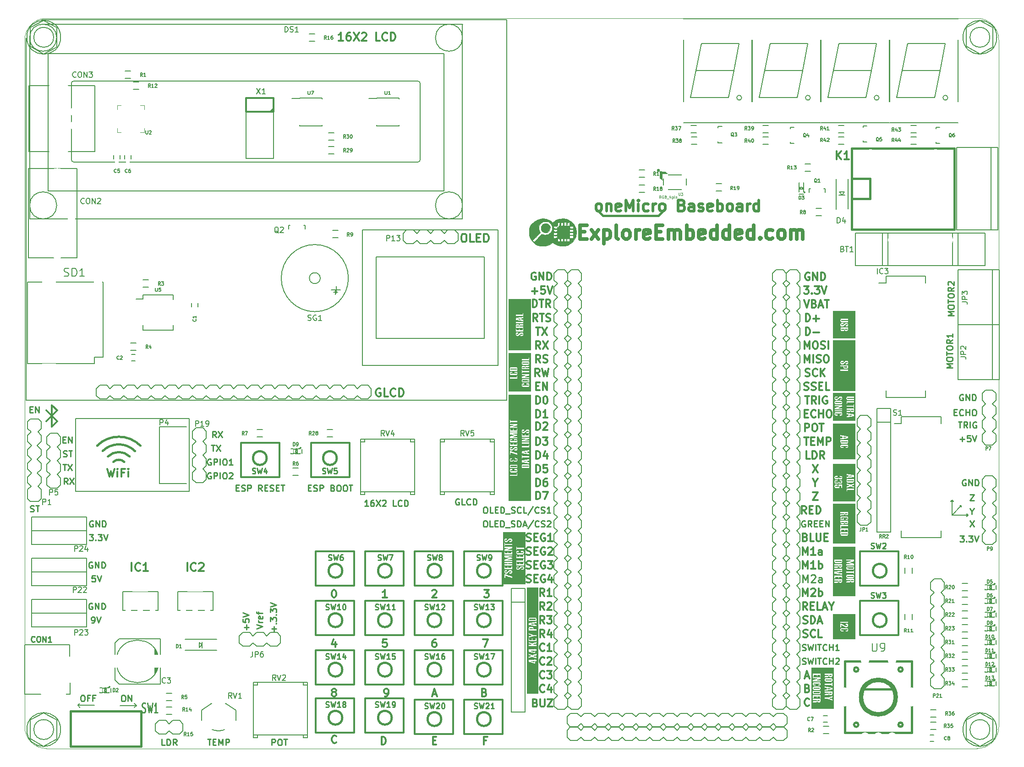
<source format=gbr>
G04 #@! TF.FileFunction,Legend,Top*
%FSLAX46Y46*%
G04 Gerber Fmt 4.6, Leading zero omitted, Abs format (unit mm)*
G04 Created by KiCad (PCBNEW (2015-01-16 BZR 5376)-product) date 06-Jul-17 9:47:26 AM*
%MOMM*%
G01*
G04 APERTURE LIST*
%ADD10C,0.100000*%
%ADD11C,0.349250*%
%ADD12C,0.200000*%
%ADD13C,0.285750*%
%ADD14C,0.400000*%
%ADD15C,0.508000*%
%ADD16C,0.300000*%
%ADD17C,0.635000*%
%ADD18C,0.375000*%
%ADD19C,0.150000*%
%ADD20C,0.381000*%
%ADD21C,0.200660*%
%ADD22C,0.050800*%
%ADD23C,0.304800*%
%ADD24C,0.002540*%
%ADD25C,0.010000*%
%ADD26C,0.269240*%
%ADD27C,0.254000*%
%ADD28C,0.158750*%
%ADD29C,0.203200*%
%ADD30R,1.000000X0.900000*%
%ADD31C,2.499360*%
%ADD32O,1.800000X2.600000*%
%ADD33C,3.000000*%
%ADD34O,1.727200X2.032000*%
%ADD35C,1.524000*%
%ADD36C,3.500000*%
%ADD37O,2.032000X1.727200*%
%ADD38R,2.032000X1.727200*%
%ADD39R,1.727200X1.727200*%
%ADD40O,1.727200X1.727200*%
%ADD41C,1.501140*%
%ADD42C,2.999740*%
%ADD43C,2.032000*%
%ADD44O,2.032000X2.032000*%
%ADD45R,3.500120X2.400300*%
%ADD46R,2.300000X2.300000*%
%ADD47C,2.500000*%
%ADD48O,1.651000X4.000000*%
%ADD49O,1.524000X2.524000*%
%ADD50R,0.750000X1.200000*%
%ADD51C,4.800600*%
%ADD52R,4.800600X4.800600*%
%ADD53R,1.800000X1.800000*%
%ADD54R,0.797560X0.797560*%
%ADD55R,1.000760X2.499360*%
%ADD56R,2.999740X2.499360*%
%ADD57O,2.300000X1.600000*%
%ADD58R,2.540000X2.540000*%
%ADD59C,2.540000*%
%ADD60C,3.200000*%
%ADD61R,1.200000X0.900000*%
%ADD62R,0.900000X1.200000*%
%ADD63R,1.500000X0.700000*%
%ADD64R,1.500000X1.500000*%
%ADD65R,2.500000X2.000000*%
%ADD66C,1.600000*%
%ADD67C,2.000000*%
%ADD68R,1.000760X0.231140*%
%ADD69R,0.231140X1.000760*%
%ADD70R,1.501140X1.501140*%
%ADD71C,0.299720*%
%ADD72C,1.397000*%
%ADD73R,3.000000X5.000000*%
%ADD74R,1.200000X0.750000*%
%ADD75R,1.397000X1.397000*%
%ADD76O,1.501140X1.998980*%
%ADD77C,3.500120*%
%ADD78R,1.550000X0.600000*%
%ADD79R,1.200000X0.400000*%
%ADD80R,0.800100X0.800100*%
%ADD81R,1.800860X2.500000*%
G04 APERTURE END LIST*
D10*
D11*
X183871810Y-84197976D02*
X183871810Y-82800976D01*
X184204429Y-82800976D01*
X184404001Y-82867500D01*
X184537048Y-83000548D01*
X184603572Y-83133595D01*
X184670096Y-83399690D01*
X184670096Y-83599262D01*
X184603572Y-83865357D01*
X184537048Y-83998405D01*
X184404001Y-84131452D01*
X184204429Y-84197976D01*
X183871810Y-84197976D01*
X185268810Y-83665786D02*
X186333191Y-83665786D01*
X185801001Y-84197976D02*
X185801001Y-83133595D01*
D10*
X215556500Y-163166000D02*
X43556500Y-163166000D01*
D12*
X42608500Y-115316000D02*
X41973500Y-114681000D01*
X42608500Y-116967000D02*
X42608500Y-115316000D01*
X42100500Y-117475000D02*
X42608500Y-116967000D01*
X41846500Y-117475000D02*
X42100500Y-117475000D01*
X40576500Y-117475000D02*
X41846500Y-117475000D01*
X40068500Y-116967000D02*
X40576500Y-117475000D01*
X40068500Y-115316000D02*
X40068500Y-116967000D01*
X40703500Y-114681000D02*
X40068500Y-115316000D01*
X40576500Y-102235000D02*
X40068500Y-102743000D01*
X42100500Y-102235000D02*
X40576500Y-102235000D01*
X42608500Y-102743000D02*
X42100500Y-102235000D01*
X42608500Y-104013000D02*
X42608500Y-102743000D01*
X41973500Y-104648000D02*
X42608500Y-104013000D01*
X42608500Y-105283000D02*
X41973500Y-104648000D01*
X42608500Y-106426000D02*
X42608500Y-105283000D01*
X41846500Y-107188000D02*
X42608500Y-106426000D01*
X42608500Y-107950000D02*
X41846500Y-107188000D01*
X42608500Y-108966000D02*
X42608500Y-107950000D01*
X41846500Y-109728000D02*
X42608500Y-108966000D01*
X42608500Y-110490000D02*
X41846500Y-109728000D01*
X42608500Y-111506000D02*
X42608500Y-110490000D01*
X42481500Y-111633000D02*
X42608500Y-111506000D01*
X41846500Y-112268000D02*
X42481500Y-111633000D01*
X42608500Y-113030000D02*
X41846500Y-112268000D01*
X42608500Y-114046000D02*
X42608500Y-113030000D01*
X41973500Y-114681000D02*
X42608500Y-114046000D01*
X40068500Y-114046000D02*
X40703500Y-114681000D01*
X40068500Y-113919000D02*
X40068500Y-114046000D01*
X40068500Y-113030000D02*
X40068500Y-113919000D01*
X40830500Y-112268000D02*
X40068500Y-113030000D01*
X40068500Y-111506000D02*
X40830500Y-112268000D01*
X40068500Y-110490000D02*
X40068500Y-111506000D01*
X40830500Y-109728000D02*
X40068500Y-110490000D01*
X40068500Y-108966000D02*
X40830500Y-109728000D01*
X40068500Y-107950000D02*
X40068500Y-108966000D01*
X40830500Y-107188000D02*
X40068500Y-107950000D01*
X40068500Y-106426000D02*
X40830500Y-107188000D01*
X40068500Y-105283000D02*
X40068500Y-106426000D01*
X40703500Y-104648000D02*
X40068500Y-105283000D01*
X40068500Y-104013000D02*
X40703500Y-104648000D01*
X40068500Y-102743000D02*
X40068500Y-104013000D01*
X40830500Y-138176000D02*
X50990500Y-138176000D01*
X40830500Y-135636000D02*
X40830500Y-135763000D01*
X50990500Y-135636000D02*
X40830500Y-135636000D01*
X50990500Y-140716000D02*
X50990500Y-135636000D01*
X40830500Y-140716000D02*
X50990500Y-140716000D01*
X40830500Y-140589000D02*
X40830500Y-140716000D01*
X40830500Y-135763000D02*
X40830500Y-140589000D01*
X40830500Y-130556000D02*
X50990500Y-130556000D01*
X40830500Y-128016000D02*
X40830500Y-128143000D01*
X50990500Y-128016000D02*
X40830500Y-128016000D01*
X50990500Y-133096000D02*
X50990500Y-128016000D01*
X40830500Y-133096000D02*
X50990500Y-133096000D01*
X40830500Y-128016000D02*
X40830500Y-133096000D01*
X40830500Y-122936000D02*
X50990500Y-122936000D01*
X40830500Y-120396000D02*
X40830500Y-120777000D01*
X50990500Y-120396000D02*
X40830500Y-120396000D01*
X50990500Y-125476000D02*
X50990500Y-120396000D01*
X40830500Y-125476000D02*
X50990500Y-125476000D01*
X40830500Y-120650000D02*
X40830500Y-125476000D01*
D13*
X50155929Y-153298071D02*
X50373643Y-153298071D01*
X50482501Y-153352500D01*
X50591358Y-153461357D01*
X50645786Y-153679071D01*
X50645786Y-154060071D01*
X50591358Y-154277786D01*
X50482501Y-154386643D01*
X50373643Y-154441071D01*
X50155929Y-154441071D01*
X50047072Y-154386643D01*
X49938215Y-154277786D01*
X49883786Y-154060071D01*
X49883786Y-153679071D01*
X49938215Y-153461357D01*
X50047072Y-153352500D01*
X50155929Y-153298071D01*
X51516644Y-153842357D02*
X51135644Y-153842357D01*
X51135644Y-154441071D02*
X51135644Y-153298071D01*
X51679930Y-153298071D01*
X52496358Y-153842357D02*
X52115358Y-153842357D01*
X52115358Y-154441071D02*
X52115358Y-153298071D01*
X52659644Y-153298071D01*
X57648928Y-153298071D02*
X57866642Y-153298071D01*
X57975500Y-153352500D01*
X58084357Y-153461357D01*
X58138785Y-153679071D01*
X58138785Y-154060071D01*
X58084357Y-154277786D01*
X57975500Y-154386643D01*
X57866642Y-154441071D01*
X57648928Y-154441071D01*
X57540071Y-154386643D01*
X57431214Y-154277786D01*
X57376785Y-154060071D01*
X57376785Y-153679071D01*
X57431214Y-153461357D01*
X57540071Y-153352500D01*
X57648928Y-153298071D01*
X58628643Y-154441071D02*
X58628643Y-153298071D01*
X59281786Y-154441071D01*
X59281786Y-153298071D01*
D12*
X57156382Y-155242092D02*
X60204382Y-155242092D01*
X60204382Y-155242092D02*
X59823381Y-154861092D01*
X60204382Y-155242092D02*
X59823382Y-155623093D01*
X49339500Y-155194000D02*
X49720500Y-154813000D01*
X49339500Y-155194000D02*
X49720500Y-155575000D01*
X52387500Y-155194000D02*
X49339500Y-155194000D01*
X97091500Y-77724000D02*
X97091500Y-78994000D01*
X96202500Y-78359000D02*
X97853500Y-78359000D01*
D13*
X40576500Y-119334643D02*
X40739786Y-119389071D01*
X41011929Y-119389071D01*
X41120786Y-119334643D01*
X41175215Y-119280214D01*
X41229643Y-119171357D01*
X41229643Y-119062500D01*
X41175215Y-118953643D01*
X41120786Y-118899214D01*
X41011929Y-118844786D01*
X40794215Y-118790357D01*
X40685357Y-118735929D01*
X40630929Y-118681500D01*
X40576500Y-118572643D01*
X40576500Y-118463786D01*
X40630929Y-118354929D01*
X40685357Y-118300500D01*
X40794215Y-118246071D01*
X41066357Y-118246071D01*
X41229643Y-118300500D01*
X41556214Y-118246071D02*
X42209357Y-118246071D01*
X41882786Y-119389071D02*
X41882786Y-118246071D01*
X40494857Y-100502357D02*
X40875857Y-100502357D01*
X41039143Y-101101071D02*
X40494857Y-101101071D01*
X40494857Y-99958071D01*
X41039143Y-99958071D01*
X41529000Y-101101071D02*
X41529000Y-99958071D01*
X42182143Y-101101071D01*
X42182143Y-99958071D01*
X212371215Y-123834071D02*
X213078786Y-123834071D01*
X212697786Y-124269500D01*
X212861072Y-124269500D01*
X212969929Y-124323929D01*
X213024358Y-124378357D01*
X213078786Y-124487214D01*
X213078786Y-124759357D01*
X213024358Y-124868214D01*
X212969929Y-124922643D01*
X212861072Y-124977071D01*
X212534500Y-124977071D01*
X212425643Y-124922643D01*
X212371215Y-124868214D01*
X213568643Y-124868214D02*
X213623071Y-124922643D01*
X213568643Y-124977071D01*
X213514214Y-124922643D01*
X213568643Y-124868214D01*
X213568643Y-124977071D01*
X214004072Y-123834071D02*
X214711643Y-123834071D01*
X214330643Y-124269500D01*
X214493929Y-124269500D01*
X214602786Y-124323929D01*
X214657215Y-124378357D01*
X214711643Y-124487214D01*
X214711643Y-124759357D01*
X214657215Y-124868214D01*
X214602786Y-124922643D01*
X214493929Y-124977071D01*
X214167357Y-124977071D01*
X214058500Y-124922643D01*
X214004072Y-124868214D01*
X215038214Y-123834071D02*
X215419214Y-124977071D01*
X215800214Y-123834071D01*
X214185501Y-116214071D02*
X214947501Y-116214071D01*
X214185501Y-117357071D01*
X214947501Y-117357071D01*
X214566500Y-119352786D02*
X214566500Y-119897071D01*
X214185500Y-118754071D02*
X214566500Y-119352786D01*
X214947500Y-118754071D01*
X214185501Y-121040071D02*
X214947501Y-122183071D01*
X214947501Y-121040071D02*
X214185501Y-122183071D01*
X213441643Y-113474500D02*
X213332786Y-113420071D01*
X213169500Y-113420071D01*
X213006215Y-113474500D01*
X212897357Y-113583357D01*
X212842929Y-113692214D01*
X212788500Y-113909929D01*
X212788500Y-114073214D01*
X212842929Y-114290929D01*
X212897357Y-114399786D01*
X213006215Y-114508643D01*
X213169500Y-114563071D01*
X213278357Y-114563071D01*
X213441643Y-114508643D01*
X213496072Y-114454214D01*
X213496072Y-114073214D01*
X213278357Y-114073214D01*
X213985929Y-114563071D02*
X213985929Y-113420071D01*
X214639072Y-114563071D01*
X214639072Y-113420071D01*
X215183358Y-114563071D02*
X215183358Y-113420071D01*
X215455501Y-113420071D01*
X215618786Y-113474500D01*
X215727644Y-113583357D01*
X215782072Y-113692214D01*
X215836501Y-113909929D01*
X215836501Y-114073214D01*
X215782072Y-114290929D01*
X215727644Y-114399786D01*
X215618786Y-114508643D01*
X215455501Y-114563071D01*
X215183358Y-114563071D01*
X212334929Y-105999643D02*
X213205786Y-105999643D01*
X212770357Y-106435071D02*
X212770357Y-105564214D01*
X214294358Y-105292071D02*
X213750072Y-105292071D01*
X213695643Y-105836357D01*
X213750072Y-105781929D01*
X213858929Y-105727500D01*
X214131072Y-105727500D01*
X214239929Y-105781929D01*
X214294358Y-105836357D01*
X214348786Y-105945214D01*
X214348786Y-106217357D01*
X214294358Y-106326214D01*
X214239929Y-106380643D01*
X214131072Y-106435071D01*
X213858929Y-106435071D01*
X213750072Y-106380643D01*
X213695643Y-106326214D01*
X214675357Y-105292071D02*
X215056357Y-106435071D01*
X215437357Y-105292071D01*
X212933643Y-97726500D02*
X212824786Y-97672071D01*
X212661500Y-97672071D01*
X212498215Y-97726500D01*
X212389357Y-97835357D01*
X212334929Y-97944214D01*
X212280500Y-98161929D01*
X212280500Y-98325214D01*
X212334929Y-98542929D01*
X212389357Y-98651786D01*
X212498215Y-98760643D01*
X212661500Y-98815071D01*
X212770357Y-98815071D01*
X212933643Y-98760643D01*
X212988072Y-98706214D01*
X212988072Y-98325214D01*
X212770357Y-98325214D01*
X213477929Y-98815071D02*
X213477929Y-97672071D01*
X214131072Y-98815071D01*
X214131072Y-97672071D01*
X214675358Y-98815071D02*
X214675358Y-97672071D01*
X214947501Y-97672071D01*
X215110786Y-97726500D01*
X215219644Y-97835357D01*
X215274072Y-97944214D01*
X215328501Y-98161929D01*
X215328501Y-98325214D01*
X215274072Y-98542929D01*
X215219644Y-98651786D01*
X215110786Y-98760643D01*
X214947501Y-98815071D01*
X214675358Y-98815071D01*
X211282643Y-101010357D02*
X211663643Y-101010357D01*
X211826929Y-101609071D02*
X211282643Y-101609071D01*
X211282643Y-100466071D01*
X211826929Y-100466071D01*
X212969929Y-101500214D02*
X212915500Y-101554643D01*
X212752214Y-101609071D01*
X212643357Y-101609071D01*
X212480072Y-101554643D01*
X212371214Y-101445786D01*
X212316786Y-101336929D01*
X212262357Y-101119214D01*
X212262357Y-100955929D01*
X212316786Y-100738214D01*
X212371214Y-100629357D01*
X212480072Y-100520500D01*
X212643357Y-100466071D01*
X212752214Y-100466071D01*
X212915500Y-100520500D01*
X212969929Y-100574929D01*
X213459786Y-101609071D02*
X213459786Y-100466071D01*
X213459786Y-101010357D02*
X214112929Y-101010357D01*
X214112929Y-101609071D02*
X214112929Y-100466071D01*
X214874929Y-100466071D02*
X215092643Y-100466071D01*
X215201501Y-100520500D01*
X215310358Y-100629357D01*
X215364786Y-100847071D01*
X215364786Y-101228071D01*
X215310358Y-101445786D01*
X215201501Y-101554643D01*
X215092643Y-101609071D01*
X214874929Y-101609071D01*
X214766072Y-101554643D01*
X214657215Y-101445786D01*
X214602786Y-101228071D01*
X214602786Y-100847071D01*
X214657215Y-100629357D01*
X214766072Y-100520500D01*
X214874929Y-100466071D01*
X212062786Y-102752071D02*
X212715929Y-102752071D01*
X212389358Y-103895071D02*
X212389358Y-102752071D01*
X213750072Y-103895071D02*
X213369072Y-103350786D01*
X213096929Y-103895071D02*
X213096929Y-102752071D01*
X213532357Y-102752071D01*
X213641215Y-102806500D01*
X213695643Y-102860929D01*
X213750072Y-102969786D01*
X213750072Y-103133071D01*
X213695643Y-103241929D01*
X213641215Y-103296357D01*
X213532357Y-103350786D01*
X213096929Y-103350786D01*
X214239929Y-103895071D02*
X214239929Y-102752071D01*
X215382929Y-102806500D02*
X215274072Y-102752071D01*
X215110786Y-102752071D01*
X214947501Y-102806500D01*
X214838643Y-102915357D01*
X214784215Y-103024214D01*
X214729786Y-103241929D01*
X214729786Y-103405214D01*
X214784215Y-103622929D01*
X214838643Y-103731786D01*
X214947501Y-103840643D01*
X215110786Y-103895071D01*
X215219643Y-103895071D01*
X215382929Y-103840643D01*
X215437358Y-103786214D01*
X215437358Y-103405214D01*
X215219643Y-103405214D01*
D14*
X156654500Y-64643000D02*
X157416500Y-63881000D01*
X146621500Y-64643000D02*
X156654500Y-64643000D01*
X145605500Y-63881000D02*
X146367500Y-64643000D01*
D15*
X145502692Y-63784238D02*
X145309168Y-63687476D01*
X145212407Y-63590714D01*
X145115645Y-63397190D01*
X145115645Y-62816619D01*
X145212407Y-62623095D01*
X145309168Y-62526333D01*
X145502692Y-62429571D01*
X145792978Y-62429571D01*
X145986502Y-62526333D01*
X146083264Y-62623095D01*
X146180026Y-62816619D01*
X146180026Y-63397190D01*
X146083264Y-63590714D01*
X145986502Y-63687476D01*
X145792978Y-63784238D01*
X145502692Y-63784238D01*
X147050883Y-62429571D02*
X147050883Y-63784238D01*
X147050883Y-62623095D02*
X147147644Y-62526333D01*
X147341168Y-62429571D01*
X147631454Y-62429571D01*
X147824978Y-62526333D01*
X147921740Y-62719857D01*
X147921740Y-63784238D01*
X149663454Y-63687476D02*
X149469930Y-63784238D01*
X149082882Y-63784238D01*
X148889359Y-63687476D01*
X148792597Y-63493952D01*
X148792597Y-62719857D01*
X148889359Y-62526333D01*
X149082882Y-62429571D01*
X149469930Y-62429571D01*
X149663454Y-62526333D01*
X149760216Y-62719857D01*
X149760216Y-62913381D01*
X148792597Y-63106905D01*
X150631073Y-63784238D02*
X150631073Y-61752238D01*
X151308406Y-63203667D01*
X151985739Y-61752238D01*
X151985739Y-63784238D01*
X152953359Y-63784238D02*
X152953359Y-62429571D01*
X152953359Y-61752238D02*
X152856597Y-61849000D01*
X152953359Y-61945762D01*
X153050120Y-61849000D01*
X152953359Y-61752238D01*
X152953359Y-61945762D01*
X154791835Y-63687476D02*
X154598311Y-63784238D01*
X154211263Y-63784238D01*
X154017739Y-63687476D01*
X153920978Y-63590714D01*
X153824216Y-63397190D01*
X153824216Y-62816619D01*
X153920978Y-62623095D01*
X154017739Y-62526333D01*
X154211263Y-62429571D01*
X154598311Y-62429571D01*
X154791835Y-62526333D01*
X155662692Y-63784238D02*
X155662692Y-62429571D01*
X155662692Y-62816619D02*
X155759453Y-62623095D01*
X155856215Y-62526333D01*
X156049739Y-62429571D01*
X156243263Y-62429571D01*
X157210882Y-63784238D02*
X157017358Y-63687476D01*
X156920597Y-63590714D01*
X156823835Y-63397190D01*
X156823835Y-62816619D01*
X156920597Y-62623095D01*
X157017358Y-62526333D01*
X157210882Y-62429571D01*
X157501168Y-62429571D01*
X157694692Y-62526333D01*
X157791454Y-62623095D01*
X157888216Y-62816619D01*
X157888216Y-63397190D01*
X157791454Y-63590714D01*
X157694692Y-63687476D01*
X157501168Y-63784238D01*
X157210882Y-63784238D01*
X160984596Y-62719857D02*
X161274882Y-62816619D01*
X161371643Y-62913381D01*
X161468405Y-63106905D01*
X161468405Y-63397190D01*
X161371643Y-63590714D01*
X161274882Y-63687476D01*
X161081358Y-63784238D01*
X160307263Y-63784238D01*
X160307263Y-61752238D01*
X160984596Y-61752238D01*
X161178120Y-61849000D01*
X161274882Y-61945762D01*
X161371643Y-62139286D01*
X161371643Y-62332810D01*
X161274882Y-62526333D01*
X161178120Y-62623095D01*
X160984596Y-62719857D01*
X160307263Y-62719857D01*
X163210120Y-63784238D02*
X163210120Y-62719857D01*
X163113358Y-62526333D01*
X162919834Y-62429571D01*
X162532786Y-62429571D01*
X162339263Y-62526333D01*
X163210120Y-63687476D02*
X163016596Y-63784238D01*
X162532786Y-63784238D01*
X162339263Y-63687476D01*
X162242501Y-63493952D01*
X162242501Y-63300429D01*
X162339263Y-63106905D01*
X162532786Y-63010143D01*
X163016596Y-63010143D01*
X163210120Y-62913381D01*
X164080977Y-63687476D02*
X164274500Y-63784238D01*
X164661548Y-63784238D01*
X164855072Y-63687476D01*
X164951834Y-63493952D01*
X164951834Y-63397190D01*
X164855072Y-63203667D01*
X164661548Y-63106905D01*
X164371262Y-63106905D01*
X164177739Y-63010143D01*
X164080977Y-62816619D01*
X164080977Y-62719857D01*
X164177739Y-62526333D01*
X164371262Y-62429571D01*
X164661548Y-62429571D01*
X164855072Y-62526333D01*
X166596786Y-63687476D02*
X166403262Y-63784238D01*
X166016214Y-63784238D01*
X165822691Y-63687476D01*
X165725929Y-63493952D01*
X165725929Y-62719857D01*
X165822691Y-62526333D01*
X166016214Y-62429571D01*
X166403262Y-62429571D01*
X166596786Y-62526333D01*
X166693548Y-62719857D01*
X166693548Y-62913381D01*
X165725929Y-63106905D01*
X167564405Y-63784238D02*
X167564405Y-61752238D01*
X167564405Y-62526333D02*
X167757928Y-62429571D01*
X168144976Y-62429571D01*
X168338500Y-62526333D01*
X168435262Y-62623095D01*
X168532024Y-62816619D01*
X168532024Y-63397190D01*
X168435262Y-63590714D01*
X168338500Y-63687476D01*
X168144976Y-63784238D01*
X167757928Y-63784238D01*
X167564405Y-63687476D01*
X169693166Y-63784238D02*
X169499642Y-63687476D01*
X169402881Y-63590714D01*
X169306119Y-63397190D01*
X169306119Y-62816619D01*
X169402881Y-62623095D01*
X169499642Y-62526333D01*
X169693166Y-62429571D01*
X169983452Y-62429571D01*
X170176976Y-62526333D01*
X170273738Y-62623095D01*
X170370500Y-62816619D01*
X170370500Y-63397190D01*
X170273738Y-63590714D01*
X170176976Y-63687476D01*
X169983452Y-63784238D01*
X169693166Y-63784238D01*
X172112214Y-63784238D02*
X172112214Y-62719857D01*
X172015452Y-62526333D01*
X171821928Y-62429571D01*
X171434880Y-62429571D01*
X171241357Y-62526333D01*
X172112214Y-63687476D02*
X171918690Y-63784238D01*
X171434880Y-63784238D01*
X171241357Y-63687476D01*
X171144595Y-63493952D01*
X171144595Y-63300429D01*
X171241357Y-63106905D01*
X171434880Y-63010143D01*
X171918690Y-63010143D01*
X172112214Y-62913381D01*
X173079833Y-63784238D02*
X173079833Y-62429571D01*
X173079833Y-62816619D02*
X173176594Y-62623095D01*
X173273356Y-62526333D01*
X173466880Y-62429571D01*
X173660404Y-62429571D01*
X175208595Y-63784238D02*
X175208595Y-61752238D01*
X175208595Y-63687476D02*
X175015071Y-63784238D01*
X174628023Y-63784238D01*
X174434499Y-63687476D01*
X174337738Y-63590714D01*
X174240976Y-63397190D01*
X174240976Y-62816619D01*
X174337738Y-62623095D01*
X174434499Y-62526333D01*
X174628023Y-62429571D01*
X175015071Y-62429571D01*
X175208595Y-62526333D01*
D16*
X98413644Y-32301571D02*
X97556501Y-32301571D01*
X97985073Y-32301571D02*
X97985073Y-30801571D01*
X97842216Y-31015857D01*
X97699358Y-31158714D01*
X97556501Y-31230143D01*
X99699358Y-30801571D02*
X99413644Y-30801571D01*
X99270787Y-30873000D01*
X99199358Y-30944429D01*
X99056501Y-31158714D01*
X98985072Y-31444429D01*
X98985072Y-32015857D01*
X99056501Y-32158714D01*
X99127929Y-32230143D01*
X99270787Y-32301571D01*
X99556501Y-32301571D01*
X99699358Y-32230143D01*
X99770787Y-32158714D01*
X99842215Y-32015857D01*
X99842215Y-31658714D01*
X99770787Y-31515857D01*
X99699358Y-31444429D01*
X99556501Y-31373000D01*
X99270787Y-31373000D01*
X99127929Y-31444429D01*
X99056501Y-31515857D01*
X98985072Y-31658714D01*
X100342215Y-30801571D02*
X101342215Y-32301571D01*
X101342215Y-30801571D02*
X100342215Y-32301571D01*
X101842214Y-30944429D02*
X101913643Y-30873000D01*
X102056500Y-30801571D01*
X102413643Y-30801571D01*
X102556500Y-30873000D01*
X102627929Y-30944429D01*
X102699357Y-31087286D01*
X102699357Y-31230143D01*
X102627929Y-31444429D01*
X101770786Y-32301571D01*
X102699357Y-32301571D01*
X105199357Y-32301571D02*
X104485071Y-32301571D01*
X104485071Y-30801571D01*
X106556500Y-32158714D02*
X106485071Y-32230143D01*
X106270785Y-32301571D01*
X106127928Y-32301571D01*
X105913643Y-32230143D01*
X105770785Y-32087286D01*
X105699357Y-31944429D01*
X105627928Y-31658714D01*
X105627928Y-31444429D01*
X105699357Y-31158714D01*
X105770785Y-31015857D01*
X105913643Y-30873000D01*
X106127928Y-30801571D01*
X106270785Y-30801571D01*
X106485071Y-30873000D01*
X106556500Y-30944429D01*
X107199357Y-32301571D02*
X107199357Y-30801571D01*
X107556500Y-30801571D01*
X107770785Y-30873000D01*
X107913643Y-31015857D01*
X107985071Y-31158714D01*
X108056500Y-31444429D01*
X108056500Y-31658714D01*
X107985071Y-31944429D01*
X107913643Y-32087286D01*
X107770785Y-32230143D01*
X107556500Y-32301571D01*
X107199357Y-32301571D01*
X120566928Y-68012571D02*
X120852642Y-68012571D01*
X120995500Y-68084000D01*
X121138357Y-68226857D01*
X121209785Y-68512571D01*
X121209785Y-69012571D01*
X121138357Y-69298286D01*
X120995500Y-69441143D01*
X120852642Y-69512571D01*
X120566928Y-69512571D01*
X120424071Y-69441143D01*
X120281214Y-69298286D01*
X120209785Y-69012571D01*
X120209785Y-68512571D01*
X120281214Y-68226857D01*
X120424071Y-68084000D01*
X120566928Y-68012571D01*
X122566929Y-69512571D02*
X121852643Y-69512571D01*
X121852643Y-68012571D01*
X123066929Y-68726857D02*
X123566929Y-68726857D01*
X123781215Y-69512571D02*
X123066929Y-69512571D01*
X123066929Y-68012571D01*
X123781215Y-68012571D01*
X124424072Y-69512571D02*
X124424072Y-68012571D01*
X124781215Y-68012571D01*
X124995500Y-68084000D01*
X125138358Y-68226857D01*
X125209786Y-68369714D01*
X125281215Y-68655429D01*
X125281215Y-68869714D01*
X125209786Y-69155429D01*
X125138358Y-69298286D01*
X124995500Y-69441143D01*
X124781215Y-69512571D01*
X124424072Y-69512571D01*
X105283214Y-96659000D02*
X105140357Y-96587571D01*
X104926071Y-96587571D01*
X104711786Y-96659000D01*
X104568928Y-96801857D01*
X104497500Y-96944714D01*
X104426071Y-97230429D01*
X104426071Y-97444714D01*
X104497500Y-97730429D01*
X104568928Y-97873286D01*
X104711786Y-98016143D01*
X104926071Y-98087571D01*
X105068928Y-98087571D01*
X105283214Y-98016143D01*
X105354643Y-97944714D01*
X105354643Y-97444714D01*
X105068928Y-97444714D01*
X106711786Y-98087571D02*
X105997500Y-98087571D01*
X105997500Y-96587571D01*
X108068929Y-97944714D02*
X107997500Y-98016143D01*
X107783214Y-98087571D01*
X107640357Y-98087571D01*
X107426072Y-98016143D01*
X107283214Y-97873286D01*
X107211786Y-97730429D01*
X107140357Y-97444714D01*
X107140357Y-97230429D01*
X107211786Y-96944714D01*
X107283214Y-96801857D01*
X107426072Y-96659000D01*
X107640357Y-96587571D01*
X107783214Y-96587571D01*
X107997500Y-96659000D01*
X108068929Y-96730429D01*
X108711786Y-98087571D02*
X108711786Y-96587571D01*
X109068929Y-96587571D01*
X109283214Y-96659000D01*
X109426072Y-96801857D01*
X109497500Y-96944714D01*
X109568929Y-97230429D01*
X109568929Y-97444714D01*
X109497500Y-97730429D01*
X109426072Y-97873286D01*
X109283214Y-98016143D01*
X109068929Y-98087571D01*
X108711786Y-98087571D01*
D10*
X39556500Y-159166000D02*
X39556500Y-32166000D01*
X219556500Y-32166000D02*
X219556500Y-159166000D01*
X43556500Y-28166000D02*
X215556500Y-28166000D01*
X39556500Y-159166000D02*
G75*
G03X43556500Y-163166000I4000000J0D01*
G01*
X215556500Y-163166000D02*
G75*
G03X219556500Y-159166000I0J4000000D01*
G01*
X219556500Y-32166000D02*
G75*
G03X215556500Y-28166000I-4000000J0D01*
G01*
X43556500Y-28166000D02*
G75*
G03X39556500Y-32166000I0J-4000000D01*
G01*
D11*
X124850072Y-161698214D02*
X124384405Y-161698214D01*
X124384405Y-162429976D02*
X124384405Y-161032976D01*
X125049643Y-161032976D01*
X114953143Y-161698214D02*
X115418810Y-161698214D01*
X115618381Y-162429976D02*
X114953143Y-162429976D01*
X114953143Y-161032976D01*
X115618381Y-161032976D01*
X105488619Y-162429976D02*
X105488619Y-161032976D01*
X105821238Y-161032976D01*
X106020810Y-161099500D01*
X106153857Y-161232548D01*
X106220381Y-161365595D01*
X106286905Y-161631690D01*
X106286905Y-161831262D01*
X106220381Y-162097357D01*
X106153857Y-162230405D01*
X106020810Y-162363452D01*
X105821238Y-162429976D01*
X105488619Y-162429976D01*
X97142905Y-162042929D02*
X97076381Y-162109452D01*
X96876810Y-162175976D01*
X96743762Y-162175976D01*
X96544190Y-162109452D01*
X96411143Y-161976405D01*
X96344619Y-161843357D01*
X96278095Y-161577262D01*
X96278095Y-161377690D01*
X96344619Y-161111595D01*
X96411143Y-160978548D01*
X96544190Y-160845500D01*
X96743762Y-160778976D01*
X96876810Y-160778976D01*
X97076381Y-160845500D01*
X97142905Y-160912024D01*
X124496286Y-152808214D02*
X124695857Y-152874738D01*
X124762381Y-152941262D01*
X124828905Y-153074310D01*
X124828905Y-153273881D01*
X124762381Y-153406929D01*
X124695857Y-153473452D01*
X124562810Y-153539976D01*
X124030619Y-153539976D01*
X124030619Y-152142976D01*
X124496286Y-152142976D01*
X124629333Y-152209500D01*
X124695857Y-152276024D01*
X124762381Y-152409071D01*
X124762381Y-152542119D01*
X124695857Y-152675167D01*
X124629333Y-152741690D01*
X124496286Y-152808214D01*
X124030619Y-152808214D01*
X114919881Y-153140833D02*
X115585119Y-153140833D01*
X114786834Y-153539976D02*
X115252500Y-152142976D01*
X115718167Y-153539976D01*
X106096405Y-153539976D02*
X106362500Y-153539976D01*
X106495548Y-153473452D01*
X106562072Y-153406929D01*
X106695119Y-153207357D01*
X106761643Y-152941262D01*
X106761643Y-152409071D01*
X106695119Y-152276024D01*
X106628595Y-152209500D01*
X106495548Y-152142976D01*
X106229452Y-152142976D01*
X106096405Y-152209500D01*
X106029881Y-152276024D01*
X105963357Y-152409071D01*
X105963357Y-152741690D01*
X106029881Y-152874738D01*
X106096405Y-152941262D01*
X106229452Y-153007786D01*
X106495548Y-153007786D01*
X106628595Y-152941262D01*
X106695119Y-152874738D01*
X106761643Y-152741690D01*
X96577452Y-152741690D02*
X96444405Y-152675167D01*
X96377881Y-152608643D01*
X96311357Y-152475595D01*
X96311357Y-152409071D01*
X96377881Y-152276024D01*
X96444405Y-152209500D01*
X96577452Y-152142976D01*
X96843548Y-152142976D01*
X96976595Y-152209500D01*
X97043119Y-152276024D01*
X97109643Y-152409071D01*
X97109643Y-152475595D01*
X97043119Y-152608643D01*
X96976595Y-152675167D01*
X96843548Y-152741690D01*
X96577452Y-152741690D01*
X96444405Y-152808214D01*
X96377881Y-152874738D01*
X96311357Y-153007786D01*
X96311357Y-153273881D01*
X96377881Y-153406929D01*
X96444405Y-153473452D01*
X96577452Y-153539976D01*
X96843548Y-153539976D01*
X96976595Y-153473452D01*
X97043119Y-153406929D01*
X97109643Y-153273881D01*
X97109643Y-153007786D01*
X97043119Y-152874738D01*
X96976595Y-152808214D01*
X96843548Y-152741690D01*
X124184833Y-142998976D02*
X125116167Y-142998976D01*
X124517452Y-144395976D01*
X115518595Y-142998976D02*
X115252500Y-142998976D01*
X115119452Y-143065500D01*
X115052929Y-143132024D01*
X114919881Y-143331595D01*
X114853357Y-143597690D01*
X114853357Y-144129881D01*
X114919881Y-144262929D01*
X114986405Y-144329452D01*
X115119452Y-144395976D01*
X115385548Y-144395976D01*
X115518595Y-144329452D01*
X115585119Y-144262929D01*
X115651643Y-144129881D01*
X115651643Y-143797262D01*
X115585119Y-143664214D01*
X115518595Y-143597690D01*
X115385548Y-143531167D01*
X115119452Y-143531167D01*
X114986405Y-143597690D01*
X114919881Y-143664214D01*
X114853357Y-143797262D01*
X106441119Y-142998976D02*
X105775881Y-142998976D01*
X105709357Y-143664214D01*
X105775881Y-143597690D01*
X105908929Y-143531167D01*
X106241548Y-143531167D01*
X106374595Y-143597690D01*
X106441119Y-143664214D01*
X106507643Y-143797262D01*
X106507643Y-144129881D01*
X106441119Y-144262929D01*
X106374595Y-144329452D01*
X106241548Y-144395976D01*
X105908929Y-144395976D01*
X105775881Y-144329452D01*
X105709357Y-144262929D01*
X96976595Y-143464643D02*
X96976595Y-144395976D01*
X96643976Y-142932452D02*
X96311357Y-143930310D01*
X97176167Y-143930310D01*
X124438833Y-133854976D02*
X125303643Y-133854976D01*
X124837976Y-134387167D01*
X125037548Y-134387167D01*
X125170595Y-134453690D01*
X125237119Y-134520214D01*
X125303643Y-134653262D01*
X125303643Y-134985881D01*
X125237119Y-135118929D01*
X125170595Y-135185452D01*
X125037548Y-135251976D01*
X124638405Y-135251976D01*
X124505357Y-135185452D01*
X124438833Y-135118929D01*
X114853357Y-133988024D02*
X114919881Y-133921500D01*
X115052929Y-133854976D01*
X115385548Y-133854976D01*
X115518595Y-133921500D01*
X115585119Y-133988024D01*
X115651643Y-134121071D01*
X115651643Y-134254119D01*
X115585119Y-134453690D01*
X114786833Y-135251976D01*
X115651643Y-135251976D01*
X106507643Y-135251976D02*
X105709357Y-135251976D01*
X106108500Y-135251976D02*
X106108500Y-133854976D01*
X105975452Y-134054548D01*
X105842405Y-134187595D01*
X105709357Y-134254119D01*
X96643976Y-133854976D02*
X96777024Y-133854976D01*
X96910072Y-133921500D01*
X96976595Y-133988024D01*
X97043119Y-134121071D01*
X97109643Y-134387167D01*
X97109643Y-134719786D01*
X97043119Y-134985881D01*
X96976595Y-135118929D01*
X96910072Y-135185452D01*
X96777024Y-135251976D01*
X96643976Y-135251976D01*
X96510929Y-135185452D01*
X96444405Y-135118929D01*
X96377881Y-134985881D01*
X96311357Y-134719786D01*
X96311357Y-134387167D01*
X96377881Y-134121071D01*
X96444405Y-133988024D01*
X96510929Y-133921500D01*
X96643976Y-133854976D01*
D17*
X142188596Y-67636571D02*
X143035263Y-67636571D01*
X143398120Y-68967048D02*
X142188596Y-68967048D01*
X142188596Y-66427048D01*
X143398120Y-66427048D01*
X144244786Y-68967048D02*
X145575262Y-67273714D01*
X144244786Y-67273714D02*
X145575262Y-68967048D01*
X146542881Y-67273714D02*
X146542881Y-69813714D01*
X146542881Y-67394667D02*
X146784786Y-67273714D01*
X147268595Y-67273714D01*
X147510500Y-67394667D01*
X147631452Y-67515619D01*
X147752405Y-67757524D01*
X147752405Y-68483238D01*
X147631452Y-68725143D01*
X147510500Y-68846095D01*
X147268595Y-68967048D01*
X146784786Y-68967048D01*
X146542881Y-68846095D01*
X149203833Y-68967048D02*
X148961928Y-68846095D01*
X148840976Y-68604190D01*
X148840976Y-66427048D01*
X150534309Y-68967048D02*
X150292404Y-68846095D01*
X150171452Y-68725143D01*
X150050500Y-68483238D01*
X150050500Y-67757524D01*
X150171452Y-67515619D01*
X150292404Y-67394667D01*
X150534309Y-67273714D01*
X150897166Y-67273714D01*
X151139071Y-67394667D01*
X151260023Y-67515619D01*
X151380976Y-67757524D01*
X151380976Y-68483238D01*
X151260023Y-68725143D01*
X151139071Y-68846095D01*
X150897166Y-68967048D01*
X150534309Y-68967048D01*
X152469547Y-68967048D02*
X152469547Y-67273714D01*
X152469547Y-67757524D02*
X152590499Y-67515619D01*
X152711452Y-67394667D01*
X152953356Y-67273714D01*
X153195261Y-67273714D01*
X155009547Y-68846095D02*
X154767642Y-68967048D01*
X154283833Y-68967048D01*
X154041928Y-68846095D01*
X153920976Y-68604190D01*
X153920976Y-67636571D01*
X154041928Y-67394667D01*
X154283833Y-67273714D01*
X154767642Y-67273714D01*
X155009547Y-67394667D01*
X155130499Y-67636571D01*
X155130499Y-67878476D01*
X153920976Y-68120381D01*
X156219071Y-67636571D02*
X157065738Y-67636571D01*
X157428595Y-68967048D02*
X156219071Y-68967048D01*
X156219071Y-66427048D01*
X157428595Y-66427048D01*
X158517166Y-68967048D02*
X158517166Y-67273714D01*
X158517166Y-67515619D02*
X158638118Y-67394667D01*
X158880023Y-67273714D01*
X159242880Y-67273714D01*
X159484785Y-67394667D01*
X159605737Y-67636571D01*
X159605737Y-68967048D01*
X159605737Y-67636571D02*
X159726690Y-67394667D01*
X159968594Y-67273714D01*
X160331452Y-67273714D01*
X160573356Y-67394667D01*
X160694309Y-67636571D01*
X160694309Y-68967048D01*
X161903833Y-68967048D02*
X161903833Y-66427048D01*
X161903833Y-67394667D02*
X162145738Y-67273714D01*
X162629547Y-67273714D01*
X162871452Y-67394667D01*
X162992404Y-67515619D01*
X163113357Y-67757524D01*
X163113357Y-68483238D01*
X162992404Y-68725143D01*
X162871452Y-68846095D01*
X162629547Y-68967048D01*
X162145738Y-68967048D01*
X161903833Y-68846095D01*
X165169547Y-68846095D02*
X164927642Y-68967048D01*
X164443833Y-68967048D01*
X164201928Y-68846095D01*
X164080976Y-68604190D01*
X164080976Y-67636571D01*
X164201928Y-67394667D01*
X164443833Y-67273714D01*
X164927642Y-67273714D01*
X165169547Y-67394667D01*
X165290499Y-67636571D01*
X165290499Y-67878476D01*
X164080976Y-68120381D01*
X167467642Y-68967048D02*
X167467642Y-66427048D01*
X167467642Y-68846095D02*
X167225738Y-68967048D01*
X166741928Y-68967048D01*
X166500023Y-68846095D01*
X166379071Y-68725143D01*
X166258119Y-68483238D01*
X166258119Y-67757524D01*
X166379071Y-67515619D01*
X166500023Y-67394667D01*
X166741928Y-67273714D01*
X167225738Y-67273714D01*
X167467642Y-67394667D01*
X169765737Y-68967048D02*
X169765737Y-66427048D01*
X169765737Y-68846095D02*
X169523833Y-68967048D01*
X169040023Y-68967048D01*
X168798118Y-68846095D01*
X168677166Y-68725143D01*
X168556214Y-68483238D01*
X168556214Y-67757524D01*
X168677166Y-67515619D01*
X168798118Y-67394667D01*
X169040023Y-67273714D01*
X169523833Y-67273714D01*
X169765737Y-67394667D01*
X171942880Y-68846095D02*
X171700975Y-68967048D01*
X171217166Y-68967048D01*
X170975261Y-68846095D01*
X170854309Y-68604190D01*
X170854309Y-67636571D01*
X170975261Y-67394667D01*
X171217166Y-67273714D01*
X171700975Y-67273714D01*
X171942880Y-67394667D01*
X172063832Y-67636571D01*
X172063832Y-67878476D01*
X170854309Y-68120381D01*
X174240975Y-68967048D02*
X174240975Y-66427048D01*
X174240975Y-68846095D02*
X173999071Y-68967048D01*
X173515261Y-68967048D01*
X173273356Y-68846095D01*
X173152404Y-68725143D01*
X173031452Y-68483238D01*
X173031452Y-67757524D01*
X173152404Y-67515619D01*
X173273356Y-67394667D01*
X173515261Y-67273714D01*
X173999071Y-67273714D01*
X174240975Y-67394667D01*
X175450499Y-68725143D02*
X175571451Y-68846095D01*
X175450499Y-68967048D01*
X175329547Y-68846095D01*
X175450499Y-68725143D01*
X175450499Y-68967048D01*
X177748594Y-68846095D02*
X177506690Y-68967048D01*
X177022880Y-68967048D01*
X176780975Y-68846095D01*
X176660023Y-68725143D01*
X176539071Y-68483238D01*
X176539071Y-67757524D01*
X176660023Y-67515619D01*
X176780975Y-67394667D01*
X177022880Y-67273714D01*
X177506690Y-67273714D01*
X177748594Y-67394667D01*
X179200023Y-68967048D02*
X178958118Y-68846095D01*
X178837166Y-68725143D01*
X178716214Y-68483238D01*
X178716214Y-67757524D01*
X178837166Y-67515619D01*
X178958118Y-67394667D01*
X179200023Y-67273714D01*
X179562880Y-67273714D01*
X179804785Y-67394667D01*
X179925737Y-67515619D01*
X180046690Y-67757524D01*
X180046690Y-68483238D01*
X179925737Y-68725143D01*
X179804785Y-68846095D01*
X179562880Y-68967048D01*
X179200023Y-68967048D01*
X181135261Y-68967048D02*
X181135261Y-67273714D01*
X181135261Y-67515619D02*
X181256213Y-67394667D01*
X181498118Y-67273714D01*
X181860975Y-67273714D01*
X182102880Y-67394667D01*
X182223832Y-67636571D01*
X182223832Y-68967048D01*
X182223832Y-67636571D02*
X182344785Y-67394667D01*
X182586689Y-67273714D01*
X182949547Y-67273714D01*
X183191451Y-67394667D01*
X183312404Y-67636571D01*
X183312404Y-68967048D01*
D13*
X211273571Y-83139643D02*
X210130571Y-83139643D01*
X210947000Y-82758643D01*
X210130571Y-82377643D01*
X211273571Y-82377643D01*
X210130571Y-81615643D02*
X210130571Y-81397929D01*
X210185000Y-81289071D01*
X210293857Y-81180214D01*
X210511571Y-81125786D01*
X210892571Y-81125786D01*
X211110286Y-81180214D01*
X211219143Y-81289071D01*
X211273571Y-81397929D01*
X211273571Y-81615643D01*
X211219143Y-81724500D01*
X211110286Y-81833357D01*
X210892571Y-81887786D01*
X210511571Y-81887786D01*
X210293857Y-81833357D01*
X210185000Y-81724500D01*
X210130571Y-81615643D01*
X210130571Y-80799214D02*
X210130571Y-80146071D01*
X211273571Y-80472642D02*
X210130571Y-80472642D01*
X210130571Y-79547357D02*
X210130571Y-79329643D01*
X210185000Y-79220785D01*
X210293857Y-79111928D01*
X210511571Y-79057500D01*
X210892571Y-79057500D01*
X211110286Y-79111928D01*
X211219143Y-79220785D01*
X211273571Y-79329643D01*
X211273571Y-79547357D01*
X211219143Y-79656214D01*
X211110286Y-79765071D01*
X210892571Y-79819500D01*
X210511571Y-79819500D01*
X210293857Y-79765071D01*
X210185000Y-79656214D01*
X210130571Y-79547357D01*
X211273571Y-77914499D02*
X210729286Y-78295499D01*
X211273571Y-78567642D02*
X210130571Y-78567642D01*
X210130571Y-78132214D01*
X210185000Y-78023356D01*
X210239429Y-77968928D01*
X210348286Y-77914499D01*
X210511571Y-77914499D01*
X210620429Y-77968928D01*
X210674857Y-78023356D01*
X210729286Y-78132214D01*
X210729286Y-78567642D01*
X210239429Y-77479071D02*
X210185000Y-77424642D01*
X210130571Y-77315785D01*
X210130571Y-77043642D01*
X210185000Y-76934785D01*
X210239429Y-76880356D01*
X210348286Y-76825928D01*
X210457143Y-76825928D01*
X210620429Y-76880356D01*
X211273571Y-77533499D01*
X211273571Y-76825928D01*
X211019571Y-92791643D02*
X209876571Y-92791643D01*
X210693000Y-92410643D01*
X209876571Y-92029643D01*
X211019571Y-92029643D01*
X209876571Y-91267643D02*
X209876571Y-91049929D01*
X209931000Y-90941071D01*
X210039857Y-90832214D01*
X210257571Y-90777786D01*
X210638571Y-90777786D01*
X210856286Y-90832214D01*
X210965143Y-90941071D01*
X211019571Y-91049929D01*
X211019571Y-91267643D01*
X210965143Y-91376500D01*
X210856286Y-91485357D01*
X210638571Y-91539786D01*
X210257571Y-91539786D01*
X210039857Y-91485357D01*
X209931000Y-91376500D01*
X209876571Y-91267643D01*
X209876571Y-90451214D02*
X209876571Y-89798071D01*
X211019571Y-90124642D02*
X209876571Y-90124642D01*
X209876571Y-89199357D02*
X209876571Y-88981643D01*
X209931000Y-88872785D01*
X210039857Y-88763928D01*
X210257571Y-88709500D01*
X210638571Y-88709500D01*
X210856286Y-88763928D01*
X210965143Y-88872785D01*
X211019571Y-88981643D01*
X211019571Y-89199357D01*
X210965143Y-89308214D01*
X210856286Y-89417071D01*
X210638571Y-89471500D01*
X210257571Y-89471500D01*
X210039857Y-89417071D01*
X209931000Y-89308214D01*
X209876571Y-89199357D01*
X211019571Y-87566499D02*
X210475286Y-87947499D01*
X211019571Y-88219642D02*
X209876571Y-88219642D01*
X209876571Y-87784214D01*
X209931000Y-87675356D01*
X209985429Y-87620928D01*
X210094286Y-87566499D01*
X210257571Y-87566499D01*
X210366429Y-87620928D01*
X210420857Y-87675356D01*
X210475286Y-87784214D01*
X210475286Y-88219642D01*
X211019571Y-86477928D02*
X211019571Y-87131071D01*
X211019571Y-86804499D02*
X209876571Y-86804499D01*
X210039857Y-86913356D01*
X210148714Y-87022214D01*
X210203143Y-87131071D01*
X85616143Y-141496142D02*
X85616143Y-140625285D01*
X86051571Y-141060714D02*
X85180714Y-141060714D01*
X85942714Y-140080999D02*
X85997143Y-140026571D01*
X86051571Y-140080999D01*
X85997143Y-140135428D01*
X85942714Y-140080999D01*
X86051571Y-140080999D01*
X84908571Y-139645570D02*
X84908571Y-138937999D01*
X85344000Y-139318999D01*
X85344000Y-139155713D01*
X85398429Y-139046856D01*
X85452857Y-138992427D01*
X85561714Y-138937999D01*
X85833857Y-138937999D01*
X85942714Y-138992427D01*
X85997143Y-139046856D01*
X86051571Y-139155713D01*
X86051571Y-139482285D01*
X85997143Y-139591142D01*
X85942714Y-139645570D01*
X85942714Y-138448142D02*
X85997143Y-138393714D01*
X86051571Y-138448142D01*
X85997143Y-138502571D01*
X85942714Y-138448142D01*
X86051571Y-138448142D01*
X84908571Y-138012713D02*
X84908571Y-137305142D01*
X85344000Y-137686142D01*
X85344000Y-137522856D01*
X85398429Y-137413999D01*
X85452857Y-137359570D01*
X85561714Y-137305142D01*
X85833857Y-137305142D01*
X85942714Y-137359570D01*
X85997143Y-137413999D01*
X86051571Y-137522856D01*
X86051571Y-137849428D01*
X85997143Y-137958285D01*
X85942714Y-138012713D01*
X84908571Y-136978571D02*
X86051571Y-136597571D01*
X84908571Y-136216571D01*
X80536143Y-141169571D02*
X80536143Y-140298714D01*
X80971571Y-140734143D02*
X80100714Y-140734143D01*
X79828571Y-139210142D02*
X79828571Y-139754428D01*
X80372857Y-139808857D01*
X80318429Y-139754428D01*
X80264000Y-139645571D01*
X80264000Y-139373428D01*
X80318429Y-139264571D01*
X80372857Y-139210142D01*
X80481714Y-139155714D01*
X80753857Y-139155714D01*
X80862714Y-139210142D01*
X80917143Y-139264571D01*
X80971571Y-139373428D01*
X80971571Y-139645571D01*
X80917143Y-139754428D01*
X80862714Y-139808857D01*
X79828571Y-138829143D02*
X80971571Y-138448143D01*
X79828571Y-138067143D01*
X82368571Y-140997214D02*
X83511571Y-140616214D01*
X82368571Y-140235214D01*
X83511571Y-139854214D02*
X82749571Y-139854214D01*
X82967286Y-139854214D02*
X82858429Y-139799786D01*
X82804000Y-139745357D01*
X82749571Y-139636500D01*
X82749571Y-139527643D01*
X83457143Y-138711215D02*
X83511571Y-138820072D01*
X83511571Y-139037786D01*
X83457143Y-139146643D01*
X83348286Y-139201072D01*
X82912857Y-139201072D01*
X82804000Y-139146643D01*
X82749571Y-139037786D01*
X82749571Y-138820072D01*
X82804000Y-138711215D01*
X82912857Y-138656786D01*
X83021714Y-138656786D01*
X83130571Y-139201072D01*
X82749571Y-138330215D02*
X82749571Y-137894786D01*
X83511571Y-138166929D02*
X82531857Y-138166929D01*
X82423000Y-138112501D01*
X82368571Y-138003643D01*
X82368571Y-137894786D01*
X65441286Y-162569071D02*
X64897000Y-162569071D01*
X64897000Y-161426071D01*
X65822286Y-162569071D02*
X65822286Y-161426071D01*
X66094429Y-161426071D01*
X66257714Y-161480500D01*
X66366572Y-161589357D01*
X66421000Y-161698214D01*
X66475429Y-161915929D01*
X66475429Y-162079214D01*
X66421000Y-162296929D01*
X66366572Y-162405786D01*
X66257714Y-162514643D01*
X66094429Y-162569071D01*
X65822286Y-162569071D01*
X67618429Y-162569071D02*
X67237429Y-162024786D01*
X66965286Y-162569071D02*
X66965286Y-161426071D01*
X67400714Y-161426071D01*
X67509572Y-161480500D01*
X67564000Y-161534929D01*
X67618429Y-161643786D01*
X67618429Y-161807071D01*
X67564000Y-161915929D01*
X67509572Y-161970357D01*
X67400714Y-162024786D01*
X66965286Y-162024786D01*
X73306214Y-161426071D02*
X73959357Y-161426071D01*
X73632786Y-162569071D02*
X73632786Y-161426071D01*
X74340357Y-161970357D02*
X74721357Y-161970357D01*
X74884643Y-162569071D02*
X74340357Y-162569071D01*
X74340357Y-161426071D01*
X74884643Y-161426071D01*
X75374500Y-162569071D02*
X75374500Y-161426071D01*
X75755500Y-162242500D01*
X76136500Y-161426071D01*
X76136500Y-162569071D01*
X76680786Y-162569071D02*
X76680786Y-161426071D01*
X77116214Y-161426071D01*
X77225072Y-161480500D01*
X77279500Y-161534929D01*
X77333929Y-161643786D01*
X77333929Y-161807071D01*
X77279500Y-161915929D01*
X77225072Y-161970357D01*
X77116214Y-162024786D01*
X76680786Y-162024786D01*
X85217000Y-162569071D02*
X85217000Y-161426071D01*
X85652428Y-161426071D01*
X85761286Y-161480500D01*
X85815714Y-161534929D01*
X85870143Y-161643786D01*
X85870143Y-161807071D01*
X85815714Y-161915929D01*
X85761286Y-161970357D01*
X85652428Y-162024786D01*
X85217000Y-162024786D01*
X86577714Y-161426071D02*
X86795428Y-161426071D01*
X86904286Y-161480500D01*
X87013143Y-161589357D01*
X87067571Y-161807071D01*
X87067571Y-162188071D01*
X87013143Y-162405786D01*
X86904286Y-162514643D01*
X86795428Y-162569071D01*
X86577714Y-162569071D01*
X86468857Y-162514643D01*
X86360000Y-162405786D01*
X86305571Y-162188071D01*
X86305571Y-161807071D01*
X86360000Y-161589357D01*
X86468857Y-161480500D01*
X86577714Y-161426071D01*
X87394143Y-161426071D02*
X88047286Y-161426071D01*
X87720715Y-162569071D02*
X87720715Y-161426071D01*
X73941214Y-112204500D02*
X73832357Y-112150071D01*
X73669071Y-112150071D01*
X73505786Y-112204500D01*
X73396928Y-112313357D01*
X73342500Y-112422214D01*
X73288071Y-112639929D01*
X73288071Y-112803214D01*
X73342500Y-113020929D01*
X73396928Y-113129786D01*
X73505786Y-113238643D01*
X73669071Y-113293071D01*
X73777928Y-113293071D01*
X73941214Y-113238643D01*
X73995643Y-113184214D01*
X73995643Y-112803214D01*
X73777928Y-112803214D01*
X74485500Y-113293071D02*
X74485500Y-112150071D01*
X74920928Y-112150071D01*
X75029786Y-112204500D01*
X75084214Y-112258929D01*
X75138643Y-112367786D01*
X75138643Y-112531071D01*
X75084214Y-112639929D01*
X75029786Y-112694357D01*
X74920928Y-112748786D01*
X74485500Y-112748786D01*
X75628500Y-113293071D02*
X75628500Y-112150071D01*
X76390500Y-112150071D02*
X76608214Y-112150071D01*
X76717072Y-112204500D01*
X76825929Y-112313357D01*
X76880357Y-112531071D01*
X76880357Y-112912071D01*
X76825929Y-113129786D01*
X76717072Y-113238643D01*
X76608214Y-113293071D01*
X76390500Y-113293071D01*
X76281643Y-113238643D01*
X76172786Y-113129786D01*
X76118357Y-112912071D01*
X76118357Y-112531071D01*
X76172786Y-112313357D01*
X76281643Y-112204500D01*
X76390500Y-112150071D01*
X77315786Y-112258929D02*
X77370215Y-112204500D01*
X77479072Y-112150071D01*
X77751215Y-112150071D01*
X77860072Y-112204500D01*
X77914501Y-112258929D01*
X77968929Y-112367786D01*
X77968929Y-112476643D01*
X77914501Y-112639929D01*
X77261358Y-113293071D01*
X77968929Y-113293071D01*
X73941214Y-109664500D02*
X73832357Y-109610071D01*
X73669071Y-109610071D01*
X73505786Y-109664500D01*
X73396928Y-109773357D01*
X73342500Y-109882214D01*
X73288071Y-110099929D01*
X73288071Y-110263214D01*
X73342500Y-110480929D01*
X73396928Y-110589786D01*
X73505786Y-110698643D01*
X73669071Y-110753071D01*
X73777928Y-110753071D01*
X73941214Y-110698643D01*
X73995643Y-110644214D01*
X73995643Y-110263214D01*
X73777928Y-110263214D01*
X74485500Y-110753071D02*
X74485500Y-109610071D01*
X74920928Y-109610071D01*
X75029786Y-109664500D01*
X75084214Y-109718929D01*
X75138643Y-109827786D01*
X75138643Y-109991071D01*
X75084214Y-110099929D01*
X75029786Y-110154357D01*
X74920928Y-110208786D01*
X74485500Y-110208786D01*
X75628500Y-110753071D02*
X75628500Y-109610071D01*
X76390500Y-109610071D02*
X76608214Y-109610071D01*
X76717072Y-109664500D01*
X76825929Y-109773357D01*
X76880357Y-109991071D01*
X76880357Y-110372071D01*
X76825929Y-110589786D01*
X76717072Y-110698643D01*
X76608214Y-110753071D01*
X76390500Y-110753071D01*
X76281643Y-110698643D01*
X76172786Y-110589786D01*
X76118357Y-110372071D01*
X76118357Y-109991071D01*
X76172786Y-109773357D01*
X76281643Y-109664500D01*
X76390500Y-109610071D01*
X77968929Y-110753071D02*
X77315786Y-110753071D01*
X77642358Y-110753071D02*
X77642358Y-109610071D01*
X77533501Y-109773357D01*
X77424643Y-109882214D01*
X77315786Y-109936643D01*
X73995643Y-107070071D02*
X74648786Y-107070071D01*
X74322215Y-108213071D02*
X74322215Y-107070071D01*
X74920929Y-107070071D02*
X75682929Y-108213071D01*
X75682929Y-107070071D02*
X74920929Y-108213071D01*
X74930001Y-105673071D02*
X74549001Y-105128786D01*
X74276858Y-105673071D02*
X74276858Y-104530071D01*
X74712286Y-104530071D01*
X74821144Y-104584500D01*
X74875572Y-104638929D01*
X74930001Y-104747786D01*
X74930001Y-104911071D01*
X74875572Y-105019929D01*
X74821144Y-105074357D01*
X74712286Y-105128786D01*
X74276858Y-105128786D01*
X75311001Y-104530071D02*
X76073001Y-105673071D01*
X76073001Y-104530071D02*
X75311001Y-105673071D01*
X47498001Y-114309071D02*
X47117001Y-113764786D01*
X46844858Y-114309071D02*
X46844858Y-113166071D01*
X47280286Y-113166071D01*
X47389144Y-113220500D01*
X47443572Y-113274929D01*
X47498001Y-113383786D01*
X47498001Y-113547071D01*
X47443572Y-113655929D01*
X47389144Y-113710357D01*
X47280286Y-113764786D01*
X46844858Y-113764786D01*
X47879001Y-113166071D02*
X48641001Y-114309071D01*
X48641001Y-113166071D02*
X47879001Y-114309071D01*
X46563643Y-110626071D02*
X47216786Y-110626071D01*
X46890215Y-111769071D02*
X46890215Y-110626071D01*
X47488929Y-110626071D02*
X48250929Y-111769071D01*
X48250929Y-110626071D02*
X47488929Y-111769071D01*
X46672500Y-109174643D02*
X46835786Y-109229071D01*
X47107929Y-109229071D01*
X47216786Y-109174643D01*
X47271215Y-109120214D01*
X47325643Y-109011357D01*
X47325643Y-108902500D01*
X47271215Y-108793643D01*
X47216786Y-108739214D01*
X47107929Y-108684786D01*
X46890215Y-108630357D01*
X46781357Y-108575929D01*
X46726929Y-108521500D01*
X46672500Y-108412643D01*
X46672500Y-108303786D01*
X46726929Y-108194929D01*
X46781357Y-108140500D01*
X46890215Y-108086071D01*
X47162357Y-108086071D01*
X47325643Y-108140500D01*
X47652214Y-108086071D02*
X48305357Y-108086071D01*
X47978786Y-109229071D02*
X47978786Y-108086071D01*
X46590857Y-106090357D02*
X46971857Y-106090357D01*
X47135143Y-106689071D02*
X46590857Y-106689071D01*
X46590857Y-105546071D01*
X47135143Y-105546071D01*
X47625000Y-106689071D02*
X47625000Y-105546071D01*
X48278143Y-106689071D01*
X48278143Y-105546071D01*
X91948000Y-114980357D02*
X92329000Y-114980357D01*
X92492286Y-115579071D02*
X91948000Y-115579071D01*
X91948000Y-114436071D01*
X92492286Y-114436071D01*
X92927714Y-115524643D02*
X93091000Y-115579071D01*
X93363143Y-115579071D01*
X93472000Y-115524643D01*
X93526429Y-115470214D01*
X93580857Y-115361357D01*
X93580857Y-115252500D01*
X93526429Y-115143643D01*
X93472000Y-115089214D01*
X93363143Y-115034786D01*
X93145429Y-114980357D01*
X93036571Y-114925929D01*
X92982143Y-114871500D01*
X92927714Y-114762643D01*
X92927714Y-114653786D01*
X92982143Y-114544929D01*
X93036571Y-114490500D01*
X93145429Y-114436071D01*
X93417571Y-114436071D01*
X93580857Y-114490500D01*
X94070714Y-115579071D02*
X94070714Y-114436071D01*
X94506142Y-114436071D01*
X94615000Y-114490500D01*
X94669428Y-114544929D01*
X94723857Y-114653786D01*
X94723857Y-114817071D01*
X94669428Y-114925929D01*
X94615000Y-114980357D01*
X94506142Y-115034786D01*
X94070714Y-115034786D01*
X96465571Y-114980357D02*
X96628857Y-115034786D01*
X96683285Y-115089214D01*
X96737714Y-115198071D01*
X96737714Y-115361357D01*
X96683285Y-115470214D01*
X96628857Y-115524643D01*
X96519999Y-115579071D01*
X96084571Y-115579071D01*
X96084571Y-114436071D01*
X96465571Y-114436071D01*
X96574428Y-114490500D01*
X96628857Y-114544929D01*
X96683285Y-114653786D01*
X96683285Y-114762643D01*
X96628857Y-114871500D01*
X96574428Y-114925929D01*
X96465571Y-114980357D01*
X96084571Y-114980357D01*
X97445285Y-114436071D02*
X97662999Y-114436071D01*
X97771857Y-114490500D01*
X97880714Y-114599357D01*
X97935142Y-114817071D01*
X97935142Y-115198071D01*
X97880714Y-115415786D01*
X97771857Y-115524643D01*
X97662999Y-115579071D01*
X97445285Y-115579071D01*
X97336428Y-115524643D01*
X97227571Y-115415786D01*
X97173142Y-115198071D01*
X97173142Y-114817071D01*
X97227571Y-114599357D01*
X97336428Y-114490500D01*
X97445285Y-114436071D01*
X98642714Y-114436071D02*
X98860428Y-114436071D01*
X98969286Y-114490500D01*
X99078143Y-114599357D01*
X99132571Y-114817071D01*
X99132571Y-115198071D01*
X99078143Y-115415786D01*
X98969286Y-115524643D01*
X98860428Y-115579071D01*
X98642714Y-115579071D01*
X98533857Y-115524643D01*
X98425000Y-115415786D01*
X98370571Y-115198071D01*
X98370571Y-114817071D01*
X98425000Y-114599357D01*
X98533857Y-114490500D01*
X98642714Y-114436071D01*
X99459143Y-114436071D02*
X100112286Y-114436071D01*
X99785715Y-115579071D02*
X99785715Y-114436071D01*
X78613001Y-114980357D02*
X78994001Y-114980357D01*
X79157287Y-115579071D02*
X78613001Y-115579071D01*
X78613001Y-114436071D01*
X79157287Y-114436071D01*
X79592715Y-115524643D02*
X79756001Y-115579071D01*
X80028144Y-115579071D01*
X80137001Y-115524643D01*
X80191430Y-115470214D01*
X80245858Y-115361357D01*
X80245858Y-115252500D01*
X80191430Y-115143643D01*
X80137001Y-115089214D01*
X80028144Y-115034786D01*
X79810430Y-114980357D01*
X79701572Y-114925929D01*
X79647144Y-114871500D01*
X79592715Y-114762643D01*
X79592715Y-114653786D01*
X79647144Y-114544929D01*
X79701572Y-114490500D01*
X79810430Y-114436071D01*
X80082572Y-114436071D01*
X80245858Y-114490500D01*
X80735715Y-115579071D02*
X80735715Y-114436071D01*
X81171143Y-114436071D01*
X81280001Y-114490500D01*
X81334429Y-114544929D01*
X81388858Y-114653786D01*
X81388858Y-114817071D01*
X81334429Y-114925929D01*
X81280001Y-114980357D01*
X81171143Y-115034786D01*
X80735715Y-115034786D01*
X83402715Y-115579071D02*
X83021715Y-115034786D01*
X82749572Y-115579071D02*
X82749572Y-114436071D01*
X83185000Y-114436071D01*
X83293858Y-114490500D01*
X83348286Y-114544929D01*
X83402715Y-114653786D01*
X83402715Y-114817071D01*
X83348286Y-114925929D01*
X83293858Y-114980357D01*
X83185000Y-115034786D01*
X82749572Y-115034786D01*
X83892572Y-114980357D02*
X84273572Y-114980357D01*
X84436858Y-115579071D02*
X83892572Y-115579071D01*
X83892572Y-114436071D01*
X84436858Y-114436071D01*
X84872286Y-115524643D02*
X85035572Y-115579071D01*
X85307715Y-115579071D01*
X85416572Y-115524643D01*
X85471001Y-115470214D01*
X85525429Y-115361357D01*
X85525429Y-115252500D01*
X85471001Y-115143643D01*
X85416572Y-115089214D01*
X85307715Y-115034786D01*
X85090001Y-114980357D01*
X84981143Y-114925929D01*
X84926715Y-114871500D01*
X84872286Y-114762643D01*
X84872286Y-114653786D01*
X84926715Y-114544929D01*
X84981143Y-114490500D01*
X85090001Y-114436071D01*
X85362143Y-114436071D01*
X85525429Y-114490500D01*
X86015286Y-114980357D02*
X86396286Y-114980357D01*
X86559572Y-115579071D02*
X86015286Y-115579071D01*
X86015286Y-114436071D01*
X86559572Y-114436071D01*
X86886143Y-114436071D02*
X87539286Y-114436071D01*
X87212715Y-115579071D02*
X87212715Y-114436071D01*
X119788214Y-117030500D02*
X119679357Y-116976071D01*
X119516071Y-116976071D01*
X119352786Y-117030500D01*
X119243928Y-117139357D01*
X119189500Y-117248214D01*
X119135071Y-117465929D01*
X119135071Y-117629214D01*
X119189500Y-117846929D01*
X119243928Y-117955786D01*
X119352786Y-118064643D01*
X119516071Y-118119071D01*
X119624928Y-118119071D01*
X119788214Y-118064643D01*
X119842643Y-118010214D01*
X119842643Y-117629214D01*
X119624928Y-117629214D01*
X120876786Y-118119071D02*
X120332500Y-118119071D01*
X120332500Y-116976071D01*
X121910929Y-118010214D02*
X121856500Y-118064643D01*
X121693214Y-118119071D01*
X121584357Y-118119071D01*
X121421072Y-118064643D01*
X121312214Y-117955786D01*
X121257786Y-117846929D01*
X121203357Y-117629214D01*
X121203357Y-117465929D01*
X121257786Y-117248214D01*
X121312214Y-117139357D01*
X121421072Y-117030500D01*
X121584357Y-116976071D01*
X121693214Y-116976071D01*
X121856500Y-117030500D01*
X121910929Y-117084929D01*
X122400786Y-118119071D02*
X122400786Y-116976071D01*
X122672929Y-116976071D01*
X122836214Y-117030500D01*
X122945072Y-117139357D01*
X122999500Y-117248214D01*
X123053929Y-117465929D01*
X123053929Y-117629214D01*
X122999500Y-117846929D01*
X122945072Y-117955786D01*
X122836214Y-118064643D01*
X122672929Y-118119071D01*
X122400786Y-118119071D01*
X103015144Y-118373071D02*
X102362001Y-118373071D01*
X102688573Y-118373071D02*
X102688573Y-117230071D01*
X102579716Y-117393357D01*
X102470858Y-117502214D01*
X102362001Y-117556643D01*
X103994858Y-117230071D02*
X103777144Y-117230071D01*
X103668287Y-117284500D01*
X103613858Y-117338929D01*
X103505001Y-117502214D01*
X103450572Y-117719929D01*
X103450572Y-118155357D01*
X103505001Y-118264214D01*
X103559429Y-118318643D01*
X103668287Y-118373071D01*
X103886001Y-118373071D01*
X103994858Y-118318643D01*
X104049287Y-118264214D01*
X104103715Y-118155357D01*
X104103715Y-117883214D01*
X104049287Y-117774357D01*
X103994858Y-117719929D01*
X103886001Y-117665500D01*
X103668287Y-117665500D01*
X103559429Y-117719929D01*
X103505001Y-117774357D01*
X103450572Y-117883214D01*
X104484715Y-117230071D02*
X105246715Y-118373071D01*
X105246715Y-117230071D02*
X104484715Y-118373071D01*
X105627714Y-117338929D02*
X105682143Y-117284500D01*
X105791000Y-117230071D01*
X106063143Y-117230071D01*
X106172000Y-117284500D01*
X106226429Y-117338929D01*
X106280857Y-117447786D01*
X106280857Y-117556643D01*
X106226429Y-117719929D01*
X105573286Y-118373071D01*
X106280857Y-118373071D01*
X108185857Y-118373071D02*
X107641571Y-118373071D01*
X107641571Y-117230071D01*
X109220000Y-118264214D02*
X109165571Y-118318643D01*
X109002285Y-118373071D01*
X108893428Y-118373071D01*
X108730143Y-118318643D01*
X108621285Y-118209786D01*
X108566857Y-118100929D01*
X108512428Y-117883214D01*
X108512428Y-117719929D01*
X108566857Y-117502214D01*
X108621285Y-117393357D01*
X108730143Y-117284500D01*
X108893428Y-117230071D01*
X109002285Y-117230071D01*
X109165571Y-117284500D01*
X109220000Y-117338929D01*
X109709857Y-118373071D02*
X109709857Y-117230071D01*
X109982000Y-117230071D01*
X110145285Y-117284500D01*
X110254143Y-117393357D01*
X110308571Y-117502214D01*
X110363000Y-117719929D01*
X110363000Y-117883214D01*
X110308571Y-118100929D01*
X110254143Y-118209786D01*
X110145285Y-118318643D01*
X109982000Y-118373071D01*
X109709857Y-118373071D01*
X183224714Y-147528643D02*
X183388000Y-147583071D01*
X183660143Y-147583071D01*
X183769000Y-147528643D01*
X183823429Y-147474214D01*
X183877857Y-147365357D01*
X183877857Y-147256500D01*
X183823429Y-147147643D01*
X183769000Y-147093214D01*
X183660143Y-147038786D01*
X183442429Y-146984357D01*
X183333571Y-146929929D01*
X183279143Y-146875500D01*
X183224714Y-146766643D01*
X183224714Y-146657786D01*
X183279143Y-146548929D01*
X183333571Y-146494500D01*
X183442429Y-146440071D01*
X183714571Y-146440071D01*
X183877857Y-146494500D01*
X184258857Y-146440071D02*
X184531000Y-147583071D01*
X184748714Y-146766643D01*
X184966428Y-147583071D01*
X185238571Y-146440071D01*
X185674000Y-147583071D02*
X185674000Y-146440071D01*
X186055000Y-146440071D02*
X186708143Y-146440071D01*
X186381572Y-147583071D02*
X186381572Y-146440071D01*
X187742286Y-147474214D02*
X187687857Y-147528643D01*
X187524571Y-147583071D01*
X187415714Y-147583071D01*
X187252429Y-147528643D01*
X187143571Y-147419786D01*
X187089143Y-147310929D01*
X187034714Y-147093214D01*
X187034714Y-146929929D01*
X187089143Y-146712214D01*
X187143571Y-146603357D01*
X187252429Y-146494500D01*
X187415714Y-146440071D01*
X187524571Y-146440071D01*
X187687857Y-146494500D01*
X187742286Y-146548929D01*
X188232143Y-147583071D02*
X188232143Y-146440071D01*
X188232143Y-146984357D02*
X188885286Y-146984357D01*
X188885286Y-147583071D02*
X188885286Y-146440071D01*
X189375143Y-146548929D02*
X189429572Y-146494500D01*
X189538429Y-146440071D01*
X189810572Y-146440071D01*
X189919429Y-146494500D01*
X189973858Y-146548929D01*
X190028286Y-146657786D01*
X190028286Y-146766643D01*
X189973858Y-146929929D01*
X189320715Y-147583071D01*
X190028286Y-147583071D01*
D16*
X45556500Y-100674000D02*
X43556500Y-102674000D01*
X44556500Y-99674000D02*
X45556500Y-100674000D01*
X44556500Y-101674000D02*
X43556500Y-100674000D01*
X45556500Y-102674000D02*
X44556500Y-101674000D01*
X44556500Y-103674000D02*
X45556500Y-102674000D01*
X44556500Y-99674000D02*
X44556500Y-103674000D01*
D13*
X51933929Y-139963071D02*
X52151644Y-139963071D01*
X52260501Y-139908643D01*
X52314929Y-139854214D01*
X52423787Y-139690929D01*
X52478215Y-139473214D01*
X52478215Y-139037786D01*
X52423787Y-138928929D01*
X52369358Y-138874500D01*
X52260501Y-138820071D01*
X52042787Y-138820071D01*
X51933929Y-138874500D01*
X51879501Y-138928929D01*
X51825072Y-139037786D01*
X51825072Y-139309929D01*
X51879501Y-139418786D01*
X51933929Y-139473214D01*
X52042787Y-139527643D01*
X52260501Y-139527643D01*
X52369358Y-139473214D01*
X52423787Y-139418786D01*
X52478215Y-139309929D01*
X52804786Y-138820071D02*
X53185786Y-139963071D01*
X53566786Y-138820071D01*
X51462215Y-123580071D02*
X52169786Y-123580071D01*
X51788786Y-124015500D01*
X51952072Y-124015500D01*
X52060929Y-124069929D01*
X52115358Y-124124357D01*
X52169786Y-124233214D01*
X52169786Y-124505357D01*
X52115358Y-124614214D01*
X52060929Y-124668643D01*
X51952072Y-124723071D01*
X51625500Y-124723071D01*
X51516643Y-124668643D01*
X51462215Y-124614214D01*
X52659643Y-124614214D02*
X52714071Y-124668643D01*
X52659643Y-124723071D01*
X52605214Y-124668643D01*
X52659643Y-124614214D01*
X52659643Y-124723071D01*
X53095072Y-123580071D02*
X53802643Y-123580071D01*
X53421643Y-124015500D01*
X53584929Y-124015500D01*
X53693786Y-124069929D01*
X53748215Y-124124357D01*
X53802643Y-124233214D01*
X53802643Y-124505357D01*
X53748215Y-124614214D01*
X53693786Y-124668643D01*
X53584929Y-124723071D01*
X53258357Y-124723071D01*
X53149500Y-124668643D01*
X53095072Y-124614214D01*
X54129214Y-123580071D02*
X54510214Y-124723071D01*
X54891214Y-123580071D01*
X52024643Y-136334500D02*
X51915786Y-136280071D01*
X51752500Y-136280071D01*
X51589215Y-136334500D01*
X51480357Y-136443357D01*
X51425929Y-136552214D01*
X51371500Y-136769929D01*
X51371500Y-136933214D01*
X51425929Y-137150929D01*
X51480357Y-137259786D01*
X51589215Y-137368643D01*
X51752500Y-137423071D01*
X51861357Y-137423071D01*
X52024643Y-137368643D01*
X52079072Y-137314214D01*
X52079072Y-136933214D01*
X51861357Y-136933214D01*
X52568929Y-137423071D02*
X52568929Y-136280071D01*
X53222072Y-137423071D01*
X53222072Y-136280071D01*
X53766358Y-137423071D02*
X53766358Y-136280071D01*
X54038501Y-136280071D01*
X54201786Y-136334500D01*
X54310644Y-136443357D01*
X54365072Y-136552214D01*
X54419501Y-136769929D01*
X54419501Y-136933214D01*
X54365072Y-137150929D01*
X54310644Y-137259786D01*
X54201786Y-137368643D01*
X54038501Y-137423071D01*
X53766358Y-137423071D01*
X52550787Y-131200071D02*
X52006501Y-131200071D01*
X51952072Y-131744357D01*
X52006501Y-131689929D01*
X52115358Y-131635500D01*
X52387501Y-131635500D01*
X52496358Y-131689929D01*
X52550787Y-131744357D01*
X52605215Y-131853214D01*
X52605215Y-132125357D01*
X52550787Y-132234214D01*
X52496358Y-132288643D01*
X52387501Y-132343071D01*
X52115358Y-132343071D01*
X52006501Y-132288643D01*
X51952072Y-132234214D01*
X52931786Y-131200071D02*
X53312786Y-132343071D01*
X53693786Y-131200071D01*
X52024643Y-128714500D02*
X51915786Y-128660071D01*
X51752500Y-128660071D01*
X51589215Y-128714500D01*
X51480357Y-128823357D01*
X51425929Y-128932214D01*
X51371500Y-129149929D01*
X51371500Y-129313214D01*
X51425929Y-129530929D01*
X51480357Y-129639786D01*
X51589215Y-129748643D01*
X51752500Y-129803071D01*
X51861357Y-129803071D01*
X52024643Y-129748643D01*
X52079072Y-129694214D01*
X52079072Y-129313214D01*
X51861357Y-129313214D01*
X52568929Y-129803071D02*
X52568929Y-128660071D01*
X53222072Y-129803071D01*
X53222072Y-128660071D01*
X53766358Y-129803071D02*
X53766358Y-128660071D01*
X54038501Y-128660071D01*
X54201786Y-128714500D01*
X54310644Y-128823357D01*
X54365072Y-128932214D01*
X54419501Y-129149929D01*
X54419501Y-129313214D01*
X54365072Y-129530929D01*
X54310644Y-129639786D01*
X54201786Y-129748643D01*
X54038501Y-129803071D01*
X53766358Y-129803071D01*
X52151643Y-121094500D02*
X52042786Y-121040071D01*
X51879500Y-121040071D01*
X51716215Y-121094500D01*
X51607357Y-121203357D01*
X51552929Y-121312214D01*
X51498500Y-121529929D01*
X51498500Y-121693214D01*
X51552929Y-121910929D01*
X51607357Y-122019786D01*
X51716215Y-122128643D01*
X51879500Y-122183071D01*
X51988357Y-122183071D01*
X52151643Y-122128643D01*
X52206072Y-122074214D01*
X52206072Y-121693214D01*
X51988357Y-121693214D01*
X52695929Y-122183071D02*
X52695929Y-121040071D01*
X53349072Y-122183071D01*
X53349072Y-121040071D01*
X53893358Y-122183071D02*
X53893358Y-121040071D01*
X54165501Y-121040071D01*
X54328786Y-121094500D01*
X54437644Y-121203357D01*
X54492072Y-121312214D01*
X54546501Y-121529929D01*
X54546501Y-121693214D01*
X54492072Y-121910929D01*
X54437644Y-122019786D01*
X54328786Y-122128643D01*
X54165501Y-122183071D01*
X53893358Y-122183071D01*
D11*
X184518905Y-155184929D02*
X184452381Y-155251452D01*
X184252810Y-155317976D01*
X184119762Y-155317976D01*
X183920190Y-155251452D01*
X183787143Y-155118405D01*
X183720619Y-154985357D01*
X183654095Y-154719262D01*
X183654095Y-154519690D01*
X183720619Y-154253595D01*
X183787143Y-154120548D01*
X183920190Y-153987500D01*
X184119762Y-153920976D01*
X184252810Y-153920976D01*
X184452381Y-153987500D01*
X184518905Y-154054024D01*
X184186286Y-152046214D02*
X184385857Y-152112738D01*
X184452381Y-152179262D01*
X184518905Y-152312310D01*
X184518905Y-152511881D01*
X184452381Y-152644929D01*
X184385857Y-152711452D01*
X184252810Y-152777976D01*
X183720619Y-152777976D01*
X183720619Y-151380976D01*
X184186286Y-151380976D01*
X184319333Y-151447500D01*
X184385857Y-151514024D01*
X184452381Y-151647071D01*
X184452381Y-151780119D01*
X184385857Y-151913167D01*
X184319333Y-151979690D01*
X184186286Y-152046214D01*
X183720619Y-152046214D01*
X183753881Y-149838833D02*
X184419119Y-149838833D01*
X183620834Y-150237976D02*
X184086500Y-148840976D01*
X184552167Y-150237976D01*
D13*
X183224714Y-144988643D02*
X183388000Y-145043071D01*
X183660143Y-145043071D01*
X183769000Y-144988643D01*
X183823429Y-144934214D01*
X183877857Y-144825357D01*
X183877857Y-144716500D01*
X183823429Y-144607643D01*
X183769000Y-144553214D01*
X183660143Y-144498786D01*
X183442429Y-144444357D01*
X183333571Y-144389929D01*
X183279143Y-144335500D01*
X183224714Y-144226643D01*
X183224714Y-144117786D01*
X183279143Y-144008929D01*
X183333571Y-143954500D01*
X183442429Y-143900071D01*
X183714571Y-143900071D01*
X183877857Y-143954500D01*
X184258857Y-143900071D02*
X184531000Y-145043071D01*
X184748714Y-144226643D01*
X184966428Y-145043071D01*
X185238571Y-143900071D01*
X185674000Y-145043071D02*
X185674000Y-143900071D01*
X186055000Y-143900071D02*
X186708143Y-143900071D01*
X186381572Y-145043071D02*
X186381572Y-143900071D01*
X187742286Y-144934214D02*
X187687857Y-144988643D01*
X187524571Y-145043071D01*
X187415714Y-145043071D01*
X187252429Y-144988643D01*
X187143571Y-144879786D01*
X187089143Y-144770929D01*
X187034714Y-144553214D01*
X187034714Y-144389929D01*
X187089143Y-144172214D01*
X187143571Y-144063357D01*
X187252429Y-143954500D01*
X187415714Y-143900071D01*
X187524571Y-143900071D01*
X187687857Y-143954500D01*
X187742286Y-144008929D01*
X188232143Y-145043071D02*
X188232143Y-143900071D01*
X188232143Y-144444357D02*
X188885286Y-144444357D01*
X188885286Y-145043071D02*
X188885286Y-143900071D01*
X190028286Y-145043071D02*
X189375143Y-145043071D01*
X189701715Y-145043071D02*
X189701715Y-143900071D01*
X189592858Y-144063357D01*
X189484000Y-144172214D01*
X189375143Y-144226643D01*
D11*
X183439405Y-142551452D02*
X183638977Y-142617976D01*
X183971596Y-142617976D01*
X184104643Y-142551452D01*
X184171167Y-142484929D01*
X184237691Y-142351881D01*
X184237691Y-142218833D01*
X184171167Y-142085786D01*
X184104643Y-142019262D01*
X183971596Y-141952738D01*
X183705500Y-141886214D01*
X183572453Y-141819690D01*
X183505929Y-141753167D01*
X183439405Y-141620119D01*
X183439405Y-141487071D01*
X183505929Y-141354024D01*
X183572453Y-141287500D01*
X183705500Y-141220976D01*
X184038120Y-141220976D01*
X184237691Y-141287500D01*
X185634691Y-142484929D02*
X185568167Y-142551452D01*
X185368596Y-142617976D01*
X185235548Y-142617976D01*
X185035976Y-142551452D01*
X184902929Y-142418405D01*
X184836405Y-142285357D01*
X184769881Y-142019262D01*
X184769881Y-141819690D01*
X184836405Y-141553595D01*
X184902929Y-141420548D01*
X185035976Y-141287500D01*
X185235548Y-141220976D01*
X185368596Y-141220976D01*
X185568167Y-141287500D01*
X185634691Y-141354024D01*
X186898643Y-142617976D02*
X186233405Y-142617976D01*
X186233405Y-141220976D01*
X183406143Y-140011452D02*
X183605715Y-140077976D01*
X183938334Y-140077976D01*
X184071381Y-140011452D01*
X184137905Y-139944929D01*
X184204429Y-139811881D01*
X184204429Y-139678833D01*
X184137905Y-139545786D01*
X184071381Y-139479262D01*
X183938334Y-139412738D01*
X183672238Y-139346214D01*
X183539191Y-139279690D01*
X183472667Y-139213167D01*
X183406143Y-139080119D01*
X183406143Y-138947071D01*
X183472667Y-138814024D01*
X183539191Y-138747500D01*
X183672238Y-138680976D01*
X184004858Y-138680976D01*
X184204429Y-138747500D01*
X184803143Y-140077976D02*
X184803143Y-138680976D01*
X185135762Y-138680976D01*
X185335334Y-138747500D01*
X185468381Y-138880548D01*
X185534905Y-139013595D01*
X185601429Y-139279690D01*
X185601429Y-139479262D01*
X185534905Y-139745357D01*
X185468381Y-139878405D01*
X185335334Y-140011452D01*
X185135762Y-140077976D01*
X184803143Y-140077976D01*
X186133619Y-139678833D02*
X186798857Y-139678833D01*
X186000572Y-140077976D02*
X186466238Y-138680976D01*
X186931905Y-140077976D01*
X184156048Y-137537976D02*
X183690381Y-136872738D01*
X183357762Y-137537976D02*
X183357762Y-136140976D01*
X183889953Y-136140976D01*
X184023000Y-136207500D01*
X184089524Y-136274024D01*
X184156048Y-136407071D01*
X184156048Y-136606643D01*
X184089524Y-136739690D01*
X184023000Y-136806214D01*
X183889953Y-136872738D01*
X183357762Y-136872738D01*
X184754762Y-136806214D02*
X185220429Y-136806214D01*
X185420000Y-137537976D02*
X184754762Y-137537976D01*
X184754762Y-136140976D01*
X185420000Y-136140976D01*
X186683952Y-137537976D02*
X186018714Y-137537976D01*
X186018714Y-136140976D01*
X187083095Y-137138833D02*
X187748333Y-137138833D01*
X186950048Y-137537976D02*
X187415714Y-136140976D01*
X187881381Y-137537976D01*
X188613143Y-136872738D02*
X188613143Y-137537976D01*
X188147477Y-136140976D02*
X188613143Y-136872738D01*
X189078810Y-136140976D01*
X183339620Y-134997976D02*
X183339620Y-133600976D01*
X183805287Y-134598833D01*
X184270953Y-133600976D01*
X184270953Y-134997976D01*
X184869667Y-133734024D02*
X184936191Y-133667500D01*
X185069239Y-133600976D01*
X185401858Y-133600976D01*
X185534905Y-133667500D01*
X185601429Y-133734024D01*
X185667953Y-133867071D01*
X185667953Y-134000119D01*
X185601429Y-134199690D01*
X184803143Y-134997976D01*
X185667953Y-134997976D01*
X186266667Y-134997976D02*
X186266667Y-133600976D01*
X186266667Y-134133167D02*
X186399715Y-134066643D01*
X186665810Y-134066643D01*
X186798858Y-134133167D01*
X186865381Y-134199690D01*
X186931905Y-134332738D01*
X186931905Y-134731881D01*
X186865381Y-134864929D01*
X186798858Y-134931452D01*
X186665810Y-134997976D01*
X186399715Y-134997976D01*
X186266667Y-134931452D01*
D13*
X183339620Y-132457976D02*
X183339620Y-131060976D01*
X183805287Y-132058833D01*
X184270953Y-131060976D01*
X184270953Y-132457976D01*
X184869667Y-131194024D02*
X184936191Y-131127500D01*
X185069239Y-131060976D01*
X185401858Y-131060976D01*
X185534905Y-131127500D01*
X185601429Y-131194024D01*
X185667953Y-131327071D01*
X185667953Y-131460119D01*
X185601429Y-131659690D01*
X184803143Y-132457976D01*
X185667953Y-132457976D01*
X186865381Y-132457976D02*
X186865381Y-131726214D01*
X186798858Y-131593167D01*
X186665810Y-131526643D01*
X186399715Y-131526643D01*
X186266667Y-131593167D01*
X186865381Y-132391452D02*
X186732334Y-132457976D01*
X186399715Y-132457976D01*
X186266667Y-132391452D01*
X186200143Y-132258405D01*
X186200143Y-132125357D01*
X186266667Y-131992310D01*
X186399715Y-131925786D01*
X186732334Y-131925786D01*
X186865381Y-131859262D01*
D11*
X183339620Y-129917976D02*
X183339620Y-128520976D01*
X183805287Y-129518833D01*
X184270953Y-128520976D01*
X184270953Y-129917976D01*
X185667953Y-129917976D02*
X184869667Y-129917976D01*
X185268810Y-129917976D02*
X185268810Y-128520976D01*
X185135762Y-128720548D01*
X185002715Y-128853595D01*
X184869667Y-128920119D01*
X186266667Y-129917976D02*
X186266667Y-128520976D01*
X186266667Y-129053167D02*
X186399715Y-128986643D01*
X186665810Y-128986643D01*
X186798858Y-129053167D01*
X186865381Y-129119690D01*
X186931905Y-129252738D01*
X186931905Y-129651881D01*
X186865381Y-129784929D01*
X186798858Y-129851452D01*
X186665810Y-129917976D01*
X186399715Y-129917976D01*
X186266667Y-129851452D01*
X183339620Y-127377976D02*
X183339620Y-125980976D01*
X183805287Y-126978833D01*
X184270953Y-125980976D01*
X184270953Y-127377976D01*
X185667953Y-127377976D02*
X184869667Y-127377976D01*
X185268810Y-127377976D02*
X185268810Y-125980976D01*
X185135762Y-126180548D01*
X185002715Y-126313595D01*
X184869667Y-126380119D01*
X186865381Y-127377976D02*
X186865381Y-126646214D01*
X186798858Y-126513167D01*
X186665810Y-126446643D01*
X186399715Y-126446643D01*
X186266667Y-126513167D01*
X186865381Y-127311452D02*
X186732334Y-127377976D01*
X186399715Y-127377976D01*
X186266667Y-127311452D01*
X186200143Y-127178405D01*
X186200143Y-127045357D01*
X186266667Y-126912310D01*
X186399715Y-126845786D01*
X186732334Y-126845786D01*
X186865381Y-126779262D01*
X183781096Y-124106214D02*
X183980667Y-124172738D01*
X184047191Y-124239262D01*
X184113715Y-124372310D01*
X184113715Y-124571881D01*
X184047191Y-124704929D01*
X183980667Y-124771452D01*
X183847620Y-124837976D01*
X183315429Y-124837976D01*
X183315429Y-123440976D01*
X183781096Y-123440976D01*
X183914143Y-123507500D01*
X183980667Y-123574024D01*
X184047191Y-123707071D01*
X184047191Y-123840119D01*
X183980667Y-123973167D01*
X183914143Y-124039690D01*
X183781096Y-124106214D01*
X183315429Y-124106214D01*
X185377667Y-124837976D02*
X184712429Y-124837976D01*
X184712429Y-123440976D01*
X185843334Y-123440976D02*
X185843334Y-124571881D01*
X185909858Y-124704929D01*
X185976382Y-124771452D01*
X186109429Y-124837976D01*
X186375525Y-124837976D01*
X186508572Y-124771452D01*
X186575096Y-124704929D01*
X186641620Y-124571881D01*
X186641620Y-123440976D01*
X187306858Y-124106214D02*
X187772525Y-124106214D01*
X187972096Y-124837976D02*
X187306858Y-124837976D01*
X187306858Y-123440976D01*
X187972096Y-123440976D01*
D13*
X183751500Y-121094500D02*
X183642643Y-121040071D01*
X183479357Y-121040071D01*
X183316072Y-121094500D01*
X183207214Y-121203357D01*
X183152786Y-121312214D01*
X183098357Y-121529929D01*
X183098357Y-121693214D01*
X183152786Y-121910929D01*
X183207214Y-122019786D01*
X183316072Y-122128643D01*
X183479357Y-122183071D01*
X183588214Y-122183071D01*
X183751500Y-122128643D01*
X183805929Y-122074214D01*
X183805929Y-121693214D01*
X183588214Y-121693214D01*
X184948929Y-122183071D02*
X184567929Y-121638786D01*
X184295786Y-122183071D02*
X184295786Y-121040071D01*
X184731214Y-121040071D01*
X184840072Y-121094500D01*
X184894500Y-121148929D01*
X184948929Y-121257786D01*
X184948929Y-121421071D01*
X184894500Y-121529929D01*
X184840072Y-121584357D01*
X184731214Y-121638786D01*
X184295786Y-121638786D01*
X185438786Y-121584357D02*
X185819786Y-121584357D01*
X185983072Y-122183071D02*
X185438786Y-122183071D01*
X185438786Y-121040071D01*
X185983072Y-121040071D01*
X186472929Y-121584357D02*
X186853929Y-121584357D01*
X187017215Y-122183071D02*
X186472929Y-122183071D01*
X186472929Y-121040071D01*
X187017215Y-121040071D01*
X187507072Y-122183071D02*
X187507072Y-121040071D01*
X188160215Y-122183071D01*
X188160215Y-121040071D01*
D11*
X183950429Y-119757976D02*
X183484762Y-119092738D01*
X183152143Y-119757976D02*
X183152143Y-118360976D01*
X183684334Y-118360976D01*
X183817381Y-118427500D01*
X183883905Y-118494024D01*
X183950429Y-118627071D01*
X183950429Y-118826643D01*
X183883905Y-118959690D01*
X183817381Y-119026214D01*
X183684334Y-119092738D01*
X183152143Y-119092738D01*
X184549143Y-119026214D02*
X185014810Y-119026214D01*
X185214381Y-119757976D02*
X184549143Y-119757976D01*
X184549143Y-118360976D01*
X185214381Y-118360976D01*
X185813095Y-119757976D02*
X185813095Y-118360976D01*
X186145714Y-118360976D01*
X186345286Y-118427500D01*
X186478333Y-118560548D01*
X186544857Y-118693595D01*
X186611381Y-118959690D01*
X186611381Y-119159262D01*
X186544857Y-119425357D01*
X186478333Y-119558405D01*
X186345286Y-119691452D01*
X186145714Y-119757976D01*
X185813095Y-119757976D01*
X185144833Y-115820976D02*
X186076167Y-115820976D01*
X185144833Y-117217976D01*
X186076167Y-117217976D01*
X185610500Y-114012738D02*
X185610500Y-114677976D01*
X185144834Y-113280976D02*
X185610500Y-114012738D01*
X186076167Y-113280976D01*
X185144833Y-110740976D02*
X186076167Y-112137976D01*
X186076167Y-110740976D02*
X185144833Y-112137976D01*
X184645905Y-109597976D02*
X183980667Y-109597976D01*
X183980667Y-108200976D01*
X185111572Y-109597976D02*
X185111572Y-108200976D01*
X185444191Y-108200976D01*
X185643763Y-108267500D01*
X185776810Y-108400548D01*
X185843334Y-108533595D01*
X185909858Y-108799690D01*
X185909858Y-108999262D01*
X185843334Y-109265357D01*
X185776810Y-109398405D01*
X185643763Y-109531452D01*
X185444191Y-109597976D01*
X185111572Y-109597976D01*
X187306858Y-109597976D02*
X186841191Y-108932738D01*
X186508572Y-109597976D02*
X186508572Y-108200976D01*
X187040763Y-108200976D01*
X187173810Y-108267500D01*
X187240334Y-108334024D01*
X187306858Y-108467071D01*
X187306858Y-108666643D01*
X187240334Y-108799690D01*
X187173810Y-108866214D01*
X187040763Y-108932738D01*
X186508572Y-108932738D01*
X183590596Y-105660976D02*
X184388881Y-105660976D01*
X183989738Y-107057976D02*
X183989738Y-105660976D01*
X184854548Y-106326214D02*
X185320215Y-106326214D01*
X185519786Y-107057976D02*
X184854548Y-107057976D01*
X184854548Y-105660976D01*
X185519786Y-105660976D01*
X186118500Y-107057976D02*
X186118500Y-105660976D01*
X186584167Y-106658833D01*
X187049833Y-105660976D01*
X187049833Y-107057976D01*
X187715071Y-107057976D02*
X187715071Y-105660976D01*
X188247262Y-105660976D01*
X188380309Y-105727500D01*
X188446833Y-105794024D01*
X188513357Y-105927071D01*
X188513357Y-106126643D01*
X188446833Y-106259690D01*
X188380309Y-106326214D01*
X188247262Y-106392738D01*
X187715071Y-106392738D01*
X183726667Y-104517976D02*
X183726667Y-103120976D01*
X184258858Y-103120976D01*
X184391905Y-103187500D01*
X184458429Y-103254024D01*
X184524953Y-103387071D01*
X184524953Y-103586643D01*
X184458429Y-103719690D01*
X184391905Y-103786214D01*
X184258858Y-103852738D01*
X183726667Y-103852738D01*
X185389762Y-103120976D02*
X185655858Y-103120976D01*
X185788905Y-103187500D01*
X185921953Y-103320548D01*
X185988477Y-103586643D01*
X185988477Y-104052310D01*
X185921953Y-104318405D01*
X185788905Y-104451452D01*
X185655858Y-104517976D01*
X185389762Y-104517976D01*
X185256715Y-104451452D01*
X185123667Y-104318405D01*
X185057143Y-104052310D01*
X185057143Y-103586643D01*
X185123667Y-103320548D01*
X185256715Y-103187500D01*
X185389762Y-103120976D01*
X186387620Y-103120976D02*
X187185905Y-103120976D01*
X186786762Y-104517976D02*
X186786762Y-103120976D01*
X183657119Y-101246214D02*
X184122786Y-101246214D01*
X184322357Y-101977976D02*
X183657119Y-101977976D01*
X183657119Y-100580976D01*
X184322357Y-100580976D01*
X185719357Y-101844929D02*
X185652833Y-101911452D01*
X185453262Y-101977976D01*
X185320214Y-101977976D01*
X185120642Y-101911452D01*
X184987595Y-101778405D01*
X184921071Y-101645357D01*
X184854547Y-101379262D01*
X184854547Y-101179690D01*
X184921071Y-100913595D01*
X184987595Y-100780548D01*
X185120642Y-100647500D01*
X185320214Y-100580976D01*
X185453262Y-100580976D01*
X185652833Y-100647500D01*
X185719357Y-100714024D01*
X186318071Y-101977976D02*
X186318071Y-100580976D01*
X186318071Y-101246214D02*
X187116357Y-101246214D01*
X187116357Y-101977976D02*
X187116357Y-100580976D01*
X188047690Y-100580976D02*
X188313786Y-100580976D01*
X188446833Y-100647500D01*
X188579881Y-100780548D01*
X188646405Y-101046643D01*
X188646405Y-101512310D01*
X188579881Y-101778405D01*
X188446833Y-101911452D01*
X188313786Y-101977976D01*
X188047690Y-101977976D01*
X187914643Y-101911452D01*
X187781595Y-101778405D01*
X187715071Y-101512310D01*
X187715071Y-101046643D01*
X187781595Y-100780548D01*
X187914643Y-100647500D01*
X188047690Y-100580976D01*
X183735739Y-98040976D02*
X184534024Y-98040976D01*
X184134881Y-99437976D02*
X184134881Y-98040976D01*
X185797977Y-99437976D02*
X185332310Y-98772738D01*
X184999691Y-99437976D02*
X184999691Y-98040976D01*
X185531882Y-98040976D01*
X185664929Y-98107500D01*
X185731453Y-98174024D01*
X185797977Y-98307071D01*
X185797977Y-98506643D01*
X185731453Y-98639690D01*
X185664929Y-98706214D01*
X185531882Y-98772738D01*
X184999691Y-98772738D01*
X186396691Y-99437976D02*
X186396691Y-98040976D01*
X187793691Y-98107500D02*
X187660643Y-98040976D01*
X187461072Y-98040976D01*
X187261500Y-98107500D01*
X187128453Y-98240548D01*
X187061929Y-98373595D01*
X186995405Y-98639690D01*
X186995405Y-98839262D01*
X187061929Y-99105357D01*
X187128453Y-99238405D01*
X187261500Y-99371452D01*
X187461072Y-99437976D01*
X187594120Y-99437976D01*
X187793691Y-99371452D01*
X187860215Y-99304929D01*
X187860215Y-98839262D01*
X187594120Y-98839262D01*
X183602691Y-96831452D02*
X183802263Y-96897976D01*
X184134882Y-96897976D01*
X184267929Y-96831452D01*
X184334453Y-96764929D01*
X184400977Y-96631881D01*
X184400977Y-96498833D01*
X184334453Y-96365786D01*
X184267929Y-96299262D01*
X184134882Y-96232738D01*
X183868786Y-96166214D01*
X183735739Y-96099690D01*
X183669215Y-96033167D01*
X183602691Y-95900119D01*
X183602691Y-95767071D01*
X183669215Y-95634024D01*
X183735739Y-95567500D01*
X183868786Y-95500976D01*
X184201406Y-95500976D01*
X184400977Y-95567500D01*
X184933167Y-96831452D02*
X185132739Y-96897976D01*
X185465358Y-96897976D01*
X185598405Y-96831452D01*
X185664929Y-96764929D01*
X185731453Y-96631881D01*
X185731453Y-96498833D01*
X185664929Y-96365786D01*
X185598405Y-96299262D01*
X185465358Y-96232738D01*
X185199262Y-96166214D01*
X185066215Y-96099690D01*
X184999691Y-96033167D01*
X184933167Y-95900119D01*
X184933167Y-95767071D01*
X184999691Y-95634024D01*
X185066215Y-95567500D01*
X185199262Y-95500976D01*
X185531882Y-95500976D01*
X185731453Y-95567500D01*
X186330167Y-96166214D02*
X186795834Y-96166214D01*
X186995405Y-96897976D02*
X186330167Y-96897976D01*
X186330167Y-95500976D01*
X186995405Y-95500976D01*
X188259357Y-96897976D02*
X187594119Y-96897976D01*
X187594119Y-95500976D01*
X183814357Y-94291452D02*
X184013929Y-94357976D01*
X184346548Y-94357976D01*
X184479595Y-94291452D01*
X184546119Y-94224929D01*
X184612643Y-94091881D01*
X184612643Y-93958833D01*
X184546119Y-93825786D01*
X184479595Y-93759262D01*
X184346548Y-93692738D01*
X184080452Y-93626214D01*
X183947405Y-93559690D01*
X183880881Y-93493167D01*
X183814357Y-93360119D01*
X183814357Y-93227071D01*
X183880881Y-93094024D01*
X183947405Y-93027500D01*
X184080452Y-92960976D01*
X184413072Y-92960976D01*
X184612643Y-93027500D01*
X186009643Y-94224929D02*
X185943119Y-94291452D01*
X185743548Y-94357976D01*
X185610500Y-94357976D01*
X185410928Y-94291452D01*
X185277881Y-94158405D01*
X185211357Y-94025357D01*
X185144833Y-93759262D01*
X185144833Y-93559690D01*
X185211357Y-93293595D01*
X185277881Y-93160548D01*
X185410928Y-93027500D01*
X185610500Y-92960976D01*
X185743548Y-92960976D01*
X185943119Y-93027500D01*
X186009643Y-93094024D01*
X186608357Y-94357976D02*
X186608357Y-92960976D01*
X187406643Y-94357976D02*
X186807928Y-93559690D01*
X187406643Y-92960976D02*
X186608357Y-93759262D01*
X183871810Y-86737976D02*
X183871810Y-85340976D01*
X184204429Y-85340976D01*
X184404001Y-85407500D01*
X184537048Y-85540548D01*
X184603572Y-85673595D01*
X184670096Y-85939690D01*
X184670096Y-86139262D01*
X184603572Y-86405357D01*
X184537048Y-86538405D01*
X184404001Y-86671452D01*
X184204429Y-86737976D01*
X183871810Y-86737976D01*
X185268810Y-86205786D02*
X186333191Y-86205786D01*
X183669215Y-91817976D02*
X183669215Y-90420976D01*
X184134882Y-91418833D01*
X184600548Y-90420976D01*
X184600548Y-91817976D01*
X185265786Y-91817976D02*
X185265786Y-90420976D01*
X185864500Y-91751452D02*
X186064072Y-91817976D01*
X186396691Y-91817976D01*
X186529738Y-91751452D01*
X186596262Y-91684929D01*
X186662786Y-91551881D01*
X186662786Y-91418833D01*
X186596262Y-91285786D01*
X186529738Y-91219262D01*
X186396691Y-91152738D01*
X186130595Y-91086214D01*
X185997548Y-91019690D01*
X185931024Y-90953167D01*
X185864500Y-90820119D01*
X185864500Y-90687071D01*
X185931024Y-90554024D01*
X185997548Y-90487500D01*
X186130595Y-90420976D01*
X186463215Y-90420976D01*
X186662786Y-90487500D01*
X187527595Y-90420976D02*
X187793691Y-90420976D01*
X187926738Y-90487500D01*
X188059786Y-90620548D01*
X188126310Y-90886643D01*
X188126310Y-91352310D01*
X188059786Y-91618405D01*
X187926738Y-91751452D01*
X187793691Y-91817976D01*
X187527595Y-91817976D01*
X187394548Y-91751452D01*
X187261500Y-91618405D01*
X187194976Y-91352310D01*
X187194976Y-90886643D01*
X187261500Y-90620548D01*
X187394548Y-90487500D01*
X187527595Y-90420976D01*
X183669215Y-89277976D02*
X183669215Y-87880976D01*
X184134882Y-88878833D01*
X184600548Y-87880976D01*
X184600548Y-89277976D01*
X185531881Y-87880976D02*
X185797977Y-87880976D01*
X185931024Y-87947500D01*
X186064072Y-88080548D01*
X186130596Y-88346643D01*
X186130596Y-88812310D01*
X186064072Y-89078405D01*
X185931024Y-89211452D01*
X185797977Y-89277976D01*
X185531881Y-89277976D01*
X185398834Y-89211452D01*
X185265786Y-89078405D01*
X185199262Y-88812310D01*
X185199262Y-88346643D01*
X185265786Y-88080548D01*
X185398834Y-87947500D01*
X185531881Y-87880976D01*
X186662786Y-89211452D02*
X186862358Y-89277976D01*
X187194977Y-89277976D01*
X187328024Y-89211452D01*
X187394548Y-89144929D01*
X187461072Y-89011881D01*
X187461072Y-88878833D01*
X187394548Y-88745786D01*
X187328024Y-88679262D01*
X187194977Y-88612738D01*
X186928881Y-88546214D01*
X186795834Y-88479690D01*
X186729310Y-88413167D01*
X186662786Y-88280119D01*
X186662786Y-88147071D01*
X186729310Y-88014024D01*
X186795834Y-87947500D01*
X186928881Y-87880976D01*
X187261501Y-87880976D01*
X187461072Y-87947500D01*
X188059786Y-89277976D02*
X188059786Y-87880976D01*
X183569429Y-80260976D02*
X184035095Y-81657976D01*
X184500762Y-80260976D01*
X185432096Y-80926214D02*
X185631667Y-80992738D01*
X185698191Y-81059262D01*
X185764715Y-81192310D01*
X185764715Y-81391881D01*
X185698191Y-81524929D01*
X185631667Y-81591452D01*
X185498620Y-81657976D01*
X184966429Y-81657976D01*
X184966429Y-80260976D01*
X185432096Y-80260976D01*
X185565143Y-80327500D01*
X185631667Y-80394024D01*
X185698191Y-80527071D01*
X185698191Y-80660119D01*
X185631667Y-80793167D01*
X185565143Y-80859690D01*
X185432096Y-80926214D01*
X184966429Y-80926214D01*
X186296905Y-81258833D02*
X186962143Y-81258833D01*
X186163858Y-81657976D02*
X186629524Y-80260976D01*
X187095191Y-81657976D01*
X187361287Y-80260976D02*
X188159572Y-80260976D01*
X187760429Y-81657976D02*
X187760429Y-80260976D01*
X183548262Y-77720976D02*
X184413072Y-77720976D01*
X183947405Y-78253167D01*
X184146977Y-78253167D01*
X184280024Y-78319690D01*
X184346548Y-78386214D01*
X184413072Y-78519262D01*
X184413072Y-78851881D01*
X184346548Y-78984929D01*
X184280024Y-79051452D01*
X184146977Y-79117976D01*
X183747834Y-79117976D01*
X183614786Y-79051452D01*
X183548262Y-78984929D01*
X185011786Y-78984929D02*
X185078310Y-79051452D01*
X185011786Y-79117976D01*
X184945262Y-79051452D01*
X185011786Y-78984929D01*
X185011786Y-79117976D01*
X185543976Y-77720976D02*
X186408786Y-77720976D01*
X185943119Y-78253167D01*
X186142691Y-78253167D01*
X186275738Y-78319690D01*
X186342262Y-78386214D01*
X186408786Y-78519262D01*
X186408786Y-78851881D01*
X186342262Y-78984929D01*
X186275738Y-79051452D01*
X186142691Y-79117976D01*
X185743548Y-79117976D01*
X185610500Y-79051452D01*
X185543976Y-78984929D01*
X186807929Y-77720976D02*
X187273595Y-79117976D01*
X187739262Y-77720976D01*
X184546119Y-75247500D02*
X184413071Y-75180976D01*
X184213500Y-75180976D01*
X184013928Y-75247500D01*
X183880881Y-75380548D01*
X183814357Y-75513595D01*
X183747833Y-75779690D01*
X183747833Y-75979262D01*
X183814357Y-76245357D01*
X183880881Y-76378405D01*
X184013928Y-76511452D01*
X184213500Y-76577976D01*
X184346548Y-76577976D01*
X184546119Y-76511452D01*
X184612643Y-76444929D01*
X184612643Y-75979262D01*
X184346548Y-75979262D01*
X185211357Y-76577976D02*
X185211357Y-75180976D01*
X186009643Y-76577976D01*
X186009643Y-75180976D01*
X186674881Y-76577976D02*
X186674881Y-75180976D01*
X187007500Y-75180976D01*
X187207072Y-75247500D01*
X187340119Y-75380548D01*
X187406643Y-75513595D01*
X187473167Y-75779690D01*
X187473167Y-75979262D01*
X187406643Y-76245357D01*
X187340119Y-76378405D01*
X187207072Y-76511452D01*
X187007500Y-76577976D01*
X186674881Y-76577976D01*
X134033381Y-117081451D02*
X134033381Y-115684451D01*
X134366000Y-115684451D01*
X134565572Y-115750975D01*
X134698619Y-115884023D01*
X134765143Y-116017070D01*
X134831667Y-116283165D01*
X134831667Y-116482737D01*
X134765143Y-116748832D01*
X134698619Y-116881880D01*
X134565572Y-117014927D01*
X134366000Y-117081451D01*
X134033381Y-117081451D01*
X135297333Y-115684451D02*
X136228667Y-115684451D01*
X135629952Y-117081451D01*
X134033381Y-114677976D02*
X134033381Y-113280976D01*
X134366000Y-113280976D01*
X134565572Y-113347500D01*
X134698619Y-113480548D01*
X134765143Y-113613595D01*
X134831667Y-113879690D01*
X134831667Y-114079262D01*
X134765143Y-114345357D01*
X134698619Y-114478405D01*
X134565572Y-114611452D01*
X134366000Y-114677976D01*
X134033381Y-114677976D01*
X136029095Y-113280976D02*
X135763000Y-113280976D01*
X135629952Y-113347500D01*
X135563429Y-113414024D01*
X135430381Y-113613595D01*
X135363857Y-113879690D01*
X135363857Y-114411881D01*
X135430381Y-114544929D01*
X135496905Y-114611452D01*
X135629952Y-114677976D01*
X135896048Y-114677976D01*
X136029095Y-114611452D01*
X136095619Y-114544929D01*
X136162143Y-114411881D01*
X136162143Y-114079262D01*
X136095619Y-113946214D01*
X136029095Y-113879690D01*
X135896048Y-113813167D01*
X135629952Y-113813167D01*
X135496905Y-113879690D01*
X135430381Y-113946214D01*
X135363857Y-114079262D01*
X134033381Y-112137976D02*
X134033381Y-110740976D01*
X134366000Y-110740976D01*
X134565572Y-110807500D01*
X134698619Y-110940548D01*
X134765143Y-111073595D01*
X134831667Y-111339690D01*
X134831667Y-111539262D01*
X134765143Y-111805357D01*
X134698619Y-111938405D01*
X134565572Y-112071452D01*
X134366000Y-112137976D01*
X134033381Y-112137976D01*
X136095619Y-110740976D02*
X135430381Y-110740976D01*
X135363857Y-111406214D01*
X135430381Y-111339690D01*
X135563429Y-111273167D01*
X135896048Y-111273167D01*
X136029095Y-111339690D01*
X136095619Y-111406214D01*
X136162143Y-111539262D01*
X136162143Y-111871881D01*
X136095619Y-112004929D01*
X136029095Y-112071452D01*
X135896048Y-112137976D01*
X135563429Y-112137976D01*
X135430381Y-112071452D01*
X135363857Y-112004929D01*
X134033381Y-109597976D02*
X134033381Y-108200976D01*
X134366000Y-108200976D01*
X134565572Y-108267500D01*
X134698619Y-108400548D01*
X134765143Y-108533595D01*
X134831667Y-108799690D01*
X134831667Y-108999262D01*
X134765143Y-109265357D01*
X134698619Y-109398405D01*
X134565572Y-109531452D01*
X134366000Y-109597976D01*
X134033381Y-109597976D01*
X136029095Y-108666643D02*
X136029095Y-109597976D01*
X135696476Y-108134452D02*
X135363857Y-109132310D01*
X136228667Y-109132310D01*
X134033381Y-107057976D02*
X134033381Y-105660976D01*
X134366000Y-105660976D01*
X134565572Y-105727500D01*
X134698619Y-105860548D01*
X134765143Y-105993595D01*
X134831667Y-106259690D01*
X134831667Y-106459262D01*
X134765143Y-106725357D01*
X134698619Y-106858405D01*
X134565572Y-106991452D01*
X134366000Y-107057976D01*
X134033381Y-107057976D01*
X135297333Y-105660976D02*
X136162143Y-105660976D01*
X135696476Y-106193167D01*
X135896048Y-106193167D01*
X136029095Y-106259690D01*
X136095619Y-106326214D01*
X136162143Y-106459262D01*
X136162143Y-106791881D01*
X136095619Y-106924929D01*
X136029095Y-106991452D01*
X135896048Y-107057976D01*
X135496905Y-107057976D01*
X135363857Y-106991452D01*
X135297333Y-106924929D01*
X134033381Y-104263976D02*
X134033381Y-102866976D01*
X134366000Y-102866976D01*
X134565572Y-102933500D01*
X134698619Y-103066548D01*
X134765143Y-103199595D01*
X134831667Y-103465690D01*
X134831667Y-103665262D01*
X134765143Y-103931357D01*
X134698619Y-104064405D01*
X134565572Y-104197452D01*
X134366000Y-104263976D01*
X134033381Y-104263976D01*
X135363857Y-103000024D02*
X135430381Y-102933500D01*
X135563429Y-102866976D01*
X135896048Y-102866976D01*
X136029095Y-102933500D01*
X136095619Y-103000024D01*
X136162143Y-103133071D01*
X136162143Y-103266119D01*
X136095619Y-103465690D01*
X135297333Y-104263976D01*
X136162143Y-104263976D01*
X134033381Y-101977976D02*
X134033381Y-100580976D01*
X134366000Y-100580976D01*
X134565572Y-100647500D01*
X134698619Y-100780548D01*
X134765143Y-100913595D01*
X134831667Y-101179690D01*
X134831667Y-101379262D01*
X134765143Y-101645357D01*
X134698619Y-101778405D01*
X134565572Y-101911452D01*
X134366000Y-101977976D01*
X134033381Y-101977976D01*
X136162143Y-101977976D02*
X135363857Y-101977976D01*
X135763000Y-101977976D02*
X135763000Y-100580976D01*
X135629952Y-100780548D01*
X135496905Y-100913595D01*
X135363857Y-100980119D01*
X134033381Y-99437976D02*
X134033381Y-98040976D01*
X134366000Y-98040976D01*
X134565572Y-98107500D01*
X134698619Y-98240548D01*
X134765143Y-98373595D01*
X134831667Y-98639690D01*
X134831667Y-98839262D01*
X134765143Y-99105357D01*
X134698619Y-99238405D01*
X134565572Y-99371452D01*
X134366000Y-99437976D01*
X134033381Y-99437976D01*
X135696476Y-98040976D02*
X135829524Y-98040976D01*
X135962572Y-98107500D01*
X136029095Y-98174024D01*
X136095619Y-98307071D01*
X136162143Y-98573167D01*
X136162143Y-98905786D01*
X136095619Y-99171881D01*
X136029095Y-99304929D01*
X135962572Y-99371452D01*
X135829524Y-99437976D01*
X135696476Y-99437976D01*
X135563429Y-99371452D01*
X135496905Y-99304929D01*
X135430381Y-99171881D01*
X135363857Y-98905786D01*
X135363857Y-98573167D01*
X135430381Y-98307071D01*
X135496905Y-98174024D01*
X135563429Y-98107500D01*
X135696476Y-98040976D01*
X134033381Y-96166214D02*
X134499048Y-96166214D01*
X134698619Y-96897976D02*
X134033381Y-96897976D01*
X134033381Y-95500976D01*
X134698619Y-95500976D01*
X135297333Y-96897976D02*
X135297333Y-95500976D01*
X136095619Y-96897976D01*
X136095619Y-95500976D01*
X134000120Y-85340976D02*
X134798405Y-85340976D01*
X134399262Y-86737976D02*
X134399262Y-85340976D01*
X135131024Y-85340976D02*
X136062358Y-86737976D01*
X136062358Y-85340976D02*
X135131024Y-86737976D01*
X134299477Y-84197976D02*
X133833810Y-83532738D01*
X133501191Y-84197976D02*
X133501191Y-82800976D01*
X134033382Y-82800976D01*
X134166429Y-82867500D01*
X134232953Y-82934024D01*
X134299477Y-83067071D01*
X134299477Y-83266643D01*
X134232953Y-83399690D01*
X134166429Y-83466214D01*
X134033382Y-83532738D01*
X133501191Y-83532738D01*
X134698620Y-82800976D02*
X135496905Y-82800976D01*
X135097762Y-84197976D02*
X135097762Y-82800976D01*
X135896048Y-84131452D02*
X136095620Y-84197976D01*
X136428239Y-84197976D01*
X136561286Y-84131452D01*
X136627810Y-84064929D01*
X136694334Y-83931881D01*
X136694334Y-83798833D01*
X136627810Y-83665786D01*
X136561286Y-83599262D01*
X136428239Y-83532738D01*
X136162143Y-83466214D01*
X136029096Y-83399690D01*
X135962572Y-83333167D01*
X135896048Y-83200119D01*
X135896048Y-83067071D01*
X135962572Y-82934024D01*
X136029096Y-82867500D01*
X136162143Y-82800976D01*
X136494763Y-82800976D01*
X136694334Y-82867500D01*
X133268357Y-78585786D02*
X134332738Y-78585786D01*
X133800548Y-79117976D02*
X133800548Y-78053595D01*
X135663214Y-77720976D02*
X134997976Y-77720976D01*
X134931452Y-78386214D01*
X134997976Y-78319690D01*
X135131024Y-78253167D01*
X135463643Y-78253167D01*
X135596690Y-78319690D01*
X135663214Y-78386214D01*
X135729738Y-78519262D01*
X135729738Y-78851881D01*
X135663214Y-78984929D01*
X135596690Y-79051452D01*
X135463643Y-79117976D01*
X135131024Y-79117976D01*
X134997976Y-79051452D01*
X134931452Y-78984929D01*
X136128881Y-77720976D02*
X136594547Y-79117976D01*
X137060214Y-77720976D01*
D12*
X212381500Y-118271000D02*
X212631500Y-118271000D01*
X212631500Y-118521000D02*
X212381500Y-118271000D01*
X212631500Y-118271000D02*
X212631500Y-118521000D01*
X210881500Y-120021000D02*
X212631500Y-118271000D01*
X210631500Y-117521000D02*
X210881500Y-117271000D01*
X211131500Y-117521000D02*
X210631500Y-117521000D01*
X210881500Y-117271000D02*
X211131500Y-117521000D01*
X210881500Y-120021000D02*
X210881500Y-117271000D01*
X213631500Y-120271000D02*
X213881500Y-120021000D01*
X213631500Y-119771000D02*
X213631500Y-120271000D01*
X213881500Y-120021000D02*
X213631500Y-119771000D01*
X210881500Y-120021000D02*
X213881500Y-120021000D01*
D14*
X60934500Y-107184000D02*
G75*
G03X52934500Y-107184000I-4000000J-4000000D01*
G01*
X59934500Y-108184000D02*
G75*
G03X53934500Y-108184000I-3000000J-3000000D01*
G01*
X58934500Y-109184000D02*
G75*
G03X54934500Y-109184000I-2000000J-2000000D01*
G01*
X57934500Y-110184000D02*
G75*
G03X55934500Y-110184000I-1000000J-1000000D01*
G01*
D18*
X54832500Y-111446571D02*
X55189643Y-112946571D01*
X55475357Y-111875143D01*
X55761071Y-112946571D01*
X56118214Y-111446571D01*
X56689643Y-112946571D02*
X56689643Y-111946571D01*
X56689643Y-111446571D02*
X56618214Y-111518000D01*
X56689643Y-111589429D01*
X56761071Y-111518000D01*
X56689643Y-111446571D01*
X56689643Y-111589429D01*
X57903929Y-112160857D02*
X57403929Y-112160857D01*
X57403929Y-112946571D02*
X57403929Y-111446571D01*
X58118215Y-111446571D01*
X58689643Y-112946571D02*
X58689643Y-111946571D01*
X58689643Y-111446571D02*
X58618214Y-111518000D01*
X58689643Y-111589429D01*
X58761071Y-111518000D01*
X58689643Y-111446571D01*
X58689643Y-111589429D01*
D11*
X133894286Y-154713214D02*
X134093857Y-154779738D01*
X134160381Y-154846262D01*
X134226905Y-154979310D01*
X134226905Y-155178881D01*
X134160381Y-155311929D01*
X134093857Y-155378452D01*
X133960810Y-155444976D01*
X133428619Y-155444976D01*
X133428619Y-154047976D01*
X133894286Y-154047976D01*
X134027333Y-154114500D01*
X134093857Y-154181024D01*
X134160381Y-154314071D01*
X134160381Y-154447119D01*
X134093857Y-154580167D01*
X134027333Y-154646690D01*
X133894286Y-154713214D01*
X133428619Y-154713214D01*
X134825619Y-154047976D02*
X134825619Y-155178881D01*
X134892143Y-155311929D01*
X134958667Y-155378452D01*
X135091714Y-155444976D01*
X135357810Y-155444976D01*
X135490857Y-155378452D01*
X135557381Y-155311929D01*
X135623905Y-155178881D01*
X135623905Y-154047976D01*
X136156095Y-154047976D02*
X137087429Y-154047976D01*
X136156095Y-155444976D01*
X137087429Y-155444976D01*
X135593667Y-152644929D02*
X135527143Y-152711452D01*
X135327572Y-152777976D01*
X135194524Y-152777976D01*
X134994952Y-152711452D01*
X134861905Y-152578405D01*
X134795381Y-152445357D01*
X134728857Y-152179262D01*
X134728857Y-151979690D01*
X134795381Y-151713595D01*
X134861905Y-151580548D01*
X134994952Y-151447500D01*
X135194524Y-151380976D01*
X135327572Y-151380976D01*
X135527143Y-151447500D01*
X135593667Y-151514024D01*
X136791095Y-151846643D02*
X136791095Y-152777976D01*
X136458476Y-151314452D02*
X136125857Y-152312310D01*
X136990667Y-152312310D01*
X135593667Y-150104929D02*
X135527143Y-150171452D01*
X135327572Y-150237976D01*
X135194524Y-150237976D01*
X134994952Y-150171452D01*
X134861905Y-150038405D01*
X134795381Y-149905357D01*
X134728857Y-149639262D01*
X134728857Y-149439690D01*
X134795381Y-149173595D01*
X134861905Y-149040548D01*
X134994952Y-148907500D01*
X135194524Y-148840976D01*
X135327572Y-148840976D01*
X135527143Y-148907500D01*
X135593667Y-148974024D01*
X136059333Y-148840976D02*
X136924143Y-148840976D01*
X136458476Y-149373167D01*
X136658048Y-149373167D01*
X136791095Y-149439690D01*
X136857619Y-149506214D01*
X136924143Y-149639262D01*
X136924143Y-149971881D01*
X136857619Y-150104929D01*
X136791095Y-150171452D01*
X136658048Y-150237976D01*
X136258905Y-150237976D01*
X136125857Y-150171452D01*
X136059333Y-150104929D01*
X135593667Y-147564929D02*
X135527143Y-147631452D01*
X135327572Y-147697976D01*
X135194524Y-147697976D01*
X134994952Y-147631452D01*
X134861905Y-147498405D01*
X134795381Y-147365357D01*
X134728857Y-147099262D01*
X134728857Y-146899690D01*
X134795381Y-146633595D01*
X134861905Y-146500548D01*
X134994952Y-146367500D01*
X135194524Y-146300976D01*
X135327572Y-146300976D01*
X135527143Y-146367500D01*
X135593667Y-146434024D01*
X136125857Y-146434024D02*
X136192381Y-146367500D01*
X136325429Y-146300976D01*
X136658048Y-146300976D01*
X136791095Y-146367500D01*
X136857619Y-146434024D01*
X136924143Y-146567071D01*
X136924143Y-146700119D01*
X136857619Y-146899690D01*
X136059333Y-147697976D01*
X136924143Y-147697976D01*
X135593667Y-145024929D02*
X135527143Y-145091452D01*
X135327572Y-145157976D01*
X135194524Y-145157976D01*
X134994952Y-145091452D01*
X134861905Y-144958405D01*
X134795381Y-144825357D01*
X134728857Y-144559262D01*
X134728857Y-144359690D01*
X134795381Y-144093595D01*
X134861905Y-143960548D01*
X134994952Y-143827500D01*
X135194524Y-143760976D01*
X135327572Y-143760976D01*
X135527143Y-143827500D01*
X135593667Y-143894024D01*
X136924143Y-145157976D02*
X136125857Y-145157976D01*
X136525000Y-145157976D02*
X136525000Y-143760976D01*
X136391952Y-143960548D01*
X136258905Y-144093595D01*
X136125857Y-144160119D01*
X135593667Y-142617976D02*
X135128000Y-141952738D01*
X134795381Y-142617976D02*
X134795381Y-141220976D01*
X135327572Y-141220976D01*
X135460619Y-141287500D01*
X135527143Y-141354024D01*
X135593667Y-141487071D01*
X135593667Y-141686643D01*
X135527143Y-141819690D01*
X135460619Y-141886214D01*
X135327572Y-141952738D01*
X134795381Y-141952738D01*
X136791095Y-141686643D02*
X136791095Y-142617976D01*
X136458476Y-141154452D02*
X136125857Y-142152310D01*
X136990667Y-142152310D01*
X135593667Y-140077976D02*
X135128000Y-139412738D01*
X134795381Y-140077976D02*
X134795381Y-138680976D01*
X135327572Y-138680976D01*
X135460619Y-138747500D01*
X135527143Y-138814024D01*
X135593667Y-138947071D01*
X135593667Y-139146643D01*
X135527143Y-139279690D01*
X135460619Y-139346214D01*
X135327572Y-139412738D01*
X134795381Y-139412738D01*
X136059333Y-138680976D02*
X136924143Y-138680976D01*
X136458476Y-139213167D01*
X136658048Y-139213167D01*
X136791095Y-139279690D01*
X136857619Y-139346214D01*
X136924143Y-139479262D01*
X136924143Y-139811881D01*
X136857619Y-139944929D01*
X136791095Y-140011452D01*
X136658048Y-140077976D01*
X136258905Y-140077976D01*
X136125857Y-140011452D01*
X136059333Y-139944929D01*
X135593667Y-137537976D02*
X135128000Y-136872738D01*
X134795381Y-137537976D02*
X134795381Y-136140976D01*
X135327572Y-136140976D01*
X135460619Y-136207500D01*
X135527143Y-136274024D01*
X135593667Y-136407071D01*
X135593667Y-136606643D01*
X135527143Y-136739690D01*
X135460619Y-136806214D01*
X135327572Y-136872738D01*
X134795381Y-136872738D01*
X136125857Y-136274024D02*
X136192381Y-136207500D01*
X136325429Y-136140976D01*
X136658048Y-136140976D01*
X136791095Y-136207500D01*
X136857619Y-136274024D01*
X136924143Y-136407071D01*
X136924143Y-136540119D01*
X136857619Y-136739690D01*
X136059333Y-137537976D01*
X136924143Y-137537976D01*
X135593667Y-134997976D02*
X135128000Y-134332738D01*
X134795381Y-134997976D02*
X134795381Y-133600976D01*
X135327572Y-133600976D01*
X135460619Y-133667500D01*
X135527143Y-133734024D01*
X135593667Y-133867071D01*
X135593667Y-134066643D01*
X135527143Y-134199690D01*
X135460619Y-134266214D01*
X135327572Y-134332738D01*
X134795381Y-134332738D01*
X136924143Y-134997976D02*
X136125857Y-134997976D01*
X136525000Y-134997976D02*
X136525000Y-133600976D01*
X136391952Y-133800548D01*
X136258905Y-133933595D01*
X136125857Y-134000119D01*
X132288643Y-132391452D02*
X132488215Y-132457976D01*
X132820834Y-132457976D01*
X132953881Y-132391452D01*
X133020405Y-132324929D01*
X133086929Y-132191881D01*
X133086929Y-132058833D01*
X133020405Y-131925786D01*
X132953881Y-131859262D01*
X132820834Y-131792738D01*
X132554738Y-131726214D01*
X132421691Y-131659690D01*
X132355167Y-131593167D01*
X132288643Y-131460119D01*
X132288643Y-131327071D01*
X132355167Y-131194024D01*
X132421691Y-131127500D01*
X132554738Y-131060976D01*
X132887358Y-131060976D01*
X133086929Y-131127500D01*
X133685643Y-131726214D02*
X134151310Y-131726214D01*
X134350881Y-132457976D02*
X133685643Y-132457976D01*
X133685643Y-131060976D01*
X134350881Y-131060976D01*
X135681357Y-131127500D02*
X135548309Y-131060976D01*
X135348738Y-131060976D01*
X135149166Y-131127500D01*
X135016119Y-131260548D01*
X134949595Y-131393595D01*
X134883071Y-131659690D01*
X134883071Y-131859262D01*
X134949595Y-132125357D01*
X135016119Y-132258405D01*
X135149166Y-132391452D01*
X135348738Y-132457976D01*
X135481786Y-132457976D01*
X135681357Y-132391452D01*
X135747881Y-132324929D01*
X135747881Y-131859262D01*
X135481786Y-131859262D01*
X136945309Y-131526643D02*
X136945309Y-132457976D01*
X136612690Y-130994452D02*
X136280071Y-131992310D01*
X137144881Y-131992310D01*
X132288643Y-129851452D02*
X132488215Y-129917976D01*
X132820834Y-129917976D01*
X132953881Y-129851452D01*
X133020405Y-129784929D01*
X133086929Y-129651881D01*
X133086929Y-129518833D01*
X133020405Y-129385786D01*
X132953881Y-129319262D01*
X132820834Y-129252738D01*
X132554738Y-129186214D01*
X132421691Y-129119690D01*
X132355167Y-129053167D01*
X132288643Y-128920119D01*
X132288643Y-128787071D01*
X132355167Y-128654024D01*
X132421691Y-128587500D01*
X132554738Y-128520976D01*
X132887358Y-128520976D01*
X133086929Y-128587500D01*
X133685643Y-129186214D02*
X134151310Y-129186214D01*
X134350881Y-129917976D02*
X133685643Y-129917976D01*
X133685643Y-128520976D01*
X134350881Y-128520976D01*
X135681357Y-128587500D02*
X135548309Y-128520976D01*
X135348738Y-128520976D01*
X135149166Y-128587500D01*
X135016119Y-128720548D01*
X134949595Y-128853595D01*
X134883071Y-129119690D01*
X134883071Y-129319262D01*
X134949595Y-129585357D01*
X135016119Y-129718405D01*
X135149166Y-129851452D01*
X135348738Y-129917976D01*
X135481786Y-129917976D01*
X135681357Y-129851452D01*
X135747881Y-129784929D01*
X135747881Y-129319262D01*
X135481786Y-129319262D01*
X136213547Y-128520976D02*
X137078357Y-128520976D01*
X136612690Y-129053167D01*
X136812262Y-129053167D01*
X136945309Y-129119690D01*
X137011833Y-129186214D01*
X137078357Y-129319262D01*
X137078357Y-129651881D01*
X137011833Y-129784929D01*
X136945309Y-129851452D01*
X136812262Y-129917976D01*
X136413119Y-129917976D01*
X136280071Y-129851452D01*
X136213547Y-129784929D01*
X132288643Y-127311452D02*
X132488215Y-127377976D01*
X132820834Y-127377976D01*
X132953881Y-127311452D01*
X133020405Y-127244929D01*
X133086929Y-127111881D01*
X133086929Y-126978833D01*
X133020405Y-126845786D01*
X132953881Y-126779262D01*
X132820834Y-126712738D01*
X132554738Y-126646214D01*
X132421691Y-126579690D01*
X132355167Y-126513167D01*
X132288643Y-126380119D01*
X132288643Y-126247071D01*
X132355167Y-126114024D01*
X132421691Y-126047500D01*
X132554738Y-125980976D01*
X132887358Y-125980976D01*
X133086929Y-126047500D01*
X133685643Y-126646214D02*
X134151310Y-126646214D01*
X134350881Y-127377976D02*
X133685643Y-127377976D01*
X133685643Y-125980976D01*
X134350881Y-125980976D01*
X135681357Y-126047500D02*
X135548309Y-125980976D01*
X135348738Y-125980976D01*
X135149166Y-126047500D01*
X135016119Y-126180548D01*
X134949595Y-126313595D01*
X134883071Y-126579690D01*
X134883071Y-126779262D01*
X134949595Y-127045357D01*
X135016119Y-127178405D01*
X135149166Y-127311452D01*
X135348738Y-127377976D01*
X135481786Y-127377976D01*
X135681357Y-127311452D01*
X135747881Y-127244929D01*
X135747881Y-126779262D01*
X135481786Y-126779262D01*
X136280071Y-126114024D02*
X136346595Y-126047500D01*
X136479643Y-125980976D01*
X136812262Y-125980976D01*
X136945309Y-126047500D01*
X137011833Y-126114024D01*
X137078357Y-126247071D01*
X137078357Y-126380119D01*
X137011833Y-126579690D01*
X136213547Y-127377976D01*
X137078357Y-127377976D01*
X132288643Y-124771452D02*
X132488215Y-124837976D01*
X132820834Y-124837976D01*
X132953881Y-124771452D01*
X133020405Y-124704929D01*
X133086929Y-124571881D01*
X133086929Y-124438833D01*
X133020405Y-124305786D01*
X132953881Y-124239262D01*
X132820834Y-124172738D01*
X132554738Y-124106214D01*
X132421691Y-124039690D01*
X132355167Y-123973167D01*
X132288643Y-123840119D01*
X132288643Y-123707071D01*
X132355167Y-123574024D01*
X132421691Y-123507500D01*
X132554738Y-123440976D01*
X132887358Y-123440976D01*
X133086929Y-123507500D01*
X133685643Y-124106214D02*
X134151310Y-124106214D01*
X134350881Y-124837976D02*
X133685643Y-124837976D01*
X133685643Y-123440976D01*
X134350881Y-123440976D01*
X135681357Y-123507500D02*
X135548309Y-123440976D01*
X135348738Y-123440976D01*
X135149166Y-123507500D01*
X135016119Y-123640548D01*
X134949595Y-123773595D01*
X134883071Y-124039690D01*
X134883071Y-124239262D01*
X134949595Y-124505357D01*
X135016119Y-124638405D01*
X135149166Y-124771452D01*
X135348738Y-124837976D01*
X135481786Y-124837976D01*
X135681357Y-124771452D01*
X135747881Y-124704929D01*
X135747881Y-124239262D01*
X135481786Y-124239262D01*
X137078357Y-124837976D02*
X136280071Y-124837976D01*
X136679214Y-124837976D02*
X136679214Y-123440976D01*
X136546166Y-123640548D01*
X136413119Y-123773595D01*
X136280071Y-123840119D01*
D13*
X124532572Y-121040071D02*
X124750286Y-121040071D01*
X124859144Y-121094500D01*
X124968001Y-121203357D01*
X125022429Y-121421071D01*
X125022429Y-121802071D01*
X124968001Y-122019786D01*
X124859144Y-122128643D01*
X124750286Y-122183071D01*
X124532572Y-122183071D01*
X124423715Y-122128643D01*
X124314858Y-122019786D01*
X124260429Y-121802071D01*
X124260429Y-121421071D01*
X124314858Y-121203357D01*
X124423715Y-121094500D01*
X124532572Y-121040071D01*
X126056573Y-122183071D02*
X125512287Y-122183071D01*
X125512287Y-121040071D01*
X126437573Y-121584357D02*
X126818573Y-121584357D01*
X126981859Y-122183071D02*
X126437573Y-122183071D01*
X126437573Y-121040071D01*
X126981859Y-121040071D01*
X127471716Y-122183071D02*
X127471716Y-121040071D01*
X127743859Y-121040071D01*
X127907144Y-121094500D01*
X128016002Y-121203357D01*
X128070430Y-121312214D01*
X128124859Y-121529929D01*
X128124859Y-121693214D01*
X128070430Y-121910929D01*
X128016002Y-122019786D01*
X127907144Y-122128643D01*
X127743859Y-122183071D01*
X127471716Y-122183071D01*
X128342573Y-122291929D02*
X129213430Y-122291929D01*
X129431144Y-122128643D02*
X129594430Y-122183071D01*
X129866573Y-122183071D01*
X129975430Y-122128643D01*
X130029859Y-122074214D01*
X130084287Y-121965357D01*
X130084287Y-121856500D01*
X130029859Y-121747643D01*
X129975430Y-121693214D01*
X129866573Y-121638786D01*
X129648859Y-121584357D01*
X129540001Y-121529929D01*
X129485573Y-121475500D01*
X129431144Y-121366643D01*
X129431144Y-121257786D01*
X129485573Y-121148929D01*
X129540001Y-121094500D01*
X129648859Y-121040071D01*
X129921001Y-121040071D01*
X130084287Y-121094500D01*
X130574144Y-122183071D02*
X130574144Y-121040071D01*
X130846287Y-121040071D01*
X131009572Y-121094500D01*
X131118430Y-121203357D01*
X131172858Y-121312214D01*
X131227287Y-121529929D01*
X131227287Y-121693214D01*
X131172858Y-121910929D01*
X131118430Y-122019786D01*
X131009572Y-122128643D01*
X130846287Y-122183071D01*
X130574144Y-122183071D01*
X131662715Y-121856500D02*
X132207001Y-121856500D01*
X131553858Y-122183071D02*
X131934858Y-121040071D01*
X132315858Y-122183071D01*
X133513286Y-120985643D02*
X132533572Y-122455214D01*
X134547430Y-122074214D02*
X134493001Y-122128643D01*
X134329715Y-122183071D01*
X134220858Y-122183071D01*
X134057573Y-122128643D01*
X133948715Y-122019786D01*
X133894287Y-121910929D01*
X133839858Y-121693214D01*
X133839858Y-121529929D01*
X133894287Y-121312214D01*
X133948715Y-121203357D01*
X134057573Y-121094500D01*
X134220858Y-121040071D01*
X134329715Y-121040071D01*
X134493001Y-121094500D01*
X134547430Y-121148929D01*
X134982858Y-122128643D02*
X135146144Y-122183071D01*
X135418287Y-122183071D01*
X135527144Y-122128643D01*
X135581573Y-122074214D01*
X135636001Y-121965357D01*
X135636001Y-121856500D01*
X135581573Y-121747643D01*
X135527144Y-121693214D01*
X135418287Y-121638786D01*
X135200573Y-121584357D01*
X135091715Y-121529929D01*
X135037287Y-121475500D01*
X134982858Y-121366643D01*
X134982858Y-121257786D01*
X135037287Y-121148929D01*
X135091715Y-121094500D01*
X135200573Y-121040071D01*
X135472715Y-121040071D01*
X135636001Y-121094500D01*
X136071429Y-121148929D02*
X136125858Y-121094500D01*
X136234715Y-121040071D01*
X136506858Y-121040071D01*
X136615715Y-121094500D01*
X136670144Y-121148929D01*
X136724572Y-121257786D01*
X136724572Y-121366643D01*
X136670144Y-121529929D01*
X136017001Y-122183071D01*
X136724572Y-122183071D01*
X124559786Y-118500071D02*
X124777500Y-118500071D01*
X124886358Y-118554500D01*
X124995215Y-118663357D01*
X125049643Y-118881071D01*
X125049643Y-119262071D01*
X124995215Y-119479786D01*
X124886358Y-119588643D01*
X124777500Y-119643071D01*
X124559786Y-119643071D01*
X124450929Y-119588643D01*
X124342072Y-119479786D01*
X124287643Y-119262071D01*
X124287643Y-118881071D01*
X124342072Y-118663357D01*
X124450929Y-118554500D01*
X124559786Y-118500071D01*
X126083787Y-119643071D02*
X125539501Y-119643071D01*
X125539501Y-118500071D01*
X126464787Y-119044357D02*
X126845787Y-119044357D01*
X127009073Y-119643071D02*
X126464787Y-119643071D01*
X126464787Y-118500071D01*
X127009073Y-118500071D01*
X127498930Y-119643071D02*
X127498930Y-118500071D01*
X127771073Y-118500071D01*
X127934358Y-118554500D01*
X128043216Y-118663357D01*
X128097644Y-118772214D01*
X128152073Y-118989929D01*
X128152073Y-119153214D01*
X128097644Y-119370929D01*
X128043216Y-119479786D01*
X127934358Y-119588643D01*
X127771073Y-119643071D01*
X127498930Y-119643071D01*
X128369787Y-119751929D02*
X129240644Y-119751929D01*
X129458358Y-119588643D02*
X129621644Y-119643071D01*
X129893787Y-119643071D01*
X130002644Y-119588643D01*
X130057073Y-119534214D01*
X130111501Y-119425357D01*
X130111501Y-119316500D01*
X130057073Y-119207643D01*
X130002644Y-119153214D01*
X129893787Y-119098786D01*
X129676073Y-119044357D01*
X129567215Y-118989929D01*
X129512787Y-118935500D01*
X129458358Y-118826643D01*
X129458358Y-118717786D01*
X129512787Y-118608929D01*
X129567215Y-118554500D01*
X129676073Y-118500071D01*
X129948215Y-118500071D01*
X130111501Y-118554500D01*
X131254501Y-119534214D02*
X131200072Y-119588643D01*
X131036786Y-119643071D01*
X130927929Y-119643071D01*
X130764644Y-119588643D01*
X130655786Y-119479786D01*
X130601358Y-119370929D01*
X130546929Y-119153214D01*
X130546929Y-118989929D01*
X130601358Y-118772214D01*
X130655786Y-118663357D01*
X130764644Y-118554500D01*
X130927929Y-118500071D01*
X131036786Y-118500071D01*
X131200072Y-118554500D01*
X131254501Y-118608929D01*
X132288644Y-119643071D02*
X131744358Y-119643071D01*
X131744358Y-118500071D01*
X133486072Y-118445643D02*
X132506358Y-119915214D01*
X134520216Y-119534214D02*
X134465787Y-119588643D01*
X134302501Y-119643071D01*
X134193644Y-119643071D01*
X134030359Y-119588643D01*
X133921501Y-119479786D01*
X133867073Y-119370929D01*
X133812644Y-119153214D01*
X133812644Y-118989929D01*
X133867073Y-118772214D01*
X133921501Y-118663357D01*
X134030359Y-118554500D01*
X134193644Y-118500071D01*
X134302501Y-118500071D01*
X134465787Y-118554500D01*
X134520216Y-118608929D01*
X134955644Y-119588643D02*
X135118930Y-119643071D01*
X135391073Y-119643071D01*
X135499930Y-119588643D01*
X135554359Y-119534214D01*
X135608787Y-119425357D01*
X135608787Y-119316500D01*
X135554359Y-119207643D01*
X135499930Y-119153214D01*
X135391073Y-119098786D01*
X135173359Y-119044357D01*
X135064501Y-118989929D01*
X135010073Y-118935500D01*
X134955644Y-118826643D01*
X134955644Y-118717786D01*
X135010073Y-118608929D01*
X135064501Y-118554500D01*
X135173359Y-118500071D01*
X135445501Y-118500071D01*
X135608787Y-118554500D01*
X136697358Y-119643071D02*
X136044215Y-119643071D01*
X136370787Y-119643071D02*
X136370787Y-118500071D01*
X136261930Y-118663357D01*
X136153072Y-118772214D01*
X136044215Y-118826643D01*
D11*
X134698620Y-94357976D02*
X134232953Y-93692738D01*
X133900334Y-94357976D02*
X133900334Y-92960976D01*
X134432525Y-92960976D01*
X134565572Y-93027500D01*
X134632096Y-93094024D01*
X134698620Y-93227071D01*
X134698620Y-93426643D01*
X134632096Y-93559690D01*
X134565572Y-93626214D01*
X134432525Y-93692738D01*
X133900334Y-93692738D01*
X135164286Y-92960976D02*
X135496905Y-94357976D01*
X135763001Y-93360119D01*
X136029096Y-94357976D01*
X136361715Y-92960976D01*
X134831667Y-91817976D02*
X134366000Y-91152738D01*
X134033381Y-91817976D02*
X134033381Y-90420976D01*
X134565572Y-90420976D01*
X134698619Y-90487500D01*
X134765143Y-90554024D01*
X134831667Y-90687071D01*
X134831667Y-90886643D01*
X134765143Y-91019690D01*
X134698619Y-91086214D01*
X134565572Y-91152738D01*
X134033381Y-91152738D01*
X135363857Y-91751452D02*
X135563429Y-91817976D01*
X135896048Y-91817976D01*
X136029095Y-91751452D01*
X136095619Y-91684929D01*
X136162143Y-91551881D01*
X136162143Y-91418833D01*
X136095619Y-91285786D01*
X136029095Y-91219262D01*
X135896048Y-91152738D01*
X135629952Y-91086214D01*
X135496905Y-91019690D01*
X135430381Y-90953167D01*
X135363857Y-90820119D01*
X135363857Y-90687071D01*
X135430381Y-90554024D01*
X135496905Y-90487500D01*
X135629952Y-90420976D01*
X135962572Y-90420976D01*
X136162143Y-90487500D01*
X134831667Y-89277976D02*
X134366000Y-88612738D01*
X134033381Y-89277976D02*
X134033381Y-87880976D01*
X134565572Y-87880976D01*
X134698619Y-87947500D01*
X134765143Y-88014024D01*
X134831667Y-88147071D01*
X134831667Y-88346643D01*
X134765143Y-88479690D01*
X134698619Y-88546214D01*
X134565572Y-88612738D01*
X134033381Y-88612738D01*
X135297333Y-87880976D02*
X136228667Y-89277976D01*
X136228667Y-87880976D02*
X135297333Y-89277976D01*
X133427929Y-81547976D02*
X133427929Y-80150976D01*
X133760548Y-80150976D01*
X133960120Y-80217500D01*
X134093167Y-80350548D01*
X134159691Y-80483595D01*
X134226215Y-80749690D01*
X134226215Y-80949262D01*
X134159691Y-81215357D01*
X134093167Y-81348405D01*
X133960120Y-81481452D01*
X133760548Y-81547976D01*
X133427929Y-81547976D01*
X134625358Y-80150976D02*
X135423643Y-80150976D01*
X135024500Y-81547976D02*
X135024500Y-80150976D01*
X136687596Y-81547976D02*
X136221929Y-80882738D01*
X135889310Y-81547976D02*
X135889310Y-80150976D01*
X136421501Y-80150976D01*
X136554548Y-80217500D01*
X136621072Y-80284024D01*
X136687596Y-80417071D01*
X136687596Y-80616643D01*
X136621072Y-80749690D01*
X136554548Y-80816214D01*
X136421501Y-80882738D01*
X135889310Y-80882738D01*
X133960119Y-75217500D02*
X133827071Y-75150976D01*
X133627500Y-75150976D01*
X133427928Y-75217500D01*
X133294881Y-75350548D01*
X133228357Y-75483595D01*
X133161833Y-75749690D01*
X133161833Y-75949262D01*
X133228357Y-76215357D01*
X133294881Y-76348405D01*
X133427928Y-76481452D01*
X133627500Y-76547976D01*
X133760548Y-76547976D01*
X133960119Y-76481452D01*
X134026643Y-76414929D01*
X134026643Y-75949262D01*
X133760548Y-75949262D01*
X134625357Y-76547976D02*
X134625357Y-75150976D01*
X135423643Y-76547976D01*
X135423643Y-75150976D01*
X136088881Y-76547976D02*
X136088881Y-75150976D01*
X136421500Y-75150976D01*
X136621072Y-75217500D01*
X136754119Y-75350548D01*
X136820643Y-75483595D01*
X136887167Y-75749690D01*
X136887167Y-75949262D01*
X136820643Y-76215357D01*
X136754119Y-76348405D01*
X136621072Y-76481452D01*
X136421500Y-76547976D01*
X136088881Y-76547976D01*
D19*
X161836100Y-59791600D02*
X157568900Y-59791600D01*
X161836100Y-57607200D02*
X161836100Y-57124600D01*
X161836100Y-57124600D02*
X157568900Y-57124600D01*
X157568900Y-57124600D02*
X157568900Y-59740800D01*
X161836100Y-57607200D02*
X161836100Y-59791600D01*
X161836100Y-59791600D02*
X161836100Y-57607200D01*
X156999300Y-57679600D02*
X157399300Y-58079600D01*
X157924700Y-56578000D02*
X158324700Y-56978000D01*
X156999300Y-57679600D02*
X156999300Y-56679600D01*
X157924700Y-56578000D02*
X157024700Y-56578000D01*
X158024700Y-56678000D02*
X157124700Y-56678000D01*
X157099300Y-56779600D02*
X157099300Y-57779600D01*
X158124700Y-56778000D02*
X157224700Y-56778000D01*
X157199300Y-56879600D02*
X157199300Y-57879600D01*
X158224700Y-56878000D02*
X157324700Y-56878000D01*
X157299300Y-56979600D02*
X157299300Y-57979600D01*
X156836100Y-56265520D02*
G75*
G03X156836100Y-56265520I-200660J0D01*
G01*
X156737040Y-56265520D02*
G75*
G03X156737040Y-56265520I-99060J0D01*
G01*
X78549500Y-157988000D02*
X78549500Y-156083000D01*
X78549500Y-156083000D02*
X76644500Y-154813000D01*
X72199500Y-157988000D02*
X72199500Y-156083000D01*
X72199500Y-156083000D02*
X74104500Y-154813000D01*
X74190860Y-159679640D02*
X74571860Y-159806640D01*
X74571860Y-159806640D02*
X75333860Y-159933640D01*
X75333860Y-159933640D02*
X76095860Y-159806640D01*
X76095860Y-159806640D02*
X76476860Y-159679640D01*
X40450500Y-65250000D02*
X40450500Y-60850000D01*
X40450500Y-60850000D02*
X40450500Y-31650000D01*
X120450500Y-29250000D02*
X42850500Y-29250000D01*
X48651160Y-39751000D02*
X112151160Y-39751000D01*
X48150780Y-54249320D02*
X48150780Y-40248840D01*
X112151160Y-54749700D02*
X48651160Y-54749700D01*
X112651540Y-40248840D02*
X112651540Y-54249320D01*
X112649000Y-40248840D02*
G75*
G03X112151160Y-39751000I-497840J0D01*
G01*
X112151160Y-54749700D02*
G75*
G03X112651540Y-54249320I0J500380D01*
G01*
X48150780Y-54249320D02*
G75*
G03X48651160Y-54749700I500380J0D01*
G01*
X48651160Y-39748460D02*
G75*
G03X48150780Y-40248840I0J-500380D01*
G01*
X43850560Y-34650680D02*
X117050820Y-34650680D01*
X117050820Y-34650680D02*
X117050820Y-60050680D01*
X117050820Y-60050680D02*
X43850560Y-60050680D01*
X43850560Y-60050680D02*
X43850560Y-34650680D01*
X120449340Y-31750000D02*
G75*
G03X120449340Y-31750000I-2499360J0D01*
G01*
X120449340Y-62750700D02*
G75*
G03X120449340Y-62750700I-2499360J0D01*
G01*
X45453300Y-62750700D02*
G75*
G03X45453300Y-62750700I-2501900J0D01*
G01*
X45450760Y-31750000D02*
G75*
G03X45450760Y-31750000I-2499360J0D01*
G01*
X120449340Y-29250640D02*
X120449340Y-65250060D01*
X120449340Y-65250060D02*
X40449500Y-65250060D01*
X128598500Y-28382000D02*
X42698500Y-28382000D01*
X39798500Y-31782000D02*
X39798500Y-98782000D01*
X128598500Y-98782000D02*
X128598500Y-28382000D01*
X128598500Y-98782000D02*
X39798500Y-98782000D01*
X62928500Y-96647000D02*
X62293500Y-96012000D01*
X62293500Y-96012000D02*
X61023500Y-96012000D01*
X61023500Y-96012000D02*
X60388500Y-96647000D01*
X60388500Y-96647000D02*
X59753500Y-96012000D01*
X59753500Y-96012000D02*
X58483500Y-96012000D01*
X58483500Y-96012000D02*
X57848500Y-96647000D01*
X57848500Y-96647000D02*
X57213500Y-96012000D01*
X57213500Y-96012000D02*
X55943500Y-96012000D01*
X55943500Y-96012000D02*
X55308500Y-96647000D01*
X55308500Y-96647000D02*
X54673500Y-96012000D01*
X54673500Y-96012000D02*
X53403500Y-96012000D01*
X53403500Y-96012000D02*
X52768500Y-96647000D01*
X65468500Y-96647000D02*
X64833500Y-96012000D01*
X64833500Y-96012000D02*
X63563500Y-96012000D01*
X63563500Y-96012000D02*
X62928500Y-96647000D01*
X75628500Y-96647000D02*
X74993500Y-96012000D01*
X74993500Y-96012000D02*
X73723500Y-96012000D01*
X73723500Y-96012000D02*
X73088500Y-96647000D01*
X73088500Y-96647000D02*
X72453500Y-96012000D01*
X72453500Y-96012000D02*
X71183500Y-96012000D01*
X71183500Y-96012000D02*
X70548500Y-96647000D01*
X70548500Y-96647000D02*
X69913500Y-96012000D01*
X69913500Y-96012000D02*
X68643500Y-96012000D01*
X68643500Y-96012000D02*
X68008500Y-96647000D01*
X68008500Y-96647000D02*
X67373500Y-96012000D01*
X67373500Y-96012000D02*
X66103500Y-96012000D01*
X66103500Y-96012000D02*
X65468500Y-96647000D01*
X78168500Y-96647000D02*
X77533500Y-96012000D01*
X77533500Y-96012000D02*
X76263500Y-96012000D01*
X76263500Y-96012000D02*
X75628500Y-96647000D01*
X96583500Y-96012000D02*
X95948500Y-96647000D01*
X95948500Y-96647000D02*
X95313500Y-96012000D01*
X95313500Y-96012000D02*
X94043500Y-96012000D01*
X94043500Y-96012000D02*
X93408500Y-96647000D01*
X93408500Y-96647000D02*
X92773500Y-96012000D01*
X92773500Y-96012000D02*
X91503500Y-96012000D01*
X91503500Y-96012000D02*
X90868500Y-96647000D01*
X90868500Y-96647000D02*
X90233500Y-96012000D01*
X90233500Y-96012000D02*
X88963500Y-96012000D01*
X88963500Y-96012000D02*
X88328500Y-96647000D01*
X88328500Y-96647000D02*
X87693500Y-96012000D01*
X87693500Y-96012000D02*
X86423500Y-96012000D01*
X86423500Y-96012000D02*
X85788500Y-96647000D01*
X85788500Y-96647000D02*
X85153500Y-96012000D01*
X85153500Y-96012000D02*
X83883500Y-96012000D01*
X83883500Y-96012000D02*
X83248500Y-96647000D01*
X83248500Y-96647000D02*
X82613500Y-96012000D01*
X82613500Y-96012000D02*
X81343500Y-96012000D01*
X81343500Y-96012000D02*
X80708500Y-96647000D01*
X80708500Y-96647000D02*
X80073500Y-96012000D01*
X80073500Y-96012000D02*
X78803500Y-96012000D01*
X78803500Y-96012000D02*
X78168500Y-96647000D01*
X62928500Y-97917000D02*
X63563500Y-98552000D01*
X63563500Y-98552000D02*
X64833500Y-98552000D01*
X64833500Y-98552000D02*
X65468500Y-97917000D01*
X65468500Y-97917000D02*
X66103500Y-98552000D01*
X66103500Y-98552000D02*
X67373500Y-98552000D01*
X67373500Y-98552000D02*
X68008500Y-97917000D01*
X68008500Y-97917000D02*
X68643500Y-98552000D01*
X68643500Y-98552000D02*
X69913500Y-98552000D01*
X69913500Y-98552000D02*
X70548500Y-97917000D01*
X70548500Y-97917000D02*
X71183500Y-98552000D01*
X71183500Y-98552000D02*
X72453500Y-98552000D01*
X72453500Y-98552000D02*
X73088500Y-97917000D01*
X73088500Y-97917000D02*
X73723500Y-98552000D01*
X73723500Y-98552000D02*
X74993500Y-98552000D01*
X74993500Y-98552000D02*
X75628500Y-97917000D01*
X75628500Y-97917000D02*
X76263500Y-98552000D01*
X76263500Y-98552000D02*
X77533500Y-98552000D01*
X77533500Y-98552000D02*
X78168500Y-97917000D01*
X78168500Y-97917000D02*
X78803500Y-98552000D01*
X78803500Y-98552000D02*
X80073500Y-98552000D01*
X80073500Y-98552000D02*
X80708500Y-97917000D01*
X80708500Y-97917000D02*
X81343500Y-98552000D01*
X81343500Y-98552000D02*
X82613500Y-98552000D01*
X82613500Y-98552000D02*
X83248500Y-97917000D01*
X83248500Y-97917000D02*
X83883500Y-98552000D01*
X83883500Y-98552000D02*
X85153500Y-98552000D01*
X85153500Y-98552000D02*
X85788500Y-97917000D01*
X85788500Y-97917000D02*
X86423500Y-98552000D01*
X86423500Y-98552000D02*
X87693500Y-98552000D01*
X87693500Y-98552000D02*
X88328500Y-97917000D01*
X88328500Y-97917000D02*
X88963500Y-98552000D01*
X88963500Y-98552000D02*
X90233500Y-98552000D01*
X90233500Y-98552000D02*
X90868500Y-97917000D01*
X90868500Y-97917000D02*
X91503500Y-98552000D01*
X91503500Y-98552000D02*
X92773500Y-98552000D01*
X92773500Y-98552000D02*
X93408500Y-97917000D01*
X93408500Y-97917000D02*
X94043500Y-98552000D01*
X94043500Y-98552000D02*
X95313500Y-98552000D01*
X95313500Y-98552000D02*
X95948500Y-97917000D01*
X95948500Y-97917000D02*
X96583500Y-98552000D01*
X96583500Y-98552000D02*
X97853500Y-98552000D01*
X97853500Y-98552000D02*
X98488500Y-97917000D01*
X98488500Y-97917000D02*
X99123500Y-98552000D01*
X99123500Y-98552000D02*
X100393500Y-98552000D01*
X100393500Y-98552000D02*
X101028500Y-97917000D01*
X101028500Y-97917000D02*
X101663500Y-98552000D01*
X101663500Y-98552000D02*
X102933500Y-98552000D01*
X102933500Y-98552000D02*
X103568500Y-97917000D01*
X103568500Y-97917000D02*
X103568500Y-96647000D01*
X103568500Y-96647000D02*
X102933500Y-96012000D01*
X102933500Y-96012000D02*
X101663500Y-96012000D01*
X101663500Y-96012000D02*
X101028500Y-96647000D01*
X101028500Y-96647000D02*
X100393500Y-96012000D01*
X100393500Y-96012000D02*
X99123500Y-96012000D01*
X99123500Y-96012000D02*
X98488500Y-96647000D01*
X98488500Y-96647000D02*
X97853500Y-96012000D01*
X97853500Y-96012000D02*
X96583500Y-96012000D01*
X52768500Y-96647000D02*
X52768500Y-97917000D01*
X52768500Y-97917000D02*
X53403500Y-98552000D01*
X53403500Y-98552000D02*
X54673500Y-98552000D01*
X54673500Y-98552000D02*
X55308500Y-97917000D01*
X55308500Y-97917000D02*
X55943500Y-98552000D01*
X55943500Y-98552000D02*
X57213500Y-98552000D01*
X57213500Y-98552000D02*
X57848500Y-97917000D01*
X57848500Y-97917000D02*
X58483500Y-98552000D01*
X58483500Y-98552000D02*
X59753500Y-98552000D01*
X59753500Y-98552000D02*
X60388500Y-97917000D01*
X60388500Y-97917000D02*
X61023500Y-98552000D01*
X61023500Y-98552000D02*
X62293500Y-98552000D01*
X62293500Y-98552000D02*
X62928500Y-97917000D01*
X40322500Y-52832000D02*
X44132500Y-52832000D01*
X40322500Y-40640000D02*
X44132500Y-40640000D01*
X40322500Y-52832000D02*
X40322500Y-40640000D01*
X52514500Y-40640000D02*
X47434500Y-40640000D01*
X52514500Y-52832000D02*
X47434500Y-52832000D01*
X52514500Y-40640000D02*
X52514500Y-52832000D01*
X71183500Y-114046000D02*
X72453500Y-114046000D01*
X72453500Y-114046000D02*
X73088500Y-113411000D01*
X73088500Y-113411000D02*
X73088500Y-112141000D01*
X73088500Y-112141000D02*
X72453500Y-111506000D01*
X72453500Y-111506000D02*
X73088500Y-110871000D01*
X73088500Y-110871000D02*
X73088500Y-109601000D01*
X73088500Y-109601000D02*
X72453500Y-108966000D01*
X72453500Y-108966000D02*
X73088500Y-108331000D01*
X73088500Y-108331000D02*
X73088500Y-107061000D01*
X73088500Y-107061000D02*
X72453500Y-106426000D01*
X72453500Y-106426000D02*
X73088500Y-105791000D01*
X73088500Y-105791000D02*
X73088500Y-104521000D01*
X73088500Y-104521000D02*
X72453500Y-103886000D01*
X72453500Y-103886000D02*
X71183500Y-103886000D01*
X71183500Y-103886000D02*
X70548500Y-104521000D01*
X70548500Y-104521000D02*
X70548500Y-105791000D01*
X70548500Y-105791000D02*
X71183500Y-106426000D01*
X71183500Y-106426000D02*
X70548500Y-107061000D01*
X70548500Y-107061000D02*
X70548500Y-108331000D01*
X70548500Y-108331000D02*
X71183500Y-108966000D01*
X71183500Y-108966000D02*
X70548500Y-109601000D01*
X70548500Y-109601000D02*
X70548500Y-110236000D01*
X70548500Y-110236000D02*
X70548500Y-110871000D01*
X70548500Y-110871000D02*
X71183500Y-111506000D01*
X71183500Y-111506000D02*
X70548500Y-112141000D01*
X70548500Y-112141000D02*
X70548500Y-113411000D01*
X70548500Y-113411000D02*
X71183500Y-114046000D01*
X195262500Y-101600000D02*
X193992500Y-101600000D01*
X193992500Y-101600000D02*
X193357500Y-102235000D01*
X193357500Y-102235000D02*
X193357500Y-103505000D01*
X193357500Y-103505000D02*
X193992500Y-104140000D01*
X193992500Y-104140000D02*
X193357500Y-104775000D01*
X193357500Y-104775000D02*
X193357500Y-106045000D01*
X193357500Y-106045000D02*
X193992500Y-106680000D01*
X193992500Y-106680000D02*
X193357500Y-107315000D01*
X193357500Y-107315000D02*
X193357500Y-108585000D01*
X193357500Y-108585000D02*
X193992500Y-109220000D01*
X193992500Y-109220000D02*
X193357500Y-109855000D01*
X193357500Y-109855000D02*
X193357500Y-111125000D01*
X193357500Y-111125000D02*
X193992500Y-111760000D01*
X193992500Y-111760000D02*
X193357500Y-112395000D01*
X193357500Y-112395000D02*
X193357500Y-113665000D01*
X193357500Y-113665000D02*
X193992500Y-114300000D01*
X193992500Y-114300000D02*
X193357500Y-114935000D01*
X193357500Y-114935000D02*
X193357500Y-116205000D01*
X193357500Y-116205000D02*
X193992500Y-116840000D01*
X193992500Y-116840000D02*
X193357500Y-117475000D01*
X193357500Y-117475000D02*
X193357500Y-118745000D01*
X193357500Y-118745000D02*
X193992500Y-119380000D01*
X193992500Y-119380000D02*
X193357500Y-120015000D01*
X193357500Y-120015000D02*
X193357500Y-121285000D01*
X193357500Y-121285000D02*
X193992500Y-121920000D01*
X193992500Y-121920000D02*
X195262500Y-121920000D01*
X195262500Y-121920000D02*
X195897500Y-121285000D01*
X195897500Y-121285000D02*
X195897500Y-120015000D01*
X195897500Y-120015000D02*
X195262500Y-119380000D01*
X195262500Y-119380000D02*
X195897500Y-118745000D01*
X195897500Y-118745000D02*
X195897500Y-117475000D01*
X195897500Y-117475000D02*
X195262500Y-116840000D01*
X195262500Y-116840000D02*
X195897500Y-116205000D01*
X195897500Y-116205000D02*
X195897500Y-114935000D01*
X195897500Y-114935000D02*
X195262500Y-114300000D01*
X195262500Y-114300000D02*
X195897500Y-113665000D01*
X195897500Y-113665000D02*
X195897500Y-112395000D01*
X195897500Y-112395000D02*
X195262500Y-111760000D01*
X195262500Y-111760000D02*
X195897500Y-111125000D01*
X195897500Y-111125000D02*
X195897500Y-109855000D01*
X195897500Y-109855000D02*
X195262500Y-109220000D01*
X195262500Y-109220000D02*
X195897500Y-108585000D01*
X195897500Y-108585000D02*
X195897500Y-107315000D01*
X195897500Y-107315000D02*
X195262500Y-106680000D01*
X195262500Y-106680000D02*
X195897500Y-106045000D01*
X195897500Y-106045000D02*
X195897500Y-104775000D01*
X195897500Y-104775000D02*
X195262500Y-104140000D01*
X195262500Y-104140000D02*
X195897500Y-103505000D01*
X195897500Y-103505000D02*
X195897500Y-102235000D01*
X195897500Y-102235000D02*
X195262500Y-101600000D01*
X208851500Y-131826000D02*
X207581500Y-131826000D01*
X207581500Y-131826000D02*
X206946500Y-132461000D01*
X206946500Y-132461000D02*
X206946500Y-133731000D01*
X206946500Y-133731000D02*
X207581500Y-134366000D01*
X207581500Y-134366000D02*
X206946500Y-135001000D01*
X206946500Y-135001000D02*
X206946500Y-136271000D01*
X206946500Y-136271000D02*
X207581500Y-136906000D01*
X207581500Y-136906000D02*
X206946500Y-137541000D01*
X206946500Y-137541000D02*
X206946500Y-138811000D01*
X206946500Y-138811000D02*
X207581500Y-139446000D01*
X207581500Y-139446000D02*
X206946500Y-140081000D01*
X206946500Y-140081000D02*
X206946500Y-141351000D01*
X206946500Y-141351000D02*
X207581500Y-141986000D01*
X207581500Y-141986000D02*
X206946500Y-142621000D01*
X206946500Y-142621000D02*
X206946500Y-143891000D01*
X206946500Y-143891000D02*
X207581500Y-144526000D01*
X207581500Y-144526000D02*
X206946500Y-145161000D01*
X206946500Y-145161000D02*
X206946500Y-146431000D01*
X206946500Y-146431000D02*
X207581500Y-147066000D01*
X207581500Y-147066000D02*
X206946500Y-147701000D01*
X206946500Y-147701000D02*
X206946500Y-148971000D01*
X206946500Y-148971000D02*
X207581500Y-149606000D01*
X207581500Y-149606000D02*
X206946500Y-150241000D01*
X206946500Y-150241000D02*
X206946500Y-151511000D01*
X206946500Y-151511000D02*
X207581500Y-152146000D01*
X207581500Y-152146000D02*
X208851500Y-152146000D01*
X208851500Y-152146000D02*
X209486500Y-151511000D01*
X209486500Y-151511000D02*
X209486500Y-150241000D01*
X209486500Y-150241000D02*
X208851500Y-149606000D01*
X208851500Y-149606000D02*
X209486500Y-148971000D01*
X209486500Y-148971000D02*
X209486500Y-147701000D01*
X209486500Y-147701000D02*
X208851500Y-147066000D01*
X208851500Y-147066000D02*
X209486500Y-146431000D01*
X209486500Y-146431000D02*
X209486500Y-145161000D01*
X209486500Y-145161000D02*
X208851500Y-144526000D01*
X208851500Y-144526000D02*
X209486500Y-143891000D01*
X209486500Y-143891000D02*
X209486500Y-142621000D01*
X209486500Y-142621000D02*
X208851500Y-141986000D01*
X208851500Y-141986000D02*
X209486500Y-141351000D01*
X209486500Y-141351000D02*
X209486500Y-140081000D01*
X209486500Y-140081000D02*
X208851500Y-139446000D01*
X208851500Y-139446000D02*
X209486500Y-138811000D01*
X209486500Y-138811000D02*
X209486500Y-137541000D01*
X209486500Y-137541000D02*
X208851500Y-136906000D01*
X208851500Y-136906000D02*
X209486500Y-136271000D01*
X209486500Y-136271000D02*
X209486500Y-135001000D01*
X209486500Y-135001000D02*
X208851500Y-134366000D01*
X208851500Y-134366000D02*
X209486500Y-133731000D01*
X209486500Y-133731000D02*
X209486500Y-132461000D01*
X209486500Y-132461000D02*
X208851500Y-131826000D01*
X137985500Y-130556000D02*
X137350500Y-131191000D01*
X137350500Y-131191000D02*
X137350500Y-132461000D01*
X137350500Y-132461000D02*
X137985500Y-133096000D01*
X137985500Y-133096000D02*
X137350500Y-133731000D01*
X137350500Y-133731000D02*
X137350500Y-135001000D01*
X137350500Y-135001000D02*
X137985500Y-135636000D01*
X137985500Y-135636000D02*
X137350500Y-136271000D01*
X137350500Y-136271000D02*
X137350500Y-137541000D01*
X137350500Y-137541000D02*
X137985500Y-138176000D01*
X137985500Y-138176000D02*
X137350500Y-138811000D01*
X137350500Y-138811000D02*
X137350500Y-140081000D01*
X137350500Y-140081000D02*
X137985500Y-140716000D01*
X137985500Y-140716000D02*
X137350500Y-141351000D01*
X137350500Y-141351000D02*
X137350500Y-142621000D01*
X137350500Y-142621000D02*
X137985500Y-143256000D01*
X137985500Y-143256000D02*
X137350500Y-143891000D01*
X137350500Y-143891000D02*
X137350500Y-145161000D01*
X137350500Y-145161000D02*
X137985500Y-145796000D01*
X137985500Y-145796000D02*
X137350500Y-146431000D01*
X137350500Y-146431000D02*
X137350500Y-147701000D01*
X137350500Y-147701000D02*
X137985500Y-148336000D01*
X137985500Y-148336000D02*
X137350500Y-148971000D01*
X137350500Y-148971000D02*
X137350500Y-150241000D01*
X137350500Y-150241000D02*
X137985500Y-150876000D01*
X137985500Y-150876000D02*
X137350500Y-151511000D01*
X137350500Y-151511000D02*
X137350500Y-152781000D01*
X137350500Y-152781000D02*
X137985500Y-153416000D01*
X137985500Y-153416000D02*
X137350500Y-154051000D01*
X137350500Y-154051000D02*
X137350500Y-155321000D01*
X137350500Y-155321000D02*
X137985500Y-155956000D01*
X137985500Y-105156000D02*
X137350500Y-105791000D01*
X137350500Y-105791000D02*
X137350500Y-107061000D01*
X137350500Y-107061000D02*
X137985500Y-107696000D01*
X137985500Y-107696000D02*
X137350500Y-108331000D01*
X137350500Y-108331000D02*
X137350500Y-109601000D01*
X137350500Y-109601000D02*
X137985500Y-110236000D01*
X137985500Y-110236000D02*
X137350500Y-110871000D01*
X137350500Y-110871000D02*
X137350500Y-112141000D01*
X137350500Y-112141000D02*
X137985500Y-112776000D01*
X137985500Y-112776000D02*
X137350500Y-113411000D01*
X137350500Y-113411000D02*
X137350500Y-114681000D01*
X137350500Y-114681000D02*
X137985500Y-115316000D01*
X137985500Y-115316000D02*
X137350500Y-115951000D01*
X137350500Y-115951000D02*
X137350500Y-117221000D01*
X137350500Y-117221000D02*
X137985500Y-117856000D01*
X137985500Y-117856000D02*
X137350500Y-118491000D01*
X137350500Y-118491000D02*
X137350500Y-119761000D01*
X137350500Y-119761000D02*
X137985500Y-120396000D01*
X137985500Y-120396000D02*
X137350500Y-121031000D01*
X137350500Y-121031000D02*
X137350500Y-122301000D01*
X137350500Y-122301000D02*
X137985500Y-122936000D01*
X137985500Y-122936000D02*
X137350500Y-123571000D01*
X137350500Y-123571000D02*
X137350500Y-124841000D01*
X137350500Y-124841000D02*
X137985500Y-125476000D01*
X137985500Y-125476000D02*
X137350500Y-126111000D01*
X137350500Y-126111000D02*
X137350500Y-127381000D01*
X137350500Y-127381000D02*
X137985500Y-128016000D01*
X137985500Y-128016000D02*
X137350500Y-128651000D01*
X137350500Y-128651000D02*
X137350500Y-129921000D01*
X137350500Y-129921000D02*
X137985500Y-130556000D01*
X139890500Y-77851000D02*
X139255500Y-77216000D01*
X139255500Y-77216000D02*
X139890500Y-76581000D01*
X139890500Y-76581000D02*
X139890500Y-75311000D01*
X139890500Y-75311000D02*
X139255500Y-74676000D01*
X139255500Y-74676000D02*
X137985500Y-74676000D01*
X137985500Y-74676000D02*
X137350500Y-75311000D01*
X137350500Y-75311000D02*
X137350500Y-76581000D01*
X137350500Y-76581000D02*
X137985500Y-77216000D01*
X137985500Y-77216000D02*
X137350500Y-77851000D01*
X137350500Y-77851000D02*
X137350500Y-79121000D01*
X137350500Y-79121000D02*
X137985500Y-79756000D01*
X137985500Y-79756000D02*
X137350500Y-80391000D01*
X137350500Y-80391000D02*
X137350500Y-81661000D01*
X137350500Y-81661000D02*
X137985500Y-82296000D01*
X137985500Y-82296000D02*
X137350500Y-82931000D01*
X137350500Y-82931000D02*
X137350500Y-84201000D01*
X137350500Y-84201000D02*
X137985500Y-84836000D01*
X137985500Y-84836000D02*
X137350500Y-85471000D01*
X137350500Y-85471000D02*
X137350500Y-86741000D01*
X137350500Y-86741000D02*
X137985500Y-87376000D01*
X137985500Y-87376000D02*
X137350500Y-88011000D01*
X137350500Y-88011000D02*
X137350500Y-89281000D01*
X137350500Y-89281000D02*
X137985500Y-89916000D01*
X137985500Y-89916000D02*
X137350500Y-90551000D01*
X137350500Y-90551000D02*
X137350500Y-91821000D01*
X137350500Y-91821000D02*
X137985500Y-92456000D01*
X137985500Y-92456000D02*
X137350500Y-93091000D01*
X137350500Y-93091000D02*
X137350500Y-94361000D01*
X137350500Y-94361000D02*
X137985500Y-94996000D01*
X137985500Y-94996000D02*
X137350500Y-95631000D01*
X137350500Y-95631000D02*
X137350500Y-96901000D01*
X137350500Y-96901000D02*
X137985500Y-97536000D01*
X137985500Y-97536000D02*
X137350500Y-98171000D01*
X137350500Y-98171000D02*
X137350500Y-99441000D01*
X137350500Y-99441000D02*
X137985500Y-100076000D01*
X137985500Y-100076000D02*
X137350500Y-100711000D01*
X137350500Y-100711000D02*
X137350500Y-101981000D01*
X137350500Y-101981000D02*
X137985500Y-102616000D01*
X137985500Y-102616000D02*
X137350500Y-103251000D01*
X137350500Y-103251000D02*
X137350500Y-104521000D01*
X137350500Y-104521000D02*
X137985500Y-105156000D01*
X139890500Y-85471000D02*
X139255500Y-84836000D01*
X139255500Y-84836000D02*
X139890500Y-84201000D01*
X139890500Y-84201000D02*
X139890500Y-82931000D01*
X139890500Y-82931000D02*
X139255500Y-82296000D01*
X139255500Y-82296000D02*
X139890500Y-81661000D01*
X139890500Y-81661000D02*
X139890500Y-80391000D01*
X139890500Y-80391000D02*
X139255500Y-79756000D01*
X139255500Y-79756000D02*
X139890500Y-79121000D01*
X139890500Y-79121000D02*
X139890500Y-77851000D01*
X137985500Y-155956000D02*
X139255500Y-155956000D01*
X139255500Y-155956000D02*
X139890500Y-155321000D01*
X139890500Y-155321000D02*
X139890500Y-154051000D01*
X139890500Y-154051000D02*
X139255500Y-153416000D01*
X139255500Y-153416000D02*
X139890500Y-152781000D01*
X139890500Y-152781000D02*
X139890500Y-151511000D01*
X139890500Y-151511000D02*
X139255500Y-150876000D01*
X139255500Y-150876000D02*
X139890500Y-150241000D01*
X139890500Y-150241000D02*
X139890500Y-148971000D01*
X139890500Y-148971000D02*
X139255500Y-148336000D01*
X139255500Y-148336000D02*
X139890500Y-147701000D01*
X139890500Y-147701000D02*
X139890500Y-146431000D01*
X139890500Y-146431000D02*
X139255500Y-145796000D01*
X139255500Y-145796000D02*
X139890500Y-145161000D01*
X139890500Y-145161000D02*
X139890500Y-143891000D01*
X139890500Y-143891000D02*
X139255500Y-143256000D01*
X139255500Y-143256000D02*
X139890500Y-142621000D01*
X139890500Y-142621000D02*
X139890500Y-141351000D01*
X139890500Y-141351000D02*
X139255500Y-140716000D01*
X139255500Y-140716000D02*
X139890500Y-140081000D01*
X139890500Y-140081000D02*
X139890500Y-138811000D01*
X139890500Y-138811000D02*
X139255500Y-138176000D01*
X139255500Y-138176000D02*
X139890500Y-137541000D01*
X139890500Y-137541000D02*
X139890500Y-136271000D01*
X139890500Y-136271000D02*
X139255500Y-135636000D01*
X139255500Y-135636000D02*
X139890500Y-135001000D01*
X139890500Y-135001000D02*
X139890500Y-133731000D01*
X139890500Y-133731000D02*
X139255500Y-133096000D01*
X139255500Y-133096000D02*
X139890500Y-132461000D01*
X139890500Y-132461000D02*
X139890500Y-131191000D01*
X139890500Y-131191000D02*
X139255500Y-130556000D01*
X139255500Y-130556000D02*
X139890500Y-129921000D01*
X139890500Y-129921000D02*
X139890500Y-128651000D01*
X139890500Y-128651000D02*
X139255500Y-128016000D01*
X139255500Y-128016000D02*
X139890500Y-127381000D01*
X139890500Y-127381000D02*
X139890500Y-126111000D01*
X139890500Y-126111000D02*
X139255500Y-125476000D01*
X139255500Y-125476000D02*
X139890500Y-124841000D01*
X139890500Y-124841000D02*
X139890500Y-123571000D01*
X139890500Y-123571000D02*
X139255500Y-122936000D01*
X139255500Y-122936000D02*
X139890500Y-122301000D01*
X139890500Y-122301000D02*
X139890500Y-121031000D01*
X139890500Y-121031000D02*
X139255500Y-120396000D01*
X139255500Y-120396000D02*
X139890500Y-119761000D01*
X139890500Y-119761000D02*
X139890500Y-118491000D01*
X139890500Y-118491000D02*
X139255500Y-117856000D01*
X139255500Y-117856000D02*
X139890500Y-117221000D01*
X139890500Y-117221000D02*
X139890500Y-115951000D01*
X139890500Y-115951000D02*
X139255500Y-115316000D01*
X139255500Y-115316000D02*
X139890500Y-114681000D01*
X139890500Y-114681000D02*
X139890500Y-113411000D01*
X139890500Y-113411000D02*
X139255500Y-112776000D01*
X139255500Y-112776000D02*
X139890500Y-112141000D01*
X139890500Y-112141000D02*
X139890500Y-110871000D01*
X139890500Y-110871000D02*
X139255500Y-110236000D01*
X139255500Y-110236000D02*
X139890500Y-109601000D01*
X139890500Y-109601000D02*
X139890500Y-108331000D01*
X139890500Y-108331000D02*
X139255500Y-107696000D01*
X139255500Y-107696000D02*
X139890500Y-107061000D01*
X139890500Y-107061000D02*
X139890500Y-105791000D01*
X139890500Y-105791000D02*
X139255500Y-105156000D01*
X139255500Y-105156000D02*
X139890500Y-104521000D01*
X139890500Y-104521000D02*
X139890500Y-103251000D01*
X139890500Y-103251000D02*
X139255500Y-102616000D01*
X139255500Y-102616000D02*
X139890500Y-101981000D01*
X139890500Y-101981000D02*
X139890500Y-100711000D01*
X139890500Y-100711000D02*
X139255500Y-100076000D01*
X139255500Y-100076000D02*
X139890500Y-99441000D01*
X139890500Y-99441000D02*
X139890500Y-98171000D01*
X139890500Y-98171000D02*
X139255500Y-97536000D01*
X139255500Y-97536000D02*
X139890500Y-96901000D01*
X139890500Y-96901000D02*
X139890500Y-95631000D01*
X139890500Y-95631000D02*
X139255500Y-94996000D01*
X139255500Y-94996000D02*
X139890500Y-94361000D01*
X139890500Y-94361000D02*
X139890500Y-93091000D01*
X139890500Y-93091000D02*
X139255500Y-92456000D01*
X139255500Y-92456000D02*
X139890500Y-91821000D01*
X139890500Y-91821000D02*
X139890500Y-90551000D01*
X139890500Y-90551000D02*
X139255500Y-89916000D01*
X139255500Y-89916000D02*
X139890500Y-89281000D01*
X139890500Y-89281000D02*
X139890500Y-88011000D01*
X139890500Y-88011000D02*
X139255500Y-87376000D01*
X139255500Y-87376000D02*
X139890500Y-86741000D01*
X139890500Y-86741000D02*
X139890500Y-85471000D01*
X104490500Y-72310000D02*
X104490500Y-87310000D01*
X104490500Y-87310000D02*
X124490500Y-87310000D01*
X124490500Y-87310000D02*
X124490500Y-72310000D01*
X124490500Y-72310000D02*
X104490500Y-72310000D01*
X101990500Y-67310000D02*
X101990500Y-92310000D01*
X101990500Y-92310000D02*
X126990500Y-92310000D01*
X126990500Y-92310000D02*
X126990500Y-67310000D01*
X114490500Y-67310000D02*
X101990500Y-67310000D01*
X124490500Y-67310000D02*
X126990500Y-67310000D01*
X114490500Y-67310000D02*
X124490500Y-67310000D01*
X112010500Y-67925000D02*
X111375500Y-67290000D01*
X111375500Y-67290000D02*
X110105500Y-67290000D01*
X110105500Y-67290000D02*
X109470500Y-67925000D01*
X109470500Y-67925000D02*
X109470500Y-69195000D01*
X109470500Y-69195000D02*
X110105500Y-69830000D01*
X110105500Y-69830000D02*
X111375500Y-69830000D01*
X111375500Y-69830000D02*
X112010500Y-69195000D01*
X112010500Y-69195000D02*
X112645500Y-69830000D01*
X112645500Y-69830000D02*
X113915500Y-69830000D01*
X113915500Y-69830000D02*
X114550500Y-69195000D01*
X114550500Y-69195000D02*
X115185500Y-69830000D01*
X115185500Y-69830000D02*
X116455500Y-69830000D01*
X116455500Y-69830000D02*
X117090500Y-69195000D01*
X117090500Y-69195000D02*
X117725500Y-69830000D01*
X117725500Y-69830000D02*
X118995500Y-69830000D01*
X118995500Y-69830000D02*
X119630500Y-69195000D01*
X119630500Y-69195000D02*
X119630500Y-67925000D01*
X119630500Y-67925000D02*
X118995500Y-67290000D01*
X118995500Y-67290000D02*
X117725500Y-67290000D01*
X117725500Y-67290000D02*
X117090500Y-67925000D01*
X117090500Y-67925000D02*
X116455500Y-67290000D01*
X116455500Y-67290000D02*
X115185500Y-67290000D01*
X115185500Y-67290000D02*
X114550500Y-67925000D01*
X114550500Y-67925000D02*
X113915500Y-67290000D01*
X113915500Y-67290000D02*
X112645500Y-67290000D01*
X112645500Y-67290000D02*
X112010500Y-67925000D01*
X86804500Y-143637000D02*
X86804500Y-142367000D01*
X86804500Y-142367000D02*
X86169500Y-141732000D01*
X86169500Y-141732000D02*
X84899500Y-141732000D01*
X84899500Y-141732000D02*
X84264500Y-142367000D01*
X84264500Y-142367000D02*
X83629500Y-141732000D01*
X83629500Y-141732000D02*
X82359500Y-141732000D01*
X82359500Y-141732000D02*
X81724500Y-142367000D01*
X81724500Y-142367000D02*
X81089500Y-141732000D01*
X81089500Y-141732000D02*
X79819500Y-141732000D01*
X79819500Y-141732000D02*
X79184500Y-142367000D01*
X79184500Y-142367000D02*
X79184500Y-143637000D01*
X79184500Y-143637000D02*
X79819500Y-144272000D01*
X79819500Y-144272000D02*
X81089500Y-144272000D01*
X81089500Y-144272000D02*
X81724500Y-143637000D01*
X81724500Y-143637000D02*
X82359500Y-144272000D01*
X82359500Y-144272000D02*
X83629500Y-144272000D01*
X83629500Y-144272000D02*
X84264500Y-143637000D01*
X84264500Y-143637000D02*
X84899500Y-144272000D01*
X84899500Y-144272000D02*
X86169500Y-144272000D01*
X86169500Y-144272000D02*
X86804500Y-143637000D01*
X49196500Y-72460000D02*
X40196500Y-72460000D01*
X40196500Y-72460000D02*
X40196500Y-55960000D01*
X40196500Y-55960000D02*
X49196500Y-55960000D01*
X49196500Y-55960000D02*
X49196500Y-72460000D01*
X68770500Y-159893000D02*
X68770500Y-158623000D01*
X68770500Y-158623000D02*
X68135500Y-157988000D01*
X68135500Y-157988000D02*
X66865500Y-157988000D01*
X66865500Y-157988000D02*
X66230500Y-158623000D01*
X66230500Y-158623000D02*
X65595500Y-157988000D01*
X65595500Y-157988000D02*
X64325500Y-157988000D01*
X64325500Y-157988000D02*
X63690500Y-158623000D01*
X63690500Y-158623000D02*
X63690500Y-159893000D01*
X63690500Y-159893000D02*
X64325500Y-160528000D01*
X64325500Y-160528000D02*
X65595500Y-160528000D01*
X65595500Y-160528000D02*
X66230500Y-159893000D01*
X66230500Y-159893000D02*
X66865500Y-160528000D01*
X66865500Y-160528000D02*
X68135500Y-160528000D01*
X68135500Y-160528000D02*
X68770500Y-159893000D01*
X64198500Y-148082000D02*
X64198500Y-146050000D01*
X64071500Y-145669000D02*
X64071500Y-148463000D01*
X63944500Y-148717000D02*
X63944500Y-145415000D01*
X63817500Y-145161000D02*
X63817500Y-148971000D01*
X63690500Y-145034000D02*
X63690500Y-149098000D01*
X63563500Y-149352000D02*
X63563500Y-144780000D01*
X64579500Y-151257000D02*
X64579500Y-142875000D01*
X64579500Y-142875000D02*
X56959500Y-142875000D01*
X56959500Y-142875000D02*
X56197500Y-143637000D01*
X56197500Y-143637000D02*
X56197500Y-150495000D01*
X56197500Y-150495000D02*
X56959500Y-151257000D01*
X56959500Y-151257000D02*
X64579500Y-151257000D01*
X56705500Y-147066000D02*
X57467500Y-147066000D01*
X57086500Y-147447000D02*
X57086500Y-146685000D01*
X64325500Y-147066000D02*
G75*
G03X64325500Y-147066000I-3937000J0D01*
G01*
X217106500Y-122936000D02*
X216471500Y-123571000D01*
X216471500Y-123571000D02*
X216471500Y-124841000D01*
X216471500Y-124841000D02*
X217106500Y-125476000D01*
X217106500Y-125476000D02*
X218376500Y-125476000D01*
X218376500Y-125476000D02*
X219011500Y-124841000D01*
X219011500Y-124841000D02*
X219011500Y-123571000D01*
X219011500Y-123571000D02*
X218376500Y-122936000D01*
X218376500Y-122936000D02*
X219011500Y-122301000D01*
X219011500Y-122301000D02*
X219011500Y-121031000D01*
X219011500Y-121031000D02*
X218376500Y-120396000D01*
X218376500Y-120396000D02*
X219011500Y-119761000D01*
X219011500Y-119761000D02*
X219011500Y-118491000D01*
X219011500Y-118491000D02*
X218376500Y-117856000D01*
X218376500Y-117856000D02*
X219011500Y-117221000D01*
X219011500Y-117221000D02*
X219011500Y-115951000D01*
X219011500Y-115951000D02*
X218376500Y-115316000D01*
X218376500Y-115316000D02*
X219011500Y-114681000D01*
X219011500Y-114681000D02*
X219011500Y-113411000D01*
X219011500Y-113411000D02*
X218376500Y-112776000D01*
X218376500Y-112776000D02*
X217106500Y-112776000D01*
X217106500Y-112776000D02*
X216471500Y-113411000D01*
X216471500Y-113411000D02*
X216471500Y-114681000D01*
X216471500Y-114681000D02*
X217106500Y-115316000D01*
X217106500Y-115316000D02*
X216471500Y-115951000D01*
X216471500Y-115951000D02*
X216471500Y-117221000D01*
X216471500Y-117221000D02*
X217106500Y-117856000D01*
X217106500Y-117856000D02*
X216471500Y-118491000D01*
X216471500Y-118491000D02*
X216471500Y-119761000D01*
X216471500Y-119761000D02*
X217106500Y-120396000D01*
X217106500Y-120396000D02*
X216471500Y-121031000D01*
X216471500Y-121031000D02*
X216471500Y-122301000D01*
X216471500Y-122301000D02*
X217106500Y-122936000D01*
X217106500Y-104521000D02*
X216471500Y-105156000D01*
X216471500Y-105156000D02*
X216471500Y-106426000D01*
X216471500Y-106426000D02*
X217106500Y-107061000D01*
X217106500Y-107061000D02*
X218376500Y-107061000D01*
X218376500Y-107061000D02*
X219011500Y-106426000D01*
X219011500Y-106426000D02*
X219011500Y-105156000D01*
X219011500Y-105156000D02*
X218376500Y-104521000D01*
X218376500Y-104521000D02*
X219011500Y-103886000D01*
X219011500Y-103886000D02*
X219011500Y-102616000D01*
X219011500Y-102616000D02*
X218376500Y-101981000D01*
X218376500Y-101981000D02*
X219011500Y-101346000D01*
X219011500Y-101346000D02*
X219011500Y-100076000D01*
X219011500Y-100076000D02*
X218376500Y-99441000D01*
X218376500Y-99441000D02*
X219011500Y-98806000D01*
X219011500Y-98806000D02*
X219011500Y-97536000D01*
X219011500Y-97536000D02*
X218376500Y-96901000D01*
X218376500Y-96901000D02*
X217106500Y-96901000D01*
X217106500Y-96901000D02*
X216471500Y-97536000D01*
X216471500Y-97536000D02*
X216471500Y-98806000D01*
X216471500Y-98806000D02*
X217106500Y-99441000D01*
X217106500Y-99441000D02*
X216471500Y-100076000D01*
X216471500Y-100076000D02*
X216471500Y-101346000D01*
X216471500Y-101346000D02*
X217106500Y-101981000D01*
X217106500Y-101981000D02*
X216471500Y-102616000D01*
X216471500Y-102616000D02*
X216471500Y-103886000D01*
X216471500Y-103886000D02*
X217106500Y-104521000D01*
X45529500Y-109982000D02*
X46164500Y-109347000D01*
X46164500Y-109347000D02*
X46164500Y-108077000D01*
X46164500Y-108077000D02*
X45529500Y-107442000D01*
X45529500Y-107442000D02*
X46164500Y-106807000D01*
X46164500Y-106807000D02*
X46164500Y-105537000D01*
X46164500Y-105537000D02*
X45529500Y-104902000D01*
X44259500Y-112522000D02*
X43624500Y-113157000D01*
X43624500Y-113157000D02*
X43624500Y-114427000D01*
X43624500Y-114427000D02*
X44259500Y-115062000D01*
X44259500Y-115062000D02*
X45529500Y-115062000D01*
X45529500Y-115062000D02*
X46164500Y-114427000D01*
X46164500Y-114427000D02*
X46164500Y-113157000D01*
X46164500Y-113157000D02*
X45529500Y-112522000D01*
X45529500Y-112522000D02*
X46164500Y-111887000D01*
X46164500Y-111887000D02*
X46164500Y-110617000D01*
X46164500Y-110617000D02*
X45529500Y-109982000D01*
X45529500Y-104902000D02*
X44259500Y-104902000D01*
X44259500Y-104902000D02*
X43624500Y-105537000D01*
X43624500Y-105537000D02*
X43624500Y-106807000D01*
X43624500Y-106807000D02*
X44259500Y-107442000D01*
X44259500Y-107442000D02*
X43624500Y-108077000D01*
X43624500Y-108077000D02*
X43624500Y-109347000D01*
X43624500Y-109347000D02*
X44259500Y-109982000D01*
X44259500Y-109982000D02*
X43624500Y-110617000D01*
X43624500Y-110617000D02*
X43624500Y-111887000D01*
X43624500Y-111887000D02*
X44259500Y-112522000D01*
X149914500Y-161051000D02*
X150549500Y-161686000D01*
X150549500Y-161686000D02*
X151819500Y-161686000D01*
X151819500Y-161686000D02*
X152454500Y-161051000D01*
X152454500Y-161051000D02*
X153089500Y-161686000D01*
X153089500Y-161686000D02*
X154359500Y-161686000D01*
X154359500Y-161686000D02*
X154994500Y-161051000D01*
X154994500Y-161051000D02*
X155629500Y-161686000D01*
X155629500Y-161686000D02*
X156899500Y-161686000D01*
X156899500Y-161686000D02*
X157534500Y-161051000D01*
X157534500Y-161051000D02*
X158169500Y-161686000D01*
X158169500Y-161686000D02*
X159439500Y-161686000D01*
X159439500Y-161686000D02*
X160074500Y-161051000D01*
X160074500Y-161051000D02*
X160709500Y-161686000D01*
X160709500Y-161686000D02*
X161979500Y-161686000D01*
X161979500Y-161686000D02*
X162614500Y-161051000D01*
X162614500Y-161051000D02*
X163249500Y-161686000D01*
X163249500Y-161686000D02*
X164519500Y-161686000D01*
X164519500Y-161686000D02*
X165154500Y-161051000D01*
X165154500Y-161051000D02*
X165789500Y-161686000D01*
X165789500Y-161686000D02*
X167059500Y-161686000D01*
X167059500Y-161686000D02*
X167694500Y-161051000D01*
X167694500Y-161051000D02*
X168329500Y-161686000D01*
X168329500Y-161686000D02*
X169599500Y-161686000D01*
X169599500Y-161686000D02*
X170234500Y-161051000D01*
X170234500Y-161051000D02*
X170869500Y-161686000D01*
X170869500Y-161686000D02*
X172139500Y-161686000D01*
X172139500Y-161686000D02*
X172774500Y-161051000D01*
X172774500Y-161051000D02*
X173409500Y-161686000D01*
X173409500Y-161686000D02*
X174679500Y-161686000D01*
X174679500Y-161686000D02*
X175314500Y-161051000D01*
X175314500Y-161051000D02*
X175949500Y-161686000D01*
X175949500Y-161686000D02*
X177219500Y-161686000D01*
X177219500Y-161686000D02*
X177854500Y-161051000D01*
X177854500Y-161051000D02*
X178489500Y-161686000D01*
X178489500Y-161686000D02*
X179759500Y-161686000D01*
X179759500Y-161686000D02*
X180394500Y-161051000D01*
X144834500Y-161051000D02*
X145469500Y-161686000D01*
X145469500Y-161686000D02*
X146739500Y-161686000D01*
X146739500Y-161686000D02*
X147374500Y-161051000D01*
X147374500Y-161051000D02*
X148009500Y-161686000D01*
X148009500Y-161686000D02*
X149279500Y-161686000D01*
X149279500Y-161686000D02*
X149914500Y-161051000D01*
X142294500Y-159781000D02*
X141659500Y-159146000D01*
X141659500Y-159146000D02*
X140389500Y-159146000D01*
X140389500Y-159146000D02*
X139754500Y-159781000D01*
X139754500Y-159781000D02*
X139754500Y-161051000D01*
X139754500Y-161051000D02*
X140389500Y-161686000D01*
X140389500Y-161686000D02*
X141659500Y-161686000D01*
X141659500Y-161686000D02*
X142294500Y-161051000D01*
X142294500Y-161051000D02*
X142929500Y-161686000D01*
X142929500Y-161686000D02*
X144199500Y-161686000D01*
X144199500Y-161686000D02*
X144834500Y-161051000D01*
X162614500Y-159781000D02*
X161979500Y-159146000D01*
X161979500Y-159146000D02*
X160709500Y-159146000D01*
X160709500Y-159146000D02*
X160074500Y-159781000D01*
X160074500Y-159781000D02*
X159439500Y-159146000D01*
X159439500Y-159146000D02*
X158169500Y-159146000D01*
X158169500Y-159146000D02*
X157534500Y-159781000D01*
X157534500Y-159781000D02*
X156899500Y-159146000D01*
X156899500Y-159146000D02*
X155629500Y-159146000D01*
X155629500Y-159146000D02*
X154994500Y-159781000D01*
X154994500Y-159781000D02*
X154359500Y-159146000D01*
X154359500Y-159146000D02*
X153089500Y-159146000D01*
X153089500Y-159146000D02*
X152454500Y-159781000D01*
X152454500Y-159781000D02*
X151819500Y-159146000D01*
X151819500Y-159146000D02*
X150549500Y-159146000D01*
X150549500Y-159146000D02*
X149914500Y-159781000D01*
X149914500Y-159781000D02*
X149279500Y-159146000D01*
X149279500Y-159146000D02*
X148009500Y-159146000D01*
X148009500Y-159146000D02*
X147374500Y-159781000D01*
X147374500Y-159781000D02*
X146739500Y-159146000D01*
X146739500Y-159146000D02*
X145469500Y-159146000D01*
X145469500Y-159146000D02*
X144834500Y-159781000D01*
X144834500Y-159781000D02*
X144199500Y-159146000D01*
X144199500Y-159146000D02*
X142929500Y-159146000D01*
X142929500Y-159146000D02*
X142294500Y-159781000D01*
X180394500Y-161051000D02*
X180394500Y-159781000D01*
X180394500Y-159781000D02*
X179759500Y-159146000D01*
X179759500Y-159146000D02*
X178489500Y-159146000D01*
X178489500Y-159146000D02*
X177854500Y-159781000D01*
X177854500Y-159781000D02*
X177219500Y-159146000D01*
X177219500Y-159146000D02*
X175949500Y-159146000D01*
X175949500Y-159146000D02*
X175314500Y-159781000D01*
X175314500Y-159781000D02*
X174679500Y-159146000D01*
X174679500Y-159146000D02*
X173409500Y-159146000D01*
X173409500Y-159146000D02*
X172774500Y-159781000D01*
X172774500Y-159781000D02*
X172139500Y-159146000D01*
X172139500Y-159146000D02*
X170869500Y-159146000D01*
X170869500Y-159146000D02*
X170234500Y-159781000D01*
X170234500Y-159781000D02*
X169599500Y-159146000D01*
X169599500Y-159146000D02*
X168329500Y-159146000D01*
X168329500Y-159146000D02*
X167694500Y-159781000D01*
X167694500Y-159781000D02*
X167059500Y-159146000D01*
X167059500Y-159146000D02*
X165789500Y-159146000D01*
X165789500Y-159146000D02*
X165154500Y-159781000D01*
X165154500Y-159781000D02*
X164519500Y-159146000D01*
X164519500Y-159146000D02*
X163249500Y-159146000D01*
X163249500Y-159146000D02*
X162614500Y-159781000D01*
X170234500Y-158551000D02*
X170869500Y-159186000D01*
X170869500Y-159186000D02*
X172139500Y-159186000D01*
X172139500Y-159186000D02*
X172774500Y-158551000D01*
X172774500Y-158551000D02*
X173409500Y-159186000D01*
X173409500Y-159186000D02*
X174679500Y-159186000D01*
X174679500Y-159186000D02*
X175314500Y-158551000D01*
X175314500Y-158551000D02*
X175949500Y-159186000D01*
X175949500Y-159186000D02*
X177219500Y-159186000D01*
X177219500Y-159186000D02*
X177854500Y-158551000D01*
X177854500Y-158551000D02*
X178489500Y-159186000D01*
X178489500Y-159186000D02*
X179759500Y-159186000D01*
X179759500Y-159186000D02*
X180394500Y-158551000D01*
X162614500Y-158551000D02*
X163249500Y-159186000D01*
X163249500Y-159186000D02*
X163884500Y-159186000D01*
X163884500Y-159186000D02*
X164519500Y-159186000D01*
X164519500Y-159186000D02*
X165154500Y-158551000D01*
X165154500Y-158551000D02*
X165789500Y-159186000D01*
X165789500Y-159186000D02*
X167059500Y-159186000D01*
X167059500Y-159186000D02*
X167694500Y-158551000D01*
X167694500Y-158551000D02*
X168329500Y-159186000D01*
X168329500Y-159186000D02*
X169599500Y-159186000D01*
X169599500Y-159186000D02*
X170234500Y-158551000D01*
X153089500Y-159186000D02*
X154359500Y-159186000D01*
X154359500Y-159186000D02*
X154994500Y-158551000D01*
X154994500Y-158551000D02*
X155629500Y-159186000D01*
X155629500Y-159186000D02*
X156899500Y-159186000D01*
X156899500Y-159186000D02*
X157534500Y-158551000D01*
X157534500Y-158551000D02*
X158169500Y-159186000D01*
X158169500Y-159186000D02*
X159439500Y-159186000D01*
X159439500Y-159186000D02*
X160074500Y-158551000D01*
X160074500Y-158551000D02*
X160709500Y-159186000D01*
X160709500Y-159186000D02*
X161979500Y-159186000D01*
X161979500Y-159186000D02*
X162614500Y-158551000D01*
X148009500Y-159186000D02*
X149279500Y-159186000D01*
X149279500Y-159186000D02*
X149914500Y-158551000D01*
X149914500Y-158551000D02*
X150549500Y-159186000D01*
X150549500Y-159186000D02*
X151819500Y-159186000D01*
X151819500Y-159186000D02*
X152454500Y-158551000D01*
X152454500Y-158551000D02*
X153089500Y-159186000D01*
X142294500Y-157281000D02*
X141659500Y-156646000D01*
X141659500Y-156646000D02*
X140389500Y-156646000D01*
X140389500Y-156646000D02*
X139754500Y-157281000D01*
X139754500Y-157281000D02*
X139754500Y-158551000D01*
X139754500Y-158551000D02*
X140389500Y-159186000D01*
X140389500Y-159186000D02*
X141659500Y-159186000D01*
X141659500Y-159186000D02*
X142294500Y-158551000D01*
X142294500Y-158551000D02*
X142929500Y-159186000D01*
X142929500Y-159186000D02*
X144199500Y-159186000D01*
X144199500Y-159186000D02*
X144834500Y-158551000D01*
X144834500Y-158551000D02*
X145469500Y-159186000D01*
X145469500Y-159186000D02*
X146739500Y-159186000D01*
X146739500Y-159186000D02*
X147374500Y-158551000D01*
X147374500Y-158551000D02*
X148009500Y-159186000D01*
X180394500Y-158551000D02*
X180394500Y-157281000D01*
X180394500Y-157281000D02*
X179759500Y-156646000D01*
X179759500Y-156646000D02*
X178489500Y-156646000D01*
X178489500Y-156646000D02*
X177854500Y-157281000D01*
X177854500Y-157281000D02*
X177219500Y-156646000D01*
X177219500Y-156646000D02*
X175949500Y-156646000D01*
X175949500Y-156646000D02*
X175314500Y-157281000D01*
X175314500Y-157281000D02*
X174679500Y-156646000D01*
X174679500Y-156646000D02*
X174044500Y-156646000D01*
X174044500Y-156646000D02*
X173409500Y-156646000D01*
X173409500Y-156646000D02*
X172774500Y-157281000D01*
X172774500Y-157281000D02*
X172139500Y-156646000D01*
X172139500Y-156646000D02*
X170869500Y-156646000D01*
X170869500Y-156646000D02*
X170234500Y-157281000D01*
X170234500Y-157281000D02*
X169599500Y-156646000D01*
X169599500Y-156646000D02*
X168329500Y-156646000D01*
X168329500Y-156646000D02*
X167694500Y-157281000D01*
X167694500Y-157281000D02*
X167059500Y-156646000D01*
X167059500Y-156646000D02*
X165789500Y-156646000D01*
X165789500Y-156646000D02*
X165154500Y-157281000D01*
X165154500Y-157281000D02*
X164519500Y-156646000D01*
X164519500Y-156646000D02*
X163249500Y-156646000D01*
X163249500Y-156646000D02*
X162614500Y-157281000D01*
X162614500Y-157281000D02*
X161979500Y-156646000D01*
X161979500Y-156646000D02*
X160709500Y-156646000D01*
X160709500Y-156646000D02*
X160074500Y-157281000D01*
X160074500Y-157281000D02*
X159439500Y-156646000D01*
X159439500Y-156646000D02*
X158169500Y-156646000D01*
X158169500Y-156646000D02*
X157534500Y-157281000D01*
X157534500Y-157281000D02*
X156899500Y-156646000D01*
X156899500Y-156646000D02*
X155629500Y-156646000D01*
X155629500Y-156646000D02*
X154994500Y-157281000D01*
X154994500Y-157281000D02*
X154359500Y-156646000D01*
X154359500Y-156646000D02*
X153089500Y-156646000D01*
X153089500Y-156646000D02*
X152454500Y-157281000D01*
X152454500Y-157281000D02*
X151819500Y-156646000D01*
X151819500Y-156646000D02*
X150549500Y-156646000D01*
X150549500Y-156646000D02*
X149914500Y-157281000D01*
X149914500Y-157281000D02*
X149279500Y-156646000D01*
X149279500Y-156646000D02*
X148009500Y-156646000D01*
X148009500Y-156646000D02*
X147374500Y-157281000D01*
X147374500Y-157281000D02*
X146739500Y-156646000D01*
X146739500Y-156646000D02*
X145469500Y-156646000D01*
X145469500Y-156646000D02*
X144834500Y-157281000D01*
X144834500Y-157281000D02*
X144199500Y-156646000D01*
X144199500Y-156646000D02*
X142929500Y-156646000D01*
X142929500Y-156646000D02*
X142294500Y-157281000D01*
X180911500Y-128016000D02*
X180276500Y-128651000D01*
X180276500Y-128651000D02*
X180276500Y-129921000D01*
X180276500Y-129921000D02*
X180911500Y-130556000D01*
X180911500Y-130556000D02*
X180276500Y-131191000D01*
X180276500Y-131191000D02*
X180276500Y-132461000D01*
X180276500Y-132461000D02*
X180911500Y-133096000D01*
X180911500Y-133096000D02*
X180276500Y-133731000D01*
X180276500Y-133731000D02*
X180276500Y-135001000D01*
X180276500Y-135001000D02*
X180911500Y-135636000D01*
X180911500Y-135636000D02*
X180276500Y-136271000D01*
X180276500Y-136271000D02*
X180276500Y-137541000D01*
X180276500Y-137541000D02*
X180911500Y-138176000D01*
X180911500Y-138176000D02*
X180276500Y-138811000D01*
X180276500Y-138811000D02*
X180276500Y-140081000D01*
X180276500Y-140081000D02*
X180911500Y-140716000D01*
X180911500Y-140716000D02*
X180276500Y-141351000D01*
X180276500Y-141351000D02*
X180276500Y-142621000D01*
X180276500Y-142621000D02*
X180911500Y-143256000D01*
X180911500Y-143256000D02*
X180276500Y-143891000D01*
X180276500Y-143891000D02*
X180276500Y-145161000D01*
X180276500Y-145161000D02*
X180911500Y-145796000D01*
X180911500Y-145796000D02*
X180276500Y-146431000D01*
X180276500Y-146431000D02*
X180276500Y-147701000D01*
X180276500Y-147701000D02*
X180911500Y-148336000D01*
X180911500Y-148336000D02*
X180276500Y-148971000D01*
X180276500Y-148971000D02*
X180276500Y-150241000D01*
X180276500Y-150241000D02*
X180911500Y-150876000D01*
X180911500Y-150876000D02*
X180276500Y-151511000D01*
X180276500Y-151511000D02*
X180276500Y-152781000D01*
X180276500Y-152781000D02*
X180911500Y-153416000D01*
X180911500Y-153416000D02*
X180276500Y-154051000D01*
X180276500Y-154051000D02*
X180276500Y-155321000D01*
X180276500Y-155321000D02*
X180911500Y-155956000D01*
X180911500Y-115316000D02*
X180276500Y-115951000D01*
X180276500Y-115951000D02*
X180276500Y-117221000D01*
X180276500Y-117221000D02*
X180911500Y-117856000D01*
X180911500Y-117856000D02*
X180276500Y-118491000D01*
X180276500Y-118491000D02*
X180276500Y-119761000D01*
X180276500Y-119761000D02*
X180911500Y-120396000D01*
X180911500Y-120396000D02*
X180276500Y-121031000D01*
X180276500Y-121031000D02*
X180276500Y-122301000D01*
X180276500Y-122301000D02*
X180911500Y-122936000D01*
X180911500Y-122936000D02*
X180276500Y-123571000D01*
X180276500Y-123571000D02*
X180276500Y-124841000D01*
X180276500Y-124841000D02*
X180911500Y-125476000D01*
X180911500Y-125476000D02*
X180276500Y-126111000D01*
X180276500Y-126111000D02*
X180276500Y-127381000D01*
X180276500Y-127381000D02*
X180911500Y-128016000D01*
X180276500Y-95631000D02*
X180276500Y-96901000D01*
X180276500Y-96901000D02*
X180911500Y-97536000D01*
X180911500Y-97536000D02*
X180276500Y-98171000D01*
X180276500Y-98171000D02*
X180276500Y-99441000D01*
X180276500Y-99441000D02*
X180911500Y-100076000D01*
X180911500Y-100076000D02*
X180276500Y-100711000D01*
X180276500Y-100711000D02*
X180276500Y-101981000D01*
X180276500Y-101981000D02*
X180911500Y-102616000D01*
X180911500Y-102616000D02*
X180276500Y-103251000D01*
X180276500Y-103251000D02*
X180276500Y-104521000D01*
X180276500Y-104521000D02*
X180911500Y-105156000D01*
X180911500Y-105156000D02*
X180276500Y-105791000D01*
X180276500Y-105791000D02*
X180276500Y-107061000D01*
X180276500Y-107061000D02*
X180911500Y-107696000D01*
X180911500Y-107696000D02*
X180276500Y-108331000D01*
X180276500Y-108331000D02*
X180276500Y-109601000D01*
X180276500Y-109601000D02*
X180911500Y-110236000D01*
X180911500Y-110236000D02*
X180276500Y-110871000D01*
X180276500Y-110871000D02*
X180276500Y-112141000D01*
X180276500Y-112141000D02*
X180911500Y-112776000D01*
X180911500Y-112776000D02*
X180276500Y-113411000D01*
X180276500Y-113411000D02*
X180276500Y-114681000D01*
X180276500Y-114681000D02*
X180911500Y-115316000D01*
X180911500Y-89916000D02*
X180276500Y-90551000D01*
X180276500Y-90551000D02*
X180276500Y-91821000D01*
X180276500Y-91821000D02*
X180911500Y-92456000D01*
X180911500Y-92456000D02*
X180276500Y-93091000D01*
X180276500Y-93091000D02*
X180276500Y-94361000D01*
X180276500Y-94361000D02*
X180911500Y-94996000D01*
X180911500Y-94996000D02*
X180276500Y-95631000D01*
X182181500Y-79756000D02*
X182816500Y-79121000D01*
X182816500Y-79121000D02*
X182816500Y-77851000D01*
X182816500Y-77851000D02*
X182181500Y-77216000D01*
X182181500Y-77216000D02*
X182816500Y-76581000D01*
X182816500Y-76581000D02*
X182816500Y-75311000D01*
X182816500Y-75311000D02*
X182181500Y-74676000D01*
X182181500Y-74676000D02*
X180911500Y-74676000D01*
X180911500Y-74676000D02*
X180276500Y-75311000D01*
X180276500Y-75311000D02*
X180276500Y-76581000D01*
X180276500Y-76581000D02*
X180911500Y-77216000D01*
X180911500Y-77216000D02*
X180276500Y-77851000D01*
X180276500Y-77851000D02*
X180276500Y-79121000D01*
X180276500Y-79121000D02*
X180911500Y-79756000D01*
X180911500Y-79756000D02*
X180276500Y-80391000D01*
X180276500Y-80391000D02*
X180276500Y-81661000D01*
X180276500Y-81661000D02*
X180911500Y-82296000D01*
X180911500Y-82296000D02*
X180276500Y-82931000D01*
X180276500Y-82931000D02*
X180276500Y-84201000D01*
X180276500Y-84201000D02*
X180911500Y-84836000D01*
X180911500Y-84836000D02*
X180276500Y-85471000D01*
X180276500Y-85471000D02*
X180276500Y-86741000D01*
X180276500Y-86741000D02*
X180911500Y-87376000D01*
X180911500Y-87376000D02*
X180276500Y-88011000D01*
X180276500Y-88011000D02*
X180276500Y-89281000D01*
X180276500Y-89281000D02*
X180911500Y-89916000D01*
X182816500Y-109601000D02*
X182816500Y-108331000D01*
X182816500Y-108331000D02*
X182181500Y-107696000D01*
X182181500Y-107696000D02*
X182816500Y-107061000D01*
X182816500Y-107061000D02*
X182816500Y-105791000D01*
X182816500Y-105791000D02*
X182181500Y-105156000D01*
X182181500Y-105156000D02*
X182816500Y-104521000D01*
X182816500Y-104521000D02*
X182816500Y-103251000D01*
X182816500Y-103251000D02*
X182181500Y-102616000D01*
X182181500Y-102616000D02*
X182816500Y-101981000D01*
X182816500Y-101981000D02*
X182816500Y-100711000D01*
X182816500Y-100711000D02*
X182181500Y-100076000D01*
X182181500Y-100076000D02*
X182816500Y-99441000D01*
X182816500Y-99441000D02*
X182816500Y-98171000D01*
X182816500Y-98171000D02*
X182181500Y-97536000D01*
X182181500Y-97536000D02*
X182816500Y-96901000D01*
X182816500Y-96901000D02*
X182816500Y-95631000D01*
X182816500Y-95631000D02*
X182181500Y-94996000D01*
X182181500Y-94996000D02*
X182816500Y-94361000D01*
X182816500Y-94361000D02*
X182816500Y-93091000D01*
X182816500Y-93091000D02*
X182181500Y-92456000D01*
X182181500Y-92456000D02*
X182816500Y-91821000D01*
X182816500Y-91821000D02*
X182816500Y-90551000D01*
X182816500Y-90551000D02*
X182181500Y-89916000D01*
X182181500Y-89916000D02*
X182816500Y-89281000D01*
X182816500Y-89281000D02*
X182816500Y-88011000D01*
X182816500Y-88011000D02*
X182181500Y-87376000D01*
X182181500Y-87376000D02*
X182816500Y-86741000D01*
X182816500Y-86741000D02*
X182816500Y-85471000D01*
X182816500Y-85471000D02*
X182181500Y-84836000D01*
X182181500Y-84836000D02*
X182816500Y-84201000D01*
X182816500Y-84201000D02*
X182816500Y-82931000D01*
X182816500Y-82931000D02*
X182181500Y-82296000D01*
X182181500Y-82296000D02*
X182816500Y-81661000D01*
X182816500Y-81661000D02*
X182816500Y-80391000D01*
X182816500Y-80391000D02*
X182181500Y-79756000D01*
X180911500Y-155956000D02*
X182181500Y-155956000D01*
X182181500Y-155956000D02*
X182816500Y-155321000D01*
X182816500Y-155321000D02*
X182816500Y-154051000D01*
X182816500Y-154051000D02*
X182181500Y-153416000D01*
X182181500Y-153416000D02*
X182816500Y-152781000D01*
X182816500Y-152781000D02*
X182816500Y-151511000D01*
X182816500Y-151511000D02*
X182181500Y-150876000D01*
X182181500Y-150876000D02*
X182816500Y-150241000D01*
X182816500Y-150241000D02*
X182816500Y-148971000D01*
X182816500Y-148971000D02*
X182181500Y-148336000D01*
X182181500Y-148336000D02*
X182816500Y-147701000D01*
X182816500Y-147701000D02*
X182816500Y-146431000D01*
X182816500Y-146431000D02*
X182181500Y-145796000D01*
X182181500Y-145796000D02*
X182816500Y-145161000D01*
X182816500Y-145161000D02*
X182816500Y-143891000D01*
X182816500Y-143891000D02*
X182181500Y-143256000D01*
X182181500Y-143256000D02*
X182816500Y-142621000D01*
X182816500Y-142621000D02*
X182816500Y-141351000D01*
X182816500Y-141351000D02*
X182181500Y-140716000D01*
X182181500Y-140716000D02*
X182816500Y-140081000D01*
X182816500Y-140081000D02*
X182816500Y-138811000D01*
X182816500Y-138811000D02*
X182181500Y-138176000D01*
X182181500Y-138176000D02*
X182816500Y-137541000D01*
X182816500Y-137541000D02*
X182816500Y-136271000D01*
X182816500Y-136271000D02*
X182181500Y-135636000D01*
X182181500Y-135636000D02*
X182816500Y-135001000D01*
X182816500Y-135001000D02*
X182816500Y-133731000D01*
X182816500Y-133731000D02*
X182181500Y-133096000D01*
X182181500Y-133096000D02*
X182816500Y-132461000D01*
X182816500Y-132461000D02*
X182816500Y-131191000D01*
X182816500Y-131191000D02*
X182181500Y-130556000D01*
X182181500Y-130556000D02*
X182816500Y-129921000D01*
X182816500Y-129921000D02*
X182816500Y-128651000D01*
X182816500Y-128651000D02*
X182181500Y-128016000D01*
X182181500Y-128016000D02*
X182816500Y-127381000D01*
X182816500Y-127381000D02*
X182816500Y-126111000D01*
X182816500Y-126111000D02*
X182181500Y-125476000D01*
X182181500Y-125476000D02*
X182816500Y-124841000D01*
X182816500Y-124841000D02*
X182816500Y-123571000D01*
X182816500Y-123571000D02*
X182181500Y-122936000D01*
X182181500Y-122936000D02*
X182816500Y-122301000D01*
X182816500Y-122301000D02*
X182816500Y-121031000D01*
X182816500Y-121031000D02*
X182181500Y-120396000D01*
X182181500Y-120396000D02*
X182816500Y-119761000D01*
X182816500Y-119761000D02*
X182816500Y-118491000D01*
X182816500Y-118491000D02*
X182181500Y-117856000D01*
X182181500Y-117856000D02*
X182816500Y-117221000D01*
X182816500Y-117221000D02*
X182816500Y-115951000D01*
X182816500Y-115951000D02*
X182181500Y-115316000D01*
X182181500Y-115316000D02*
X182816500Y-114681000D01*
X182816500Y-114681000D02*
X182816500Y-113411000D01*
X182816500Y-113411000D02*
X182181500Y-112776000D01*
X182181500Y-112776000D02*
X182816500Y-112141000D01*
X182816500Y-112141000D02*
X182816500Y-110871000D01*
X182816500Y-110871000D02*
X182181500Y-110236000D01*
X182181500Y-110236000D02*
X182816500Y-109601000D01*
X177736500Y-107061000D02*
X178371500Y-107696000D01*
X178371500Y-107696000D02*
X177736500Y-108331000D01*
X177736500Y-108331000D02*
X177736500Y-109601000D01*
X177736500Y-109601000D02*
X178371500Y-110236000D01*
X178371500Y-110236000D02*
X177736500Y-110871000D01*
X177736500Y-110871000D02*
X177736500Y-112141000D01*
X177736500Y-112141000D02*
X178371500Y-112776000D01*
X178371500Y-112776000D02*
X177736500Y-113411000D01*
X177736500Y-113411000D02*
X177736500Y-114681000D01*
X177736500Y-114681000D02*
X178371500Y-115316000D01*
X178371500Y-115316000D02*
X177736500Y-115951000D01*
X177736500Y-115951000D02*
X177736500Y-117221000D01*
X177736500Y-117221000D02*
X178371500Y-117856000D01*
X178371500Y-117856000D02*
X177736500Y-118491000D01*
X177736500Y-118491000D02*
X177736500Y-119761000D01*
X177736500Y-119761000D02*
X178371500Y-120396000D01*
X178371500Y-120396000D02*
X177736500Y-121031000D01*
X177736500Y-121031000D02*
X177736500Y-122301000D01*
X177736500Y-122301000D02*
X178371500Y-122936000D01*
X178371500Y-122936000D02*
X177736500Y-123571000D01*
X177736500Y-123571000D02*
X177736500Y-124841000D01*
X177736500Y-124841000D02*
X178371500Y-125476000D01*
X178371500Y-125476000D02*
X177736500Y-126111000D01*
X177736500Y-126111000D02*
X177736500Y-127381000D01*
X177736500Y-127381000D02*
X178371500Y-128016000D01*
X178371500Y-128016000D02*
X177736500Y-128651000D01*
X177736500Y-128651000D02*
X177736500Y-129921000D01*
X177736500Y-129921000D02*
X178371500Y-130556000D01*
X178371500Y-130556000D02*
X177736500Y-131191000D01*
X177736500Y-131191000D02*
X177736500Y-132461000D01*
X177736500Y-132461000D02*
X178371500Y-133096000D01*
X178371500Y-133096000D02*
X177736500Y-133731000D01*
X177736500Y-133731000D02*
X177736500Y-135001000D01*
X177736500Y-135001000D02*
X178371500Y-135636000D01*
X178371500Y-135636000D02*
X177736500Y-136271000D01*
X177736500Y-136271000D02*
X177736500Y-137541000D01*
X177736500Y-137541000D02*
X178371500Y-138176000D01*
X178371500Y-138176000D02*
X177736500Y-138811000D01*
X177736500Y-138811000D02*
X177736500Y-140081000D01*
X177736500Y-140081000D02*
X178371500Y-140716000D01*
X178371500Y-140716000D02*
X177736500Y-141351000D01*
X177736500Y-141351000D02*
X177736500Y-142621000D01*
X177736500Y-142621000D02*
X178371500Y-143256000D01*
X178371500Y-143256000D02*
X177736500Y-143891000D01*
X177736500Y-143891000D02*
X177736500Y-145161000D01*
X177736500Y-145161000D02*
X178371500Y-145796000D01*
X178371500Y-145796000D02*
X177736500Y-146431000D01*
X177736500Y-146431000D02*
X177736500Y-147701000D01*
X177736500Y-147701000D02*
X178371500Y-148336000D01*
X178371500Y-148336000D02*
X177736500Y-148971000D01*
X177736500Y-148971000D02*
X177736500Y-150241000D01*
X177736500Y-150241000D02*
X178371500Y-150876000D01*
X178371500Y-150876000D02*
X177736500Y-151511000D01*
X177736500Y-151511000D02*
X177736500Y-152781000D01*
X177736500Y-152781000D02*
X178371500Y-153416000D01*
X178371500Y-153416000D02*
X177736500Y-154051000D01*
X177736500Y-154051000D02*
X177736500Y-155321000D01*
X177736500Y-155321000D02*
X178371500Y-155956000D01*
X178371500Y-92456000D02*
X177736500Y-93091000D01*
X177736500Y-93091000D02*
X177736500Y-94361000D01*
X177736500Y-94361000D02*
X178371500Y-94996000D01*
X178371500Y-94996000D02*
X177736500Y-95631000D01*
X177736500Y-95631000D02*
X177736500Y-96901000D01*
X177736500Y-96901000D02*
X178371500Y-97536000D01*
X178371500Y-97536000D02*
X177736500Y-98171000D01*
X177736500Y-98171000D02*
X177736500Y-99441000D01*
X177736500Y-99441000D02*
X178371500Y-100076000D01*
X178371500Y-100076000D02*
X177736500Y-100711000D01*
X177736500Y-100711000D02*
X177736500Y-101981000D01*
X177736500Y-101981000D02*
X178371500Y-102616000D01*
X178371500Y-102616000D02*
X177736500Y-103251000D01*
X177736500Y-103251000D02*
X177736500Y-104521000D01*
X177736500Y-104521000D02*
X178371500Y-105156000D01*
X178371500Y-105156000D02*
X177736500Y-105791000D01*
X177736500Y-105791000D02*
X177736500Y-107061000D01*
X180276500Y-77851000D02*
X179641500Y-77216000D01*
X179641500Y-77216000D02*
X180276500Y-76581000D01*
X180276500Y-76581000D02*
X180276500Y-75311000D01*
X180276500Y-75311000D02*
X179641500Y-74676000D01*
X179641500Y-74676000D02*
X178371500Y-74676000D01*
X178371500Y-74676000D02*
X177736500Y-75311000D01*
X177736500Y-75311000D02*
X177736500Y-76581000D01*
X177736500Y-76581000D02*
X178371500Y-77216000D01*
X178371500Y-77216000D02*
X177736500Y-77851000D01*
X177736500Y-77851000D02*
X177736500Y-79121000D01*
X177736500Y-79121000D02*
X178371500Y-79756000D01*
X178371500Y-79756000D02*
X177736500Y-80391000D01*
X177736500Y-80391000D02*
X177736500Y-81661000D01*
X177736500Y-81661000D02*
X178371500Y-82296000D01*
X178371500Y-82296000D02*
X177736500Y-82931000D01*
X177736500Y-82931000D02*
X177736500Y-84201000D01*
X177736500Y-84201000D02*
X178371500Y-84836000D01*
X178371500Y-84836000D02*
X177736500Y-85471000D01*
X177736500Y-85471000D02*
X177736500Y-86741000D01*
X177736500Y-86741000D02*
X178371500Y-87376000D01*
X178371500Y-87376000D02*
X177736500Y-88011000D01*
X177736500Y-88011000D02*
X177736500Y-89281000D01*
X177736500Y-89281000D02*
X178371500Y-89916000D01*
X178371500Y-89916000D02*
X177736500Y-90551000D01*
X177736500Y-90551000D02*
X177736500Y-91821000D01*
X177736500Y-91821000D02*
X178371500Y-92456000D01*
X178371500Y-155956000D02*
X179641500Y-155956000D01*
X179641500Y-155956000D02*
X180276500Y-155321000D01*
X180276500Y-155321000D02*
X180276500Y-154051000D01*
X180276500Y-154051000D02*
X179641500Y-153416000D01*
X179641500Y-153416000D02*
X180276500Y-152781000D01*
X180276500Y-152781000D02*
X180276500Y-151511000D01*
X180276500Y-151511000D02*
X179641500Y-150876000D01*
X179641500Y-150876000D02*
X180276500Y-150241000D01*
X180276500Y-150241000D02*
X180276500Y-148971000D01*
X180276500Y-148971000D02*
X179641500Y-148336000D01*
X179641500Y-148336000D02*
X180276500Y-147701000D01*
X180276500Y-147701000D02*
X180276500Y-146431000D01*
X180276500Y-146431000D02*
X179641500Y-145796000D01*
X179641500Y-145796000D02*
X180276500Y-145161000D01*
X180276500Y-145161000D02*
X180276500Y-143891000D01*
X180276500Y-143891000D02*
X179641500Y-143256000D01*
X179641500Y-143256000D02*
X180276500Y-142621000D01*
X180276500Y-142621000D02*
X180276500Y-141351000D01*
X180276500Y-141351000D02*
X179641500Y-140716000D01*
X179641500Y-140716000D02*
X180276500Y-140081000D01*
X180276500Y-140081000D02*
X180276500Y-138811000D01*
X180276500Y-138811000D02*
X179641500Y-138176000D01*
X179641500Y-138176000D02*
X180276500Y-137541000D01*
X180276500Y-137541000D02*
X180276500Y-136271000D01*
X180276500Y-136271000D02*
X179641500Y-135636000D01*
X179641500Y-135636000D02*
X180276500Y-135001000D01*
X180276500Y-135001000D02*
X180276500Y-133731000D01*
X180276500Y-133731000D02*
X179641500Y-133096000D01*
X179641500Y-133096000D02*
X180276500Y-132461000D01*
X180276500Y-132461000D02*
X180276500Y-131191000D01*
X180276500Y-131191000D02*
X179641500Y-130556000D01*
X179641500Y-130556000D02*
X180276500Y-129921000D01*
X180276500Y-129921000D02*
X180276500Y-128651000D01*
X180276500Y-128651000D02*
X179641500Y-128016000D01*
X179641500Y-128016000D02*
X180276500Y-127381000D01*
X180276500Y-127381000D02*
X180276500Y-126111000D01*
X180276500Y-126111000D02*
X179641500Y-125476000D01*
X179641500Y-125476000D02*
X180276500Y-124841000D01*
X180276500Y-124841000D02*
X180276500Y-123571000D01*
X180276500Y-123571000D02*
X179641500Y-122936000D01*
X179641500Y-122936000D02*
X180276500Y-122301000D01*
X180276500Y-122301000D02*
X180276500Y-121031000D01*
X180276500Y-121031000D02*
X179641500Y-120396000D01*
X179641500Y-120396000D02*
X180276500Y-119761000D01*
X180276500Y-119761000D02*
X180276500Y-118491000D01*
X180276500Y-118491000D02*
X179641500Y-117856000D01*
X179641500Y-117856000D02*
X180276500Y-117221000D01*
X180276500Y-117221000D02*
X180276500Y-115951000D01*
X180276500Y-115951000D02*
X179641500Y-115316000D01*
X179641500Y-115316000D02*
X180276500Y-114681000D01*
X180276500Y-114681000D02*
X180276500Y-113411000D01*
X180276500Y-113411000D02*
X179641500Y-112776000D01*
X179641500Y-112776000D02*
X180276500Y-112141000D01*
X180276500Y-112141000D02*
X180276500Y-110871000D01*
X180276500Y-110871000D02*
X179641500Y-110236000D01*
X179641500Y-110236000D02*
X180276500Y-109601000D01*
X180276500Y-109601000D02*
X180276500Y-108331000D01*
X180276500Y-108331000D02*
X179641500Y-107696000D01*
X179641500Y-107696000D02*
X180276500Y-107061000D01*
X180276500Y-107061000D02*
X180276500Y-105791000D01*
X180276500Y-105791000D02*
X179641500Y-105156000D01*
X179641500Y-105156000D02*
X180276500Y-104521000D01*
X180276500Y-104521000D02*
X180276500Y-103251000D01*
X180276500Y-103251000D02*
X179641500Y-102616000D01*
X179641500Y-102616000D02*
X180276500Y-101981000D01*
X180276500Y-101981000D02*
X180276500Y-100711000D01*
X180276500Y-100711000D02*
X179641500Y-100076000D01*
X179641500Y-100076000D02*
X180276500Y-99441000D01*
X180276500Y-99441000D02*
X180276500Y-98171000D01*
X180276500Y-98171000D02*
X179641500Y-97536000D01*
X179641500Y-97536000D02*
X180276500Y-96901000D01*
X180276500Y-96901000D02*
X180276500Y-95631000D01*
X180276500Y-95631000D02*
X179641500Y-94996000D01*
X179641500Y-94996000D02*
X180276500Y-94361000D01*
X180276500Y-94361000D02*
X180276500Y-93091000D01*
X180276500Y-93091000D02*
X179641500Y-92456000D01*
X179641500Y-92456000D02*
X180276500Y-91821000D01*
X180276500Y-91821000D02*
X180276500Y-90551000D01*
X180276500Y-90551000D02*
X179641500Y-89916000D01*
X179641500Y-89916000D02*
X180276500Y-89281000D01*
X180276500Y-89281000D02*
X180276500Y-88011000D01*
X180276500Y-88011000D02*
X179641500Y-87376000D01*
X179641500Y-87376000D02*
X180276500Y-86741000D01*
X180276500Y-86741000D02*
X180276500Y-85471000D01*
X180276500Y-85471000D02*
X179641500Y-84836000D01*
X179641500Y-84836000D02*
X180276500Y-84201000D01*
X180276500Y-84201000D02*
X180276500Y-82931000D01*
X180276500Y-82931000D02*
X179641500Y-82296000D01*
X179641500Y-82296000D02*
X180276500Y-81661000D01*
X180276500Y-81661000D02*
X180276500Y-80391000D01*
X180276500Y-80391000D02*
X179641500Y-79756000D01*
X179641500Y-79756000D02*
X180276500Y-79121000D01*
X180276500Y-79121000D02*
X180276500Y-77851000D01*
X142430500Y-77851000D02*
X141795500Y-77216000D01*
X141795500Y-77216000D02*
X142430500Y-76581000D01*
X142430500Y-76581000D02*
X142430500Y-75311000D01*
X142430500Y-75311000D02*
X141795500Y-74676000D01*
X141795500Y-74676000D02*
X140525500Y-74676000D01*
X140525500Y-74676000D02*
X139890500Y-75311000D01*
X139890500Y-75311000D02*
X139890500Y-76581000D01*
X139890500Y-76581000D02*
X140525500Y-77216000D01*
X140525500Y-77216000D02*
X139890500Y-77851000D01*
X139890500Y-77851000D02*
X139890500Y-79121000D01*
X139890500Y-79121000D02*
X140525500Y-79756000D01*
X140525500Y-79756000D02*
X139890500Y-80391000D01*
X139890500Y-80391000D02*
X139890500Y-81661000D01*
X139890500Y-81661000D02*
X140525500Y-82296000D01*
X140525500Y-82296000D02*
X139890500Y-82931000D01*
X139890500Y-82931000D02*
X139890500Y-84201000D01*
X139890500Y-84201000D02*
X140525500Y-84836000D01*
X140525500Y-84836000D02*
X139890500Y-85471000D01*
X139890500Y-85471000D02*
X139890500Y-86741000D01*
X139890500Y-86741000D02*
X140525500Y-87376000D01*
X140525500Y-87376000D02*
X139890500Y-88011000D01*
X139890500Y-88011000D02*
X139890500Y-89281000D01*
X139890500Y-89281000D02*
X140525500Y-89916000D01*
X140525500Y-89916000D02*
X139890500Y-90551000D01*
X139890500Y-90551000D02*
X139890500Y-91821000D01*
X139890500Y-91821000D02*
X140525500Y-92456000D01*
X140525500Y-92456000D02*
X139890500Y-93091000D01*
X139890500Y-93091000D02*
X139890500Y-94361000D01*
X139890500Y-94361000D02*
X140525500Y-94996000D01*
X140525500Y-94996000D02*
X139890500Y-95631000D01*
X139890500Y-95631000D02*
X139890500Y-96901000D01*
X139890500Y-96901000D02*
X140525500Y-97536000D01*
X140525500Y-97536000D02*
X139890500Y-98171000D01*
X139890500Y-98171000D02*
X139890500Y-99441000D01*
X139890500Y-99441000D02*
X140525500Y-100076000D01*
X140525500Y-100076000D02*
X139890500Y-100711000D01*
X139890500Y-100711000D02*
X139890500Y-101981000D01*
X139890500Y-101981000D02*
X140525500Y-102616000D01*
X140525500Y-102616000D02*
X139890500Y-103251000D01*
X139890500Y-103251000D02*
X139890500Y-104521000D01*
X139890500Y-104521000D02*
X140525500Y-105156000D01*
X140525500Y-105156000D02*
X139890500Y-105791000D01*
X139890500Y-105791000D02*
X139890500Y-107061000D01*
X139890500Y-107061000D02*
X140525500Y-107696000D01*
X140525500Y-107696000D02*
X139890500Y-108331000D01*
X139890500Y-108331000D02*
X139890500Y-109601000D01*
X139890500Y-109601000D02*
X140525500Y-110236000D01*
X140525500Y-110236000D02*
X139890500Y-110871000D01*
X139890500Y-110871000D02*
X139890500Y-112141000D01*
X139890500Y-112141000D02*
X140525500Y-112776000D01*
X140525500Y-112776000D02*
X139890500Y-113411000D01*
X139890500Y-113411000D02*
X139890500Y-114681000D01*
X139890500Y-114681000D02*
X140525500Y-115316000D01*
X140525500Y-115316000D02*
X139890500Y-115951000D01*
X139890500Y-115951000D02*
X139890500Y-117221000D01*
X139890500Y-117221000D02*
X140525500Y-117856000D01*
X140525500Y-117856000D02*
X139890500Y-118491000D01*
X139890500Y-118491000D02*
X139890500Y-119761000D01*
X139890500Y-119761000D02*
X140525500Y-120396000D01*
X140525500Y-120396000D02*
X139890500Y-121031000D01*
X139890500Y-121031000D02*
X139890500Y-122301000D01*
X139890500Y-122301000D02*
X140525500Y-122936000D01*
X140525500Y-122936000D02*
X139890500Y-123571000D01*
X139890500Y-123571000D02*
X139890500Y-124841000D01*
X139890500Y-124841000D02*
X140525500Y-125476000D01*
X140525500Y-125476000D02*
X139890500Y-126111000D01*
X139890500Y-126111000D02*
X139890500Y-127381000D01*
X139890500Y-127381000D02*
X140525500Y-128016000D01*
X140525500Y-128016000D02*
X139890500Y-128651000D01*
X139890500Y-128651000D02*
X139890500Y-129921000D01*
X139890500Y-129921000D02*
X140525500Y-130556000D01*
X140525500Y-130556000D02*
X139890500Y-131191000D01*
X139890500Y-131191000D02*
X139890500Y-132461000D01*
X139890500Y-132461000D02*
X140525500Y-133096000D01*
X140525500Y-133096000D02*
X139890500Y-133731000D01*
X139890500Y-133731000D02*
X139890500Y-135001000D01*
X139890500Y-135001000D02*
X140525500Y-135636000D01*
X140525500Y-135636000D02*
X139890500Y-136271000D01*
X139890500Y-136271000D02*
X139890500Y-137541000D01*
X139890500Y-137541000D02*
X140525500Y-138176000D01*
X140525500Y-138176000D02*
X139890500Y-138811000D01*
X139890500Y-138811000D02*
X139890500Y-140081000D01*
X139890500Y-140081000D02*
X140525500Y-140716000D01*
X140525500Y-140716000D02*
X139890500Y-141351000D01*
X139890500Y-141351000D02*
X139890500Y-142621000D01*
X139890500Y-142621000D02*
X140525500Y-143256000D01*
X140525500Y-143256000D02*
X139890500Y-143891000D01*
X139890500Y-143891000D02*
X139890500Y-145161000D01*
X139890500Y-145161000D02*
X140525500Y-145796000D01*
X140525500Y-145796000D02*
X139890500Y-146431000D01*
X139890500Y-146431000D02*
X139890500Y-147701000D01*
X139890500Y-147701000D02*
X140525500Y-148336000D01*
X140525500Y-148336000D02*
X139890500Y-148971000D01*
X139890500Y-148971000D02*
X139890500Y-150241000D01*
X139890500Y-150241000D02*
X140525500Y-150876000D01*
X140525500Y-150876000D02*
X139890500Y-151511000D01*
X139890500Y-151511000D02*
X139890500Y-152781000D01*
X139890500Y-152781000D02*
X140525500Y-153416000D01*
X140525500Y-153416000D02*
X139890500Y-154051000D01*
X139890500Y-154051000D02*
X139890500Y-155321000D01*
X139890500Y-155321000D02*
X140525500Y-155956000D01*
X141795500Y-107696000D02*
X142430500Y-107061000D01*
X142430500Y-107061000D02*
X142430500Y-105791000D01*
X142430500Y-105791000D02*
X141795500Y-105156000D01*
X141795500Y-105156000D02*
X142430500Y-104521000D01*
X142430500Y-104521000D02*
X142430500Y-103251000D01*
X142430500Y-103251000D02*
X141795500Y-102616000D01*
X141795500Y-102616000D02*
X142430500Y-101981000D01*
X142430500Y-101981000D02*
X142430500Y-100711000D01*
X142430500Y-100711000D02*
X141795500Y-100076000D01*
X141795500Y-100076000D02*
X142430500Y-99441000D01*
X142430500Y-99441000D02*
X142430500Y-98171000D01*
X142430500Y-98171000D02*
X141795500Y-97536000D01*
X141795500Y-97536000D02*
X142430500Y-96901000D01*
X142430500Y-96901000D02*
X142430500Y-95631000D01*
X142430500Y-95631000D02*
X141795500Y-94996000D01*
X141795500Y-94996000D02*
X142430500Y-94361000D01*
X142430500Y-94361000D02*
X142430500Y-93091000D01*
X142430500Y-93091000D02*
X141795500Y-92456000D01*
X141795500Y-92456000D02*
X142430500Y-91821000D01*
X142430500Y-91821000D02*
X142430500Y-90551000D01*
X142430500Y-90551000D02*
X141795500Y-89916000D01*
X141795500Y-89916000D02*
X142430500Y-89281000D01*
X142430500Y-89281000D02*
X142430500Y-88011000D01*
X142430500Y-88011000D02*
X141795500Y-87376000D01*
X141795500Y-87376000D02*
X142430500Y-86741000D01*
X142430500Y-86741000D02*
X142430500Y-85471000D01*
X142430500Y-85471000D02*
X141795500Y-84836000D01*
X141795500Y-84836000D02*
X142430500Y-84201000D01*
X142430500Y-84201000D02*
X142430500Y-82931000D01*
X142430500Y-82931000D02*
X141795500Y-82296000D01*
X141795500Y-82296000D02*
X142430500Y-81661000D01*
X142430500Y-81661000D02*
X142430500Y-80391000D01*
X142430500Y-80391000D02*
X141795500Y-79756000D01*
X141795500Y-79756000D02*
X142430500Y-79121000D01*
X142430500Y-79121000D02*
X142430500Y-77851000D01*
X142430500Y-133731000D02*
X141795500Y-133096000D01*
X141795500Y-133096000D02*
X142430500Y-132461000D01*
X142430500Y-132461000D02*
X142430500Y-131191000D01*
X142430500Y-131191000D02*
X141795500Y-130556000D01*
X141795500Y-130556000D02*
X142430500Y-129921000D01*
X142430500Y-129921000D02*
X142430500Y-128651000D01*
X142430500Y-128651000D02*
X141795500Y-128016000D01*
X141795500Y-128016000D02*
X142430500Y-127381000D01*
X142430500Y-127381000D02*
X142430500Y-126111000D01*
X142430500Y-126111000D02*
X141795500Y-125476000D01*
X141795500Y-125476000D02*
X142430500Y-124841000D01*
X142430500Y-124841000D02*
X142430500Y-123571000D01*
X142430500Y-123571000D02*
X141795500Y-122936000D01*
X141795500Y-122936000D02*
X142430500Y-122301000D01*
X142430500Y-122301000D02*
X142430500Y-121031000D01*
X142430500Y-121031000D02*
X141795500Y-120396000D01*
X141795500Y-120396000D02*
X142430500Y-119761000D01*
X142430500Y-119761000D02*
X142430500Y-118491000D01*
X142430500Y-118491000D02*
X141795500Y-117856000D01*
X141795500Y-117856000D02*
X142430500Y-117221000D01*
X142430500Y-117221000D02*
X142430500Y-115951000D01*
X142430500Y-115951000D02*
X141795500Y-115316000D01*
X141795500Y-115316000D02*
X142430500Y-114681000D01*
X142430500Y-114681000D02*
X142430500Y-113411000D01*
X142430500Y-113411000D02*
X141795500Y-112776000D01*
X141795500Y-112776000D02*
X142430500Y-112141000D01*
X142430500Y-112141000D02*
X142430500Y-110871000D01*
X142430500Y-110871000D02*
X141795500Y-110236000D01*
X141795500Y-110236000D02*
X142430500Y-109601000D01*
X142430500Y-109601000D02*
X142430500Y-108331000D01*
X142430500Y-108331000D02*
X141795500Y-107696000D01*
X142430500Y-147701000D02*
X142430500Y-146431000D01*
X142430500Y-146431000D02*
X141795500Y-145796000D01*
X141795500Y-145796000D02*
X142430500Y-145161000D01*
X142430500Y-145161000D02*
X142430500Y-143891000D01*
X142430500Y-143891000D02*
X141795500Y-143256000D01*
X141795500Y-143256000D02*
X142430500Y-142621000D01*
X142430500Y-142621000D02*
X142430500Y-141351000D01*
X142430500Y-141351000D02*
X141795500Y-140716000D01*
X141795500Y-140716000D02*
X142430500Y-140081000D01*
X142430500Y-140081000D02*
X142430500Y-138811000D01*
X142430500Y-138811000D02*
X141795500Y-138176000D01*
X141795500Y-138176000D02*
X142430500Y-137541000D01*
X142430500Y-137541000D02*
X142430500Y-136271000D01*
X142430500Y-136271000D02*
X141795500Y-135636000D01*
X141795500Y-135636000D02*
X142430500Y-135001000D01*
X142430500Y-135001000D02*
X142430500Y-133731000D01*
X140525500Y-155956000D02*
X141795500Y-155956000D01*
X141795500Y-155956000D02*
X142430500Y-155321000D01*
X142430500Y-155321000D02*
X142430500Y-154051000D01*
X142430500Y-154051000D02*
X141795500Y-153416000D01*
X141795500Y-153416000D02*
X142430500Y-152781000D01*
X142430500Y-152781000D02*
X142430500Y-151511000D01*
X142430500Y-151511000D02*
X141795500Y-150876000D01*
X141795500Y-150876000D02*
X142430500Y-150241000D01*
X142430500Y-150241000D02*
X142430500Y-148971000D01*
X142430500Y-148971000D02*
X141795500Y-148336000D01*
X141795500Y-148336000D02*
X142430500Y-147701000D01*
X64476500Y-103656000D02*
X69476500Y-103656000D01*
X64476500Y-103656000D02*
X64476500Y-114156000D01*
X64476500Y-114156000D02*
X69476500Y-114156000D01*
X48976500Y-115656000D02*
X48976500Y-103156000D01*
X48976500Y-103156000D02*
X48976500Y-102156000D01*
X48976500Y-102156000D02*
X69476500Y-102156000D01*
X59976500Y-115656000D02*
X48976500Y-115656000D01*
X69976500Y-115656000D02*
X59976500Y-115656000D01*
X69976500Y-102156000D02*
X69476500Y-102156000D01*
X69976500Y-108656000D02*
X69976500Y-115656000D01*
X69976500Y-108656000D02*
X69976500Y-102156000D01*
D20*
X48046640Y-159766000D02*
X48046640Y-162765740D01*
X48046640Y-162765740D02*
X61046360Y-162765740D01*
X61046360Y-162765740D02*
X61046360Y-156265880D01*
X61046360Y-156265880D02*
X48046640Y-156265880D01*
X48046640Y-156265880D02*
X48046640Y-159766000D01*
D19*
X172023714Y-42846000D02*
G75*
G03X172023714Y-42846000I-447214J0D01*
G01*
X164576500Y-32846000D02*
X163576500Y-37846000D01*
X163576500Y-37846000D02*
X162576500Y-42846000D01*
X162576500Y-42846000D02*
X169576500Y-42846000D01*
X169576500Y-42846000D02*
X170576500Y-37846000D01*
X171576500Y-32846000D02*
X170576500Y-37846000D01*
X170576500Y-37846000D02*
X163576500Y-37846000D01*
X164576500Y-32846000D02*
X171576500Y-32846000D01*
X173876500Y-47446000D02*
X161276500Y-47446000D01*
X161276500Y-32146000D02*
X161276500Y-43546000D01*
X173876500Y-32146000D02*
X173876500Y-43546000D01*
X161276500Y-28246000D02*
X173876500Y-28246000D01*
X70329500Y-81503000D02*
X70329500Y-80803000D01*
X71529500Y-80803000D02*
X71529500Y-81503000D01*
X57178500Y-53498000D02*
X57178500Y-54198000D01*
X55978500Y-54198000D02*
X55978500Y-53498000D01*
X59210500Y-53498000D02*
X59210500Y-54198000D01*
X58010500Y-54198000D02*
X58010500Y-53498000D01*
X47942500Y-151003000D02*
X47942500Y-153162000D01*
X47942500Y-153162000D02*
X47180500Y-153162000D01*
X39560500Y-144018000D02*
X47815500Y-144018000D01*
X47815500Y-144018000D02*
X47815500Y-146177000D01*
X39560500Y-153162000D02*
X42481500Y-153162000D01*
X39560500Y-144018000D02*
X39560500Y-153162000D01*
X74993500Y-143002000D02*
X69151500Y-143002000D01*
X74993500Y-145034000D02*
X69151500Y-145034000D01*
X72322500Y-144018000D02*
X71772500Y-144468000D01*
X71772500Y-144468000D02*
X71772500Y-143568000D01*
X71772500Y-143568000D02*
X72322500Y-144018000D01*
X72322500Y-144568000D02*
X72322500Y-143468000D01*
X55492500Y-152000000D02*
X55492500Y-152800000D01*
X55333921Y-151800000D02*
G75*
G03X55333921Y-151800000I-141421J0D01*
G01*
X54742080Y-151950420D02*
X54742080Y-152849580D01*
X54742080Y-152849580D02*
X55140860Y-152849580D01*
X55140860Y-151950420D02*
X55140860Y-152849580D01*
X54742080Y-151950420D02*
X55140860Y-151950420D01*
X53444140Y-151950420D02*
X53444140Y-152849580D01*
X53444140Y-152849580D02*
X53842920Y-152849580D01*
X53842920Y-151950420D02*
X53842920Y-152849580D01*
X53444140Y-151950420D02*
X53842920Y-151950420D01*
X54292500Y-151950420D02*
X54292500Y-152100280D01*
X54292500Y-152100280D02*
X54592220Y-152100280D01*
X54592220Y-151950420D02*
X54592220Y-152100280D01*
X54292500Y-151950420D02*
X54592220Y-151950420D01*
X54292500Y-152699720D02*
X54292500Y-152849580D01*
X54292500Y-152849580D02*
X54592220Y-152849580D01*
X54592220Y-152699720D02*
X54592220Y-152849580D01*
X54292500Y-152699720D02*
X54592220Y-152699720D01*
X54292500Y-152250140D02*
X54292500Y-152549860D01*
X54292500Y-152549860D02*
X54592220Y-152549860D01*
X54592220Y-152250140D02*
X54592220Y-152549860D01*
X54292500Y-152250140D02*
X54592220Y-152250140D01*
X54742080Y-152001220D02*
X53842920Y-152001220D01*
X54742080Y-152798780D02*
X53842920Y-152798780D01*
X183470500Y-60636000D02*
X182670500Y-60636000D01*
X183811921Y-60336000D02*
G75*
G03X183811921Y-60336000I-141421J0D01*
G01*
X183520080Y-59885580D02*
X182620920Y-59885580D01*
X182620920Y-59885580D02*
X182620920Y-60284360D01*
X183520080Y-60284360D02*
X182620920Y-60284360D01*
X183520080Y-59885580D02*
X183520080Y-60284360D01*
X183520080Y-58587640D02*
X182620920Y-58587640D01*
X182620920Y-58587640D02*
X182620920Y-58986420D01*
X183520080Y-58986420D02*
X182620920Y-58986420D01*
X183520080Y-58587640D02*
X183520080Y-58986420D01*
X183520080Y-59436000D02*
X183370220Y-59436000D01*
X183370220Y-59436000D02*
X183370220Y-59735720D01*
X183520080Y-59735720D02*
X183370220Y-59735720D01*
X183520080Y-59436000D02*
X183520080Y-59735720D01*
X182770780Y-59436000D02*
X182620920Y-59436000D01*
X182620920Y-59436000D02*
X182620920Y-59735720D01*
X182770780Y-59735720D02*
X182620920Y-59735720D01*
X182770780Y-59436000D02*
X182770780Y-59735720D01*
X183220360Y-59436000D02*
X182920640Y-59436000D01*
X182920640Y-59436000D02*
X182920640Y-59735720D01*
X183220360Y-59735720D02*
X182920640Y-59735720D01*
X183220360Y-59436000D02*
X183220360Y-59735720D01*
X183469280Y-59885580D02*
X183469280Y-58986420D01*
X182671720Y-59885580D02*
X182671720Y-58986420D01*
X219068500Y-132950000D02*
X219068500Y-133750000D01*
X218909921Y-132750000D02*
G75*
G03X218909921Y-132750000I-141421J0D01*
G01*
X218318080Y-132900420D02*
X218318080Y-133799580D01*
X218318080Y-133799580D02*
X218716860Y-133799580D01*
X218716860Y-132900420D02*
X218716860Y-133799580D01*
X218318080Y-132900420D02*
X218716860Y-132900420D01*
X217020140Y-132900420D02*
X217020140Y-133799580D01*
X217020140Y-133799580D02*
X217418920Y-133799580D01*
X217418920Y-132900420D02*
X217418920Y-133799580D01*
X217020140Y-132900420D02*
X217418920Y-132900420D01*
X217868500Y-132900420D02*
X217868500Y-133050280D01*
X217868500Y-133050280D02*
X218168220Y-133050280D01*
X218168220Y-132900420D02*
X218168220Y-133050280D01*
X217868500Y-132900420D02*
X218168220Y-132900420D01*
X217868500Y-133649720D02*
X217868500Y-133799580D01*
X217868500Y-133799580D02*
X218168220Y-133799580D01*
X218168220Y-133649720D02*
X218168220Y-133799580D01*
X217868500Y-133649720D02*
X218168220Y-133649720D01*
X217868500Y-133200140D02*
X217868500Y-133499860D01*
X217868500Y-133499860D02*
X218168220Y-133499860D01*
X218168220Y-133200140D02*
X218168220Y-133499860D01*
X217868500Y-133200140D02*
X218168220Y-133200140D01*
X218318080Y-132951220D02*
X217418920Y-132951220D01*
X218318080Y-133748780D02*
X217418920Y-133748780D01*
X219068500Y-135490000D02*
X219068500Y-136290000D01*
X218909921Y-135290000D02*
G75*
G03X218909921Y-135290000I-141421J0D01*
G01*
X218318080Y-135440420D02*
X218318080Y-136339580D01*
X218318080Y-136339580D02*
X218716860Y-136339580D01*
X218716860Y-135440420D02*
X218716860Y-136339580D01*
X218318080Y-135440420D02*
X218716860Y-135440420D01*
X217020140Y-135440420D02*
X217020140Y-136339580D01*
X217020140Y-136339580D02*
X217418920Y-136339580D01*
X217418920Y-135440420D02*
X217418920Y-136339580D01*
X217020140Y-135440420D02*
X217418920Y-135440420D01*
X217868500Y-135440420D02*
X217868500Y-135590280D01*
X217868500Y-135590280D02*
X218168220Y-135590280D01*
X218168220Y-135440420D02*
X218168220Y-135590280D01*
X217868500Y-135440420D02*
X218168220Y-135440420D01*
X217868500Y-136189720D02*
X217868500Y-136339580D01*
X217868500Y-136339580D02*
X218168220Y-136339580D01*
X218168220Y-136189720D02*
X218168220Y-136339580D01*
X217868500Y-136189720D02*
X218168220Y-136189720D01*
X217868500Y-135740140D02*
X217868500Y-136039860D01*
X217868500Y-136039860D02*
X218168220Y-136039860D01*
X218168220Y-135740140D02*
X218168220Y-136039860D01*
X217868500Y-135740140D02*
X218168220Y-135740140D01*
X218318080Y-135491220D02*
X217418920Y-135491220D01*
X218318080Y-136288780D02*
X217418920Y-136288780D01*
X219068500Y-138030000D02*
X219068500Y-138830000D01*
X218909921Y-137830000D02*
G75*
G03X218909921Y-137830000I-141421J0D01*
G01*
X218318080Y-137980420D02*
X218318080Y-138879580D01*
X218318080Y-138879580D02*
X218716860Y-138879580D01*
X218716860Y-137980420D02*
X218716860Y-138879580D01*
X218318080Y-137980420D02*
X218716860Y-137980420D01*
X217020140Y-137980420D02*
X217020140Y-138879580D01*
X217020140Y-138879580D02*
X217418920Y-138879580D01*
X217418920Y-137980420D02*
X217418920Y-138879580D01*
X217020140Y-137980420D02*
X217418920Y-137980420D01*
X217868500Y-137980420D02*
X217868500Y-138130280D01*
X217868500Y-138130280D02*
X218168220Y-138130280D01*
X218168220Y-137980420D02*
X218168220Y-138130280D01*
X217868500Y-137980420D02*
X218168220Y-137980420D01*
X217868500Y-138729720D02*
X217868500Y-138879580D01*
X217868500Y-138879580D02*
X218168220Y-138879580D01*
X218168220Y-138729720D02*
X218168220Y-138879580D01*
X217868500Y-138729720D02*
X218168220Y-138729720D01*
X217868500Y-138280140D02*
X217868500Y-138579860D01*
X217868500Y-138579860D02*
X218168220Y-138579860D01*
X218168220Y-138280140D02*
X218168220Y-138579860D01*
X217868500Y-138280140D02*
X218168220Y-138280140D01*
X218318080Y-138031220D02*
X217418920Y-138031220D01*
X218318080Y-138828780D02*
X217418920Y-138828780D01*
X219068500Y-140570000D02*
X219068500Y-141370000D01*
X218909921Y-140370000D02*
G75*
G03X218909921Y-140370000I-141421J0D01*
G01*
X218318080Y-140520420D02*
X218318080Y-141419580D01*
X218318080Y-141419580D02*
X218716860Y-141419580D01*
X218716860Y-140520420D02*
X218716860Y-141419580D01*
X218318080Y-140520420D02*
X218716860Y-140520420D01*
X217020140Y-140520420D02*
X217020140Y-141419580D01*
X217020140Y-141419580D02*
X217418920Y-141419580D01*
X217418920Y-140520420D02*
X217418920Y-141419580D01*
X217020140Y-140520420D02*
X217418920Y-140520420D01*
X217868500Y-140520420D02*
X217868500Y-140670280D01*
X217868500Y-140670280D02*
X218168220Y-140670280D01*
X218168220Y-140520420D02*
X218168220Y-140670280D01*
X217868500Y-140520420D02*
X218168220Y-140520420D01*
X217868500Y-141269720D02*
X217868500Y-141419580D01*
X217868500Y-141419580D02*
X218168220Y-141419580D01*
X218168220Y-141269720D02*
X218168220Y-141419580D01*
X217868500Y-141269720D02*
X218168220Y-141269720D01*
X217868500Y-140820140D02*
X217868500Y-141119860D01*
X217868500Y-141119860D02*
X218168220Y-141119860D01*
X218168220Y-140820140D02*
X218168220Y-141119860D01*
X217868500Y-140820140D02*
X218168220Y-140820140D01*
X218318080Y-140571220D02*
X217418920Y-140571220D01*
X218318080Y-141368780D02*
X217418920Y-141368780D01*
D21*
X57645300Y-134139940D02*
X64147700Y-134139940D01*
X64147700Y-134139940D02*
X64147700Y-137640060D01*
X64147700Y-137640060D02*
X57645300Y-137640060D01*
X57645300Y-137640060D02*
X57645300Y-134139940D01*
X678
... [1039699 chars truncated]
</source>
